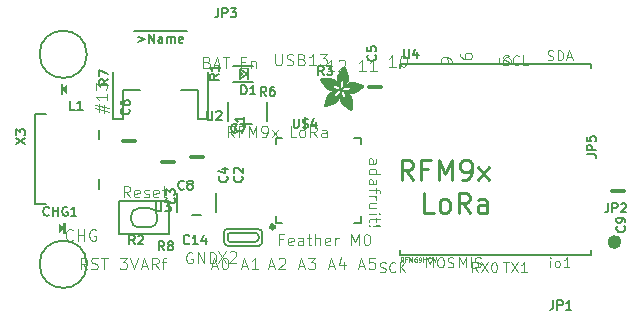
<source format=gbr>
G04 #@! TF.GenerationSoftware,KiCad,Pcbnew,5.0.2-bee76a0~70~ubuntu18.04.1*
G04 #@! TF.CreationDate,2018-12-27T22:39:35-06:00*
G04 #@! TF.ProjectId,Adafruit Feather M0 RFMxx,41646166-7275-4697-9420-466561746865,rev?*
G04 #@! TF.SameCoordinates,Original*
G04 #@! TF.FileFunction,Legend,Top*
G04 #@! TF.FilePolarity,Positive*
%FSLAX46Y46*%
G04 Gerber Fmt 4.6, Leading zero omitted, Abs format (unit mm)*
G04 Created by KiCad (PCBNEW 5.0.2-bee76a0~70~ubuntu18.04.1) date Thu 27 Dec 2018 10:39:35 PM CST*
%MOMM*%
%LPD*%
G01*
G04 APERTURE LIST*
%ADD10C,0.121920*%
%ADD11C,0.106680*%
%ADD12C,0.248920*%
%ADD13C,0.304800*%
%ADD14C,0.100000*%
%ADD15C,0.127000*%
%ADD16C,0.203200*%
%ADD17C,0.406400*%
%ADD18C,0.609600*%
%ADD19C,0.150000*%
%ADD20C,0.138988*%
%ADD21C,0.146304*%
%ADD22C,0.077216*%
%ADD23C,0.038608*%
G04 APERTURE END LIST*
D10*
X143600109Y-96093038D02*
X143600109Y-96874390D01*
X143646071Y-96966314D01*
X143692033Y-97012276D01*
X143783957Y-97058238D01*
X143967804Y-97058238D01*
X144059728Y-97012276D01*
X144105690Y-96966314D01*
X144151652Y-96874390D01*
X144151652Y-96093038D01*
X144565309Y-97012276D02*
X144703195Y-97058238D01*
X144933004Y-97058238D01*
X145024928Y-97012276D01*
X145070890Y-96966314D01*
X145116852Y-96874390D01*
X145116852Y-96782466D01*
X145070890Y-96690542D01*
X145024928Y-96644580D01*
X144933004Y-96598619D01*
X144749157Y-96552657D01*
X144657233Y-96506695D01*
X144611271Y-96460733D01*
X144565309Y-96368809D01*
X144565309Y-96276885D01*
X144611271Y-96184961D01*
X144657233Y-96139000D01*
X144749157Y-96093038D01*
X144978966Y-96093038D01*
X145116852Y-96139000D01*
X145852242Y-96552657D02*
X145990128Y-96598619D01*
X146036090Y-96644580D01*
X146082052Y-96736504D01*
X146082052Y-96874390D01*
X146036090Y-96966314D01*
X145990128Y-97012276D01*
X145898204Y-97058238D01*
X145530509Y-97058238D01*
X145530509Y-96093038D01*
X145852242Y-96093038D01*
X145944166Y-96139000D01*
X145990128Y-96184961D01*
X146036090Y-96276885D01*
X146036090Y-96368809D01*
X145990128Y-96460733D01*
X145944166Y-96506695D01*
X145852242Y-96552657D01*
X145530509Y-96552657D01*
X127660375Y-114304838D02*
X127338642Y-113845219D01*
X127108832Y-114304838D02*
X127108832Y-113339638D01*
X127476528Y-113339638D01*
X127568452Y-113385600D01*
X127614413Y-113431561D01*
X127660375Y-113523485D01*
X127660375Y-113661371D01*
X127614413Y-113753295D01*
X127568452Y-113799257D01*
X127476528Y-113845219D01*
X127108832Y-113845219D01*
X128028071Y-114258876D02*
X128165956Y-114304838D01*
X128395766Y-114304838D01*
X128487690Y-114258876D01*
X128533652Y-114212914D01*
X128579613Y-114120990D01*
X128579613Y-114029066D01*
X128533652Y-113937142D01*
X128487690Y-113891180D01*
X128395766Y-113845219D01*
X128211918Y-113799257D01*
X128119994Y-113753295D01*
X128074032Y-113707333D01*
X128028071Y-113615409D01*
X128028071Y-113523485D01*
X128074032Y-113431561D01*
X128119994Y-113385600D01*
X128211918Y-113339638D01*
X128441728Y-113339638D01*
X128579613Y-113385600D01*
X128855385Y-113339638D02*
X129406928Y-113339638D01*
X129131156Y-114304838D02*
X129131156Y-113339638D01*
X132291642Y-114029066D02*
X132751261Y-114029066D01*
X132199718Y-114304838D02*
X132521452Y-113339638D01*
X132843185Y-114304838D01*
X133716461Y-114304838D02*
X133394728Y-113845219D01*
X133164918Y-114304838D02*
X133164918Y-113339638D01*
X133532613Y-113339638D01*
X133624537Y-113385600D01*
X133670499Y-113431561D01*
X133716461Y-113523485D01*
X133716461Y-113661371D01*
X133670499Y-113753295D01*
X133624537Y-113799257D01*
X133532613Y-113845219D01*
X133164918Y-113845219D01*
X133992232Y-113661371D02*
X134359928Y-113661371D01*
X134130118Y-114304838D02*
X134130118Y-113477523D01*
X134176080Y-113385600D01*
X134268004Y-113339638D01*
X134359928Y-113339638D01*
X130430185Y-113339638D02*
X131027690Y-113339638D01*
X130705956Y-113707333D01*
X130843842Y-113707333D01*
X130935766Y-113753295D01*
X130981728Y-113799257D01*
X131027690Y-113891180D01*
X131027690Y-114120990D01*
X130981728Y-114212914D01*
X130935766Y-114258876D01*
X130843842Y-114304838D01*
X130568071Y-114304838D01*
X130476147Y-114258876D01*
X130430185Y-114212914D01*
X131303461Y-113339638D02*
X131625194Y-114304838D01*
X131946928Y-113339638D01*
X150669147Y-114029066D02*
X151128766Y-114029066D01*
X150577223Y-114304838D02*
X150898956Y-113339638D01*
X151220690Y-114304838D01*
X152002042Y-113339638D02*
X151542423Y-113339638D01*
X151496461Y-113799257D01*
X151542423Y-113753295D01*
X151634347Y-113707333D01*
X151864156Y-113707333D01*
X151956080Y-113753295D01*
X152002042Y-113799257D01*
X152048004Y-113891180D01*
X152048004Y-114120990D01*
X152002042Y-114212914D01*
X151956080Y-114258876D01*
X151864156Y-114304838D01*
X151634347Y-114304838D01*
X151542423Y-114258876D01*
X151496461Y-114212914D01*
X148129147Y-114029066D02*
X148588766Y-114029066D01*
X148037223Y-114304838D02*
X148358956Y-113339638D01*
X148680690Y-114304838D01*
X149416080Y-113661371D02*
X149416080Y-114304838D01*
X149186271Y-113293676D02*
X148956461Y-113983104D01*
X149553966Y-113983104D01*
X145589147Y-114029066D02*
X146048766Y-114029066D01*
X145497223Y-114304838D02*
X145818956Y-113339638D01*
X146140690Y-114304838D01*
X146370499Y-113339638D02*
X146968004Y-113339638D01*
X146646271Y-113707333D01*
X146784156Y-113707333D01*
X146876080Y-113753295D01*
X146922042Y-113799257D01*
X146968004Y-113891180D01*
X146968004Y-114120990D01*
X146922042Y-114212914D01*
X146876080Y-114258876D01*
X146784156Y-114304838D01*
X146508385Y-114304838D01*
X146416461Y-114258876D01*
X146370499Y-114212914D01*
X143049147Y-114029066D02*
X143508766Y-114029066D01*
X142957223Y-114304838D02*
X143278956Y-113339638D01*
X143600690Y-114304838D01*
X143876461Y-113431561D02*
X143922423Y-113385600D01*
X144014347Y-113339638D01*
X144244156Y-113339638D01*
X144336080Y-113385600D01*
X144382042Y-113431561D01*
X144428004Y-113523485D01*
X144428004Y-113615409D01*
X144382042Y-113753295D01*
X143830499Y-114304838D01*
X144428004Y-114304838D01*
X140763147Y-114029066D02*
X141222766Y-114029066D01*
X140671223Y-114304838D02*
X140992956Y-113339638D01*
X141314690Y-114304838D01*
X142142004Y-114304838D02*
X141590461Y-114304838D01*
X141866232Y-114304838D02*
X141866232Y-113339638D01*
X141774309Y-113477523D01*
X141682385Y-113569447D01*
X141590461Y-113615409D01*
X138223147Y-114029066D02*
X138682766Y-114029066D01*
X138131223Y-114304838D02*
X138452956Y-113339638D01*
X138774690Y-114304838D01*
X139280271Y-113339638D02*
X139372194Y-113339638D01*
X139464118Y-113385600D01*
X139510080Y-113431561D01*
X139556042Y-113523485D01*
X139602004Y-113707333D01*
X139602004Y-113937142D01*
X139556042Y-114120990D01*
X139510080Y-114212914D01*
X139464118Y-114258876D01*
X139372194Y-114304838D01*
X139280271Y-114304838D01*
X139188347Y-114258876D01*
X139142385Y-114212914D01*
X139096423Y-114120990D01*
X139050461Y-113937142D01*
X139050461Y-113707333D01*
X139096423Y-113523485D01*
X139142385Y-113431561D01*
X139188347Y-113385600D01*
X139280271Y-113339638D01*
X147047252Y-97058238D02*
X146495709Y-97058238D01*
X146771480Y-97058238D02*
X146771480Y-96093038D01*
X146679557Y-96230923D01*
X146587633Y-96322847D01*
X146495709Y-96368809D01*
X147368985Y-96093038D02*
X147966490Y-96093038D01*
X147644757Y-96460733D01*
X147782642Y-96460733D01*
X147874566Y-96506695D01*
X147920528Y-96552657D01*
X147966490Y-96644580D01*
X147966490Y-96874390D01*
X147920528Y-96966314D01*
X147874566Y-97012276D01*
X147782642Y-97058238D01*
X147506871Y-97058238D01*
X147414947Y-97012276D01*
X147368985Y-96966314D01*
X162552138Y-96422657D02*
X162552138Y-96882276D01*
X163011757Y-96928238D01*
X162965795Y-96882276D01*
X162919833Y-96790352D01*
X162919833Y-96560543D01*
X162965795Y-96468619D01*
X163011757Y-96422657D01*
X163103680Y-96376695D01*
X163333490Y-96376695D01*
X163425414Y-96422657D01*
X163471376Y-96468619D01*
X163517338Y-96560543D01*
X163517338Y-96790352D01*
X163471376Y-96882276D01*
X163425414Y-96928238D01*
X151255766Y-97540838D02*
X150704223Y-97540838D01*
X150979994Y-97540838D02*
X150979994Y-96575638D01*
X150888071Y-96713523D01*
X150796147Y-96805447D01*
X150704223Y-96851409D01*
X152175004Y-97540838D02*
X151623461Y-97540838D01*
X151899232Y-97540838D02*
X151899232Y-96575638D01*
X151807309Y-96713523D01*
X151715385Y-96805447D01*
X151623461Y-96851409D01*
X153795766Y-97159838D02*
X153244223Y-97159838D01*
X153519994Y-97159838D02*
X153519994Y-96194638D01*
X153428071Y-96332523D01*
X153336147Y-96424447D01*
X153244223Y-96470409D01*
X154393271Y-96194638D02*
X154485194Y-96194638D01*
X154577118Y-96240600D01*
X154623080Y-96286561D01*
X154669042Y-96378485D01*
X154715004Y-96562333D01*
X154715004Y-96792142D01*
X154669042Y-96975990D01*
X154623080Y-97067914D01*
X154577118Y-97113876D01*
X154485194Y-97159838D01*
X154393271Y-97159838D01*
X154301347Y-97113876D01*
X154255385Y-97067914D01*
X154209423Y-96975990D01*
X154163461Y-96792142D01*
X154163461Y-96562333D01*
X154209423Y-96378485D01*
X154255385Y-96286561D01*
X154301347Y-96240600D01*
X154393271Y-96194638D01*
X158564338Y-96836314D02*
X158564338Y-96652467D01*
X158518376Y-96560543D01*
X158472414Y-96514581D01*
X158334528Y-96422657D01*
X158150680Y-96376695D01*
X157782985Y-96376695D01*
X157691061Y-96422657D01*
X157645100Y-96468619D01*
X157599138Y-96560543D01*
X157599138Y-96744390D01*
X157645100Y-96836314D01*
X157691061Y-96882276D01*
X157782985Y-96928238D01*
X158012795Y-96928238D01*
X158104719Y-96882276D01*
X158150680Y-96836314D01*
X158196642Y-96744390D01*
X158196642Y-96560543D01*
X158150680Y-96468619D01*
X158104719Y-96422657D01*
X158012795Y-96376695D01*
D11*
X152449191Y-114530716D02*
X152569841Y-114570933D01*
X152770924Y-114570933D01*
X152851358Y-114530716D01*
X152891574Y-114490500D01*
X152931791Y-114410066D01*
X152931791Y-114329633D01*
X152891574Y-114249200D01*
X152851358Y-114208983D01*
X152770924Y-114168766D01*
X152610058Y-114128550D01*
X152529624Y-114088333D01*
X152489408Y-114048116D01*
X152449191Y-113967683D01*
X152449191Y-113887250D01*
X152489408Y-113806816D01*
X152529624Y-113766600D01*
X152610058Y-113726383D01*
X152811141Y-113726383D01*
X152931791Y-113766600D01*
X153776341Y-114490500D02*
X153736124Y-114530716D01*
X153615474Y-114570933D01*
X153535041Y-114570933D01*
X153414391Y-114530716D01*
X153333958Y-114450283D01*
X153293741Y-114369850D01*
X153253524Y-114208983D01*
X153253524Y-114088333D01*
X153293741Y-113927466D01*
X153333958Y-113847033D01*
X153414391Y-113766600D01*
X153535041Y-113726383D01*
X153615474Y-113726383D01*
X153736124Y-113766600D01*
X153776341Y-113806816D01*
X154138291Y-114570933D02*
X154138291Y-113726383D01*
X154620891Y-114570933D02*
X154258941Y-114088333D01*
X154620891Y-113726383D02*
X154138291Y-114208983D01*
X156392033Y-114148658D02*
X156392033Y-113304108D01*
X156673550Y-113907358D01*
X156955066Y-113304108D01*
X156955066Y-114148658D01*
X157518100Y-113304108D02*
X157678966Y-113304108D01*
X157759400Y-113344325D01*
X157839833Y-113424758D01*
X157880050Y-113585625D01*
X157880050Y-113867141D01*
X157839833Y-114028008D01*
X157759400Y-114108441D01*
X157678966Y-114148658D01*
X157518100Y-114148658D01*
X157437666Y-114108441D01*
X157357233Y-114028008D01*
X157317016Y-113867141D01*
X157317016Y-113585625D01*
X157357233Y-113424758D01*
X157437666Y-113344325D01*
X157518100Y-113304108D01*
X158201783Y-114108441D02*
X158322433Y-114148658D01*
X158523516Y-114148658D01*
X158603950Y-114108441D01*
X158644166Y-114068225D01*
X158684383Y-113987791D01*
X158684383Y-113907358D01*
X158644166Y-113826925D01*
X158603950Y-113786708D01*
X158523516Y-113746491D01*
X158362650Y-113706275D01*
X158282216Y-113666058D01*
X158242000Y-113625841D01*
X158201783Y-113545408D01*
X158201783Y-113464975D01*
X158242000Y-113384541D01*
X158282216Y-113344325D01*
X158362650Y-113304108D01*
X158563733Y-113304108D01*
X158684383Y-113344325D01*
X159173333Y-114148658D02*
X159173333Y-113304108D01*
X159454850Y-113907358D01*
X159736366Y-113304108D01*
X159736366Y-114148658D01*
X160138533Y-114148658D02*
X160138533Y-113304108D01*
X160500483Y-114108441D02*
X160621133Y-114148658D01*
X160822216Y-114148658D01*
X160902650Y-114108441D01*
X160942866Y-114068225D01*
X160983083Y-113987791D01*
X160983083Y-113907358D01*
X160942866Y-113826925D01*
X160902650Y-113786708D01*
X160822216Y-113746491D01*
X160661350Y-113706275D01*
X160580916Y-113666058D01*
X160540700Y-113625841D01*
X160500483Y-113545408D01*
X160500483Y-113464975D01*
X160540700Y-113384541D01*
X160580916Y-113344325D01*
X160661350Y-113304108D01*
X160862433Y-113304108D01*
X160983083Y-113344325D01*
X162897058Y-97004716D02*
X163017708Y-97044933D01*
X163218791Y-97044933D01*
X163299224Y-97004716D01*
X163339441Y-96964500D01*
X163379658Y-96884066D01*
X163379658Y-96803633D01*
X163339441Y-96723200D01*
X163299224Y-96682983D01*
X163218791Y-96642766D01*
X163057924Y-96602550D01*
X162977491Y-96562333D01*
X162937274Y-96522116D01*
X162897058Y-96441683D01*
X162897058Y-96361250D01*
X162937274Y-96280816D01*
X162977491Y-96240600D01*
X163057924Y-96200383D01*
X163259008Y-96200383D01*
X163379658Y-96240600D01*
X164224208Y-96964500D02*
X164183991Y-97004716D01*
X164063341Y-97044933D01*
X163982908Y-97044933D01*
X163862258Y-97004716D01*
X163781824Y-96924283D01*
X163741608Y-96843850D01*
X163701391Y-96682983D01*
X163701391Y-96562333D01*
X163741608Y-96401466D01*
X163781824Y-96321033D01*
X163862258Y-96240600D01*
X163982908Y-96200383D01*
X164063341Y-96200383D01*
X164183991Y-96240600D01*
X164224208Y-96280816D01*
X164988324Y-97044933D02*
X164586158Y-97044933D01*
X164586158Y-96200383D01*
X166652575Y-96582441D02*
X166773225Y-96622658D01*
X166974308Y-96622658D01*
X167054741Y-96582441D01*
X167094958Y-96542225D01*
X167135175Y-96461791D01*
X167135175Y-96381358D01*
X167094958Y-96300925D01*
X167054741Y-96260708D01*
X166974308Y-96220491D01*
X166813441Y-96180275D01*
X166733008Y-96140058D01*
X166692791Y-96099841D01*
X166652575Y-96019408D01*
X166652575Y-95938975D01*
X166692791Y-95858541D01*
X166733008Y-95818325D01*
X166813441Y-95778108D01*
X167014525Y-95778108D01*
X167135175Y-95818325D01*
X167497125Y-96622658D02*
X167497125Y-95778108D01*
X167698208Y-95778108D01*
X167818858Y-95818325D01*
X167899291Y-95898758D01*
X167939508Y-95979191D01*
X167979725Y-96140058D01*
X167979725Y-96260708D01*
X167939508Y-96421575D01*
X167899291Y-96502008D01*
X167818858Y-96582441D01*
X167698208Y-96622658D01*
X167497125Y-96622658D01*
X168301458Y-96381358D02*
X168703625Y-96381358D01*
X168221025Y-96622658D02*
X168502541Y-95778108D01*
X168784058Y-96622658D01*
X160759224Y-114570933D02*
X160477708Y-114168766D01*
X160276624Y-114570933D02*
X160276624Y-113726383D01*
X160598358Y-113726383D01*
X160678791Y-113766600D01*
X160719008Y-113806816D01*
X160759224Y-113887250D01*
X160759224Y-114007900D01*
X160719008Y-114088333D01*
X160678791Y-114128550D01*
X160598358Y-114168766D01*
X160276624Y-114168766D01*
X161040741Y-113726383D02*
X161603774Y-114570933D01*
X161603774Y-113726383D02*
X161040741Y-114570933D01*
X162086374Y-113726383D02*
X162166808Y-113726383D01*
X162247241Y-113766600D01*
X162287458Y-113806816D01*
X162327674Y-113887250D01*
X162367891Y-114048116D01*
X162367891Y-114249200D01*
X162327674Y-114410066D01*
X162287458Y-114490500D01*
X162247241Y-114530716D01*
X162166808Y-114570933D01*
X162086374Y-114570933D01*
X162005941Y-114530716D01*
X161965724Y-114490500D01*
X161925508Y-114410066D01*
X161885291Y-114249200D01*
X161885291Y-114048116D01*
X161925508Y-113887250D01*
X161965724Y-113806816D01*
X162005941Y-113766600D01*
X162086374Y-113726383D01*
X162897058Y-113726383D02*
X163379658Y-113726383D01*
X163138358Y-114570933D02*
X163138358Y-113726383D01*
X163580741Y-113726383D02*
X164143774Y-114570933D01*
X164143774Y-113726383D02*
X163580741Y-114570933D01*
X164907891Y-114570933D02*
X164425291Y-114570933D01*
X164666591Y-114570933D02*
X164666591Y-113726383D01*
X164586158Y-113847033D01*
X164505724Y-113927466D01*
X164425291Y-113967683D01*
D10*
X137809490Y-96781257D02*
X137947375Y-96827219D01*
X137993337Y-96873180D01*
X138039299Y-96965104D01*
X138039299Y-97102990D01*
X137993337Y-97194914D01*
X137947375Y-97240876D01*
X137855452Y-97286838D01*
X137487756Y-97286838D01*
X137487756Y-96321638D01*
X137809490Y-96321638D01*
X137901413Y-96367600D01*
X137947375Y-96413561D01*
X137993337Y-96505485D01*
X137993337Y-96597409D01*
X137947375Y-96689333D01*
X137901413Y-96735295D01*
X137809490Y-96781257D01*
X137487756Y-96781257D01*
X138406994Y-97011066D02*
X138866613Y-97011066D01*
X138315071Y-97286838D02*
X138636804Y-96321638D01*
X138958537Y-97286838D01*
X139142385Y-96321638D02*
X139693928Y-96321638D01*
X139418156Y-97286838D02*
X139418156Y-96321638D01*
X148588766Y-97540838D02*
X148037223Y-97540838D01*
X148312994Y-97540838D02*
X148312994Y-96575638D01*
X148221071Y-96713523D01*
X148129147Y-96805447D01*
X148037223Y-96851409D01*
X148956461Y-96667561D02*
X149002423Y-96621600D01*
X149094347Y-96575638D01*
X149324156Y-96575638D01*
X149416080Y-96621600D01*
X149462042Y-96667561D01*
X149508004Y-96759485D01*
X149508004Y-96851409D01*
X149462042Y-96989295D01*
X148910499Y-97540838D01*
X149508004Y-97540838D01*
X159275538Y-96056752D02*
X159275538Y-96240600D01*
X159321500Y-96332523D01*
X159367461Y-96378485D01*
X159505347Y-96470409D01*
X159689195Y-96516371D01*
X160056890Y-96516371D01*
X160148814Y-96470409D01*
X160194776Y-96424447D01*
X160240738Y-96332523D01*
X160240738Y-96148676D01*
X160194776Y-96056752D01*
X160148814Y-96010790D01*
X160056890Y-95964828D01*
X159827080Y-95964828D01*
X159735157Y-96010790D01*
X159689195Y-96056752D01*
X159643233Y-96148676D01*
X159643233Y-96332523D01*
X159689195Y-96424447D01*
X159735157Y-96470409D01*
X159827080Y-96516371D01*
X136589709Y-112903000D02*
X136497785Y-112857038D01*
X136359900Y-112857038D01*
X136222014Y-112903000D01*
X136130090Y-112994923D01*
X136084128Y-113086847D01*
X136038166Y-113270695D01*
X136038166Y-113408580D01*
X136084128Y-113592428D01*
X136130090Y-113684352D01*
X136222014Y-113776276D01*
X136359900Y-113822238D01*
X136451823Y-113822238D01*
X136589709Y-113776276D01*
X136635671Y-113730314D01*
X136635671Y-113408580D01*
X136451823Y-113408580D01*
X137049328Y-113822238D02*
X137049328Y-112857038D01*
X137600871Y-113822238D01*
X137600871Y-112857038D01*
X138060490Y-113822238D02*
X138060490Y-112857038D01*
X138290300Y-112857038D01*
X138428185Y-112903000D01*
X138520109Y-112994923D01*
X138566071Y-113086847D01*
X138612033Y-113270695D01*
X138612033Y-113408580D01*
X138566071Y-113592428D01*
X138520109Y-113684352D01*
X138428185Y-113776276D01*
X138290300Y-113822238D01*
X138060490Y-113822238D01*
X128710871Y-100971676D02*
X128710871Y-100282248D01*
X128297214Y-100695905D02*
X129538185Y-100971676D01*
X129124528Y-100374171D02*
X129124528Y-101063600D01*
X129538185Y-100649943D02*
X128297214Y-100374171D01*
X129354338Y-99454933D02*
X129354338Y-100006476D01*
X129354338Y-99730705D02*
X128389138Y-99730705D01*
X128527023Y-99822628D01*
X128618947Y-99914552D01*
X128664909Y-100006476D01*
X128389138Y-99133200D02*
X128389138Y-98535695D01*
X128756833Y-98857428D01*
X128756833Y-98719543D01*
X128802795Y-98627619D01*
X128848757Y-98581657D01*
X128940680Y-98535695D01*
X129170490Y-98535695D01*
X129262414Y-98581657D01*
X129308376Y-98627619D01*
X129354338Y-98719543D01*
X129354338Y-98995314D01*
X129308376Y-99087238D01*
X129262414Y-99133200D01*
X140682109Y-96781257D02*
X141003842Y-96781257D01*
X141141728Y-97286838D02*
X140682109Y-97286838D01*
X140682109Y-96321638D01*
X141141728Y-96321638D01*
X141555385Y-96643371D02*
X141555385Y-97286838D01*
X141555385Y-96735295D02*
X141601347Y-96689333D01*
X141693271Y-96643371D01*
X141831156Y-96643371D01*
X141923080Y-96689333D01*
X141969042Y-96781257D01*
X141969042Y-97286838D01*
D11*
X166893875Y-114148658D02*
X166893875Y-113585625D01*
X166893875Y-113304108D02*
X166853658Y-113344325D01*
X166893875Y-113384541D01*
X166934091Y-113344325D01*
X166893875Y-113304108D01*
X166893875Y-113384541D01*
X167416691Y-114148658D02*
X167336258Y-114108441D01*
X167296041Y-114068225D01*
X167255825Y-113987791D01*
X167255825Y-113746491D01*
X167296041Y-113666058D01*
X167336258Y-113625841D01*
X167416691Y-113585625D01*
X167537341Y-113585625D01*
X167617775Y-113625841D01*
X167657991Y-113666058D01*
X167698208Y-113746491D01*
X167698208Y-113987791D01*
X167657991Y-114068225D01*
X167617775Y-114108441D01*
X167537341Y-114148658D01*
X167416691Y-114148658D01*
X168502541Y-114148658D02*
X168019941Y-114148658D01*
X168261241Y-114148658D02*
X168261241Y-113304108D01*
X168180808Y-113424758D01*
X168100375Y-113505191D01*
X168019941Y-113545408D01*
D10*
X131304090Y-108234238D02*
X130982357Y-107774619D01*
X130752547Y-108234238D02*
X130752547Y-107269038D01*
X131120242Y-107269038D01*
X131212166Y-107315000D01*
X131258128Y-107360961D01*
X131304090Y-107452885D01*
X131304090Y-107590771D01*
X131258128Y-107682695D01*
X131212166Y-107728657D01*
X131120242Y-107774619D01*
X130752547Y-107774619D01*
X132085442Y-108188276D02*
X131993519Y-108234238D01*
X131809671Y-108234238D01*
X131717747Y-108188276D01*
X131671785Y-108096352D01*
X131671785Y-107728657D01*
X131717747Y-107636733D01*
X131809671Y-107590771D01*
X131993519Y-107590771D01*
X132085442Y-107636733D01*
X132131404Y-107728657D01*
X132131404Y-107820580D01*
X131671785Y-107912504D01*
X132499100Y-108188276D02*
X132591023Y-108234238D01*
X132774871Y-108234238D01*
X132866795Y-108188276D01*
X132912757Y-108096352D01*
X132912757Y-108050390D01*
X132866795Y-107958466D01*
X132774871Y-107912504D01*
X132636985Y-107912504D01*
X132545061Y-107866542D01*
X132499100Y-107774619D01*
X132499100Y-107728657D01*
X132545061Y-107636733D01*
X132636985Y-107590771D01*
X132774871Y-107590771D01*
X132866795Y-107636733D01*
X133694109Y-108188276D02*
X133602185Y-108234238D01*
X133418338Y-108234238D01*
X133326414Y-108188276D01*
X133280452Y-108096352D01*
X133280452Y-107728657D01*
X133326414Y-107636733D01*
X133418338Y-107590771D01*
X133602185Y-107590771D01*
X133694109Y-107636733D01*
X133740071Y-107728657D01*
X133740071Y-107820580D01*
X133280452Y-107912504D01*
X134015842Y-107590771D02*
X134383538Y-107590771D01*
X134153728Y-107269038D02*
X134153728Y-108096352D01*
X134199690Y-108188276D01*
X134291614Y-108234238D01*
X134383538Y-108234238D01*
X126449642Y-111799914D02*
X126403680Y-111845876D01*
X126265794Y-111891838D01*
X126173871Y-111891838D01*
X126035985Y-111845876D01*
X125944061Y-111753952D01*
X125898099Y-111662028D01*
X125852137Y-111478180D01*
X125852137Y-111340295D01*
X125898099Y-111156447D01*
X125944061Y-111064523D01*
X126035985Y-110972600D01*
X126173871Y-110926638D01*
X126265794Y-110926638D01*
X126403680Y-110972600D01*
X126449642Y-111018561D01*
X126863299Y-111891838D02*
X126863299Y-110926638D01*
X126863299Y-111386257D02*
X127414842Y-111386257D01*
X127414842Y-111891838D02*
X127414842Y-110926638D01*
X128380042Y-110972600D02*
X128288118Y-110926638D01*
X128150232Y-110926638D01*
X128012347Y-110972600D01*
X127920423Y-111064523D01*
X127874461Y-111156447D01*
X127828499Y-111340295D01*
X127828499Y-111478180D01*
X127874461Y-111662028D01*
X127920423Y-111753952D01*
X128012347Y-111845876D01*
X128150232Y-111891838D01*
X128242156Y-111891838D01*
X128380042Y-111845876D01*
X128426004Y-111799914D01*
X128426004Y-111478180D01*
X128242156Y-111478180D01*
X144223014Y-111792657D02*
X143901280Y-111792657D01*
X143901280Y-112298238D02*
X143901280Y-111333038D01*
X144360900Y-111333038D01*
X145096290Y-112252276D02*
X145004366Y-112298238D01*
X144820519Y-112298238D01*
X144728595Y-112252276D01*
X144682633Y-112160352D01*
X144682633Y-111792657D01*
X144728595Y-111700733D01*
X144820519Y-111654771D01*
X145004366Y-111654771D01*
X145096290Y-111700733D01*
X145142252Y-111792657D01*
X145142252Y-111884580D01*
X144682633Y-111976504D01*
X145969566Y-112298238D02*
X145969566Y-111792657D01*
X145923604Y-111700733D01*
X145831680Y-111654771D01*
X145647833Y-111654771D01*
X145555909Y-111700733D01*
X145969566Y-112252276D02*
X145877642Y-112298238D01*
X145647833Y-112298238D01*
X145555909Y-112252276D01*
X145509947Y-112160352D01*
X145509947Y-112068428D01*
X145555909Y-111976504D01*
X145647833Y-111930542D01*
X145877642Y-111930542D01*
X145969566Y-111884580D01*
X146291300Y-111654771D02*
X146658995Y-111654771D01*
X146429185Y-111333038D02*
X146429185Y-112160352D01*
X146475147Y-112252276D01*
X146567071Y-112298238D01*
X146658995Y-112298238D01*
X146980728Y-112298238D02*
X146980728Y-111333038D01*
X147394385Y-112298238D02*
X147394385Y-111792657D01*
X147348423Y-111700733D01*
X147256500Y-111654771D01*
X147118614Y-111654771D01*
X147026690Y-111700733D01*
X146980728Y-111746695D01*
X148221700Y-112252276D02*
X148129776Y-112298238D01*
X147945928Y-112298238D01*
X147854004Y-112252276D01*
X147808042Y-112160352D01*
X147808042Y-111792657D01*
X147854004Y-111700733D01*
X147945928Y-111654771D01*
X148129776Y-111654771D01*
X148221700Y-111700733D01*
X148267661Y-111792657D01*
X148267661Y-111884580D01*
X147808042Y-111976504D01*
X148681319Y-112298238D02*
X148681319Y-111654771D01*
X148681319Y-111838619D02*
X148727280Y-111746695D01*
X148773242Y-111700733D01*
X148865166Y-111654771D01*
X148957090Y-111654771D01*
X150014214Y-112298238D02*
X150014214Y-111333038D01*
X150335947Y-112022466D01*
X150657680Y-111333038D01*
X150657680Y-112298238D01*
X151301147Y-111333038D02*
X151393071Y-111333038D01*
X151484995Y-111379000D01*
X151530957Y-111424961D01*
X151576919Y-111516885D01*
X151622880Y-111700733D01*
X151622880Y-111930542D01*
X151576919Y-112114390D01*
X151530957Y-112206314D01*
X151484995Y-112252276D01*
X151393071Y-112298238D01*
X151301147Y-112298238D01*
X151209223Y-112252276D01*
X151163261Y-112206314D01*
X151117300Y-112114390D01*
X151071338Y-111930542D01*
X151071338Y-111700733D01*
X151117300Y-111516885D01*
X151163261Y-111424961D01*
X151209223Y-111379000D01*
X151301147Y-111333038D01*
X140124518Y-103128838D02*
X139802785Y-102669219D01*
X139572975Y-103128838D02*
X139572975Y-102163638D01*
X139940671Y-102163638D01*
X140032594Y-102209600D01*
X140078556Y-102255561D01*
X140124518Y-102347485D01*
X140124518Y-102485371D01*
X140078556Y-102577295D01*
X140032594Y-102623257D01*
X139940671Y-102669219D01*
X139572975Y-102669219D01*
X140859909Y-102623257D02*
X140538175Y-102623257D01*
X140538175Y-103128838D02*
X140538175Y-102163638D01*
X140997794Y-102163638D01*
X141365490Y-103128838D02*
X141365490Y-102163638D01*
X141687223Y-102853066D01*
X142008956Y-102163638D01*
X142008956Y-103128838D01*
X142514537Y-103128838D02*
X142698385Y-103128838D01*
X142790309Y-103082876D01*
X142836271Y-103036914D01*
X142928194Y-102899028D01*
X142974156Y-102715180D01*
X142974156Y-102347485D01*
X142928194Y-102255561D01*
X142882232Y-102209600D01*
X142790309Y-102163638D01*
X142606461Y-102163638D01*
X142514537Y-102209600D01*
X142468575Y-102255561D01*
X142422613Y-102347485D01*
X142422613Y-102577295D01*
X142468575Y-102669219D01*
X142514537Y-102715180D01*
X142606461Y-102761142D01*
X142790309Y-102761142D01*
X142882232Y-102715180D01*
X142928194Y-102669219D01*
X142974156Y-102577295D01*
X143295890Y-103128838D02*
X143801471Y-102485371D01*
X143295890Y-102485371D02*
X143801471Y-103128838D01*
X145364175Y-103128838D02*
X144904556Y-103128838D01*
X144904556Y-102163638D01*
X145823794Y-103128838D02*
X145731871Y-103082876D01*
X145685909Y-103036914D01*
X145639947Y-102944990D01*
X145639947Y-102669219D01*
X145685909Y-102577295D01*
X145731871Y-102531333D01*
X145823794Y-102485371D01*
X145961680Y-102485371D01*
X146053604Y-102531333D01*
X146099566Y-102577295D01*
X146145528Y-102669219D01*
X146145528Y-102944990D01*
X146099566Y-103036914D01*
X146053604Y-103082876D01*
X145961680Y-103128838D01*
X145823794Y-103128838D01*
X147110728Y-103128838D02*
X146788994Y-102669219D01*
X146559185Y-103128838D02*
X146559185Y-102163638D01*
X146926880Y-102163638D01*
X147018804Y-102209600D01*
X147064766Y-102255561D01*
X147110728Y-102347485D01*
X147110728Y-102485371D01*
X147064766Y-102577295D01*
X147018804Y-102623257D01*
X146926880Y-102669219D01*
X146559185Y-102669219D01*
X147938042Y-103128838D02*
X147938042Y-102623257D01*
X147892080Y-102531333D01*
X147800156Y-102485371D01*
X147616309Y-102485371D01*
X147524385Y-102531333D01*
X147938042Y-103082876D02*
X147846118Y-103128838D01*
X147616309Y-103128838D01*
X147524385Y-103082876D01*
X147478423Y-102990952D01*
X147478423Y-102899028D01*
X147524385Y-102807104D01*
X147616309Y-102761142D01*
X147846118Y-102761142D01*
X147938042Y-102715180D01*
X151493461Y-105384600D02*
X151999042Y-105384600D01*
X152090966Y-105338638D01*
X152136928Y-105246714D01*
X152136928Y-105062866D01*
X152090966Y-104970942D01*
X151539423Y-105384600D02*
X151493461Y-105292676D01*
X151493461Y-105062866D01*
X151539423Y-104970942D01*
X151631347Y-104924980D01*
X151723271Y-104924980D01*
X151815195Y-104970942D01*
X151861157Y-105062866D01*
X151861157Y-105292676D01*
X151907119Y-105384600D01*
X151493461Y-106257876D02*
X152458661Y-106257876D01*
X151539423Y-106257876D02*
X151493461Y-106165952D01*
X151493461Y-105982104D01*
X151539423Y-105890180D01*
X151585385Y-105844219D01*
X151677309Y-105798257D01*
X151953080Y-105798257D01*
X152045004Y-105844219D01*
X152090966Y-105890180D01*
X152136928Y-105982104D01*
X152136928Y-106165952D01*
X152090966Y-106257876D01*
X151493461Y-107131152D02*
X151999042Y-107131152D01*
X152090966Y-107085190D01*
X152136928Y-106993266D01*
X152136928Y-106809419D01*
X152090966Y-106717495D01*
X151539423Y-107131152D02*
X151493461Y-107039228D01*
X151493461Y-106809419D01*
X151539423Y-106717495D01*
X151631347Y-106671533D01*
X151723271Y-106671533D01*
X151815195Y-106717495D01*
X151861157Y-106809419D01*
X151861157Y-107039228D01*
X151907119Y-107131152D01*
X152136928Y-107452885D02*
X152136928Y-107820580D01*
X151493461Y-107590771D02*
X152320776Y-107590771D01*
X152412700Y-107636733D01*
X152458661Y-107728657D01*
X152458661Y-107820580D01*
X151493461Y-108142314D02*
X152136928Y-108142314D01*
X151953080Y-108142314D02*
X152045004Y-108188276D01*
X152090966Y-108234238D01*
X152136928Y-108326161D01*
X152136928Y-108418085D01*
X152136928Y-109153476D02*
X151493461Y-109153476D01*
X152136928Y-108739819D02*
X151631347Y-108739819D01*
X151539423Y-108785780D01*
X151493461Y-108877704D01*
X151493461Y-109015590D01*
X151539423Y-109107514D01*
X151585385Y-109153476D01*
X151493461Y-109613095D02*
X152136928Y-109613095D01*
X152458661Y-109613095D02*
X152412700Y-109567133D01*
X152366738Y-109613095D01*
X152412700Y-109659057D01*
X152458661Y-109613095D01*
X152366738Y-109613095D01*
X152136928Y-109934828D02*
X152136928Y-110302523D01*
X152458661Y-110072714D02*
X151631347Y-110072714D01*
X151539423Y-110118676D01*
X151493461Y-110210600D01*
X151493461Y-110302523D01*
X151585385Y-110624257D02*
X151539423Y-110670219D01*
X151493461Y-110624257D01*
X151539423Y-110578295D01*
X151585385Y-110624257D01*
X151493461Y-110624257D01*
X151861157Y-110624257D02*
X152412700Y-110578295D01*
X152458661Y-110624257D01*
X152412700Y-110670219D01*
X151861157Y-110624257D01*
X152458661Y-110624257D01*
D12*
X155252335Y-106739266D02*
X154689302Y-105934933D01*
X154287135Y-106739266D02*
X154287135Y-105050166D01*
X154930602Y-105050166D01*
X155091468Y-105130600D01*
X155171902Y-105211033D01*
X155252335Y-105371900D01*
X155252335Y-105613200D01*
X155171902Y-105774066D01*
X155091468Y-105854500D01*
X154930602Y-105934933D01*
X154287135Y-105934933D01*
X156539268Y-105854500D02*
X155976235Y-105854500D01*
X155976235Y-106739266D02*
X155976235Y-105050166D01*
X156780568Y-105050166D01*
X157424035Y-106739266D02*
X157424035Y-105050166D01*
X157987068Y-106256666D01*
X158550102Y-105050166D01*
X158550102Y-106739266D01*
X159434868Y-106739266D02*
X159756602Y-106739266D01*
X159917468Y-106658833D01*
X159997902Y-106578400D01*
X160158768Y-106337100D01*
X160239202Y-106015366D01*
X160239202Y-105371900D01*
X160158768Y-105211033D01*
X160078335Y-105130600D01*
X159917468Y-105050166D01*
X159595735Y-105050166D01*
X159434868Y-105130600D01*
X159354435Y-105211033D01*
X159274002Y-105371900D01*
X159274002Y-105774066D01*
X159354435Y-105934933D01*
X159434868Y-106015366D01*
X159595735Y-106095800D01*
X159917468Y-106095800D01*
X160078335Y-106015366D01*
X160158768Y-105934933D01*
X160239202Y-105774066D01*
X160802235Y-106739266D02*
X161687002Y-105613200D01*
X160802235Y-105613200D02*
X161687002Y-106739266D01*
X157021868Y-109521836D02*
X156217535Y-109521836D01*
X156217535Y-107832736D01*
X157826202Y-109521836D02*
X157665335Y-109441403D01*
X157584902Y-109360970D01*
X157504468Y-109200103D01*
X157504468Y-108717503D01*
X157584902Y-108556636D01*
X157665335Y-108476203D01*
X157826202Y-108395770D01*
X158067502Y-108395770D01*
X158228368Y-108476203D01*
X158308802Y-108556636D01*
X158389235Y-108717503D01*
X158389235Y-109200103D01*
X158308802Y-109360970D01*
X158228368Y-109441403D01*
X158067502Y-109521836D01*
X157826202Y-109521836D01*
X160078335Y-109521836D02*
X159515302Y-108717503D01*
X159113135Y-109521836D02*
X159113135Y-107832736D01*
X159756602Y-107832736D01*
X159917468Y-107913170D01*
X159997902Y-107993603D01*
X160078335Y-108154470D01*
X160078335Y-108395770D01*
X159997902Y-108556636D01*
X159917468Y-108637070D01*
X159756602Y-108717503D01*
X159113135Y-108717503D01*
X161526135Y-109521836D02*
X161526135Y-108637070D01*
X161445702Y-108476203D01*
X161284835Y-108395770D01*
X160963102Y-108395770D01*
X160802235Y-108476203D01*
X161526135Y-109441403D02*
X161365268Y-109521836D01*
X160963102Y-109521836D01*
X160802235Y-109441403D01*
X160721802Y-109280536D01*
X160721802Y-109119670D01*
X160802235Y-108958803D01*
X160963102Y-108878370D01*
X161365268Y-108878370D01*
X161526135Y-108797936D01*
D10*
D13*
G04 #@! TO.C,C6*
X130681100Y-103474600D02*
X131697100Y-103474600D01*
G04 #@! TO.C,C8*
X137467100Y-104809600D02*
X136451100Y-104809600D01*
D14*
G04 #@! TO.C,L1*
G36*
X125492100Y-99074600D02*
X126000100Y-99455600D01*
X126000100Y-98693600D01*
X125492100Y-99074600D01*
G37*
G36*
X125605600Y-99519100D02*
X125605600Y-98630100D01*
X125415100Y-98630100D01*
X125415100Y-99519100D01*
X125605600Y-99519100D01*
G37*
D15*
G04 #@! TO.C,SW1*
X131999100Y-109156600D02*
X132999100Y-109156600D01*
X131999102Y-109156600D02*
G75*
G03X131399100Y-109756600I-1J-600001D01*
G01*
X131399100Y-110156600D02*
X131399100Y-109756600D01*
X131399100Y-110156598D02*
G75*
G03X131999100Y-110756600I600001J-1D01*
G01*
X132999100Y-110756600D02*
X131999100Y-110756600D01*
X132999098Y-110756600D02*
G75*
G03X133599100Y-110156600I1J600001D01*
G01*
X133599100Y-109756600D02*
X133599100Y-110156600D01*
X133599100Y-109756602D02*
G75*
G03X132999100Y-109156600I-600001J1D01*
G01*
X134599100Y-108556600D02*
X134599100Y-111356600D01*
X130399100Y-108556600D02*
X134599100Y-108556600D01*
X130399100Y-111356600D02*
X130399100Y-108556600D01*
X134599100Y-111356600D02*
X130399100Y-111356600D01*
D16*
G04 #@! TO.C,U$31*
X127641100Y-96113600D02*
G75*
G03X127641100Y-96113600I-2000000J0D01*
G01*
G04 #@! TO.C,U$32*
X127641100Y-113893600D02*
G75*
G03X127641100Y-113893600I-2000000J0D01*
G01*
D15*
G04 #@! TO.C,X3*
X123246100Y-108803600D02*
X124146100Y-108803600D01*
X123246100Y-101203600D02*
X123246100Y-108803600D01*
X124146100Y-101203600D02*
X123246100Y-101203600D01*
X128646100Y-106703600D02*
X128646100Y-107503600D01*
X128646100Y-102503600D02*
X128646100Y-103303600D01*
D16*
G04 #@! TO.C,U2*
X141662100Y-101989600D02*
X140862100Y-101989600D01*
X139612100Y-101739600D02*
X139612100Y-100139600D01*
X142912100Y-101739600D02*
X142912100Y-100139600D01*
D14*
G04 #@! TO.C,D1*
G36*
X140981100Y-97764600D02*
X140681100Y-97964600D01*
X140681100Y-97564600D01*
X140981100Y-97764600D01*
G37*
G36*
X141381100Y-97264600D02*
X141181100Y-97264600D01*
X141181100Y-98264600D01*
X141381100Y-98264600D01*
X141381100Y-97264600D01*
G37*
D16*
X140581100Y-97364600D02*
X141181100Y-97764600D01*
X140581100Y-98164600D02*
X140581100Y-97364600D01*
X141181100Y-97764600D02*
X140581100Y-98164600D01*
X140008100Y-97064600D02*
X141754100Y-97064600D01*
X141754100Y-98464600D02*
X140008100Y-98464600D01*
D14*
G04 #@! TO.C,U$7*
G36*
X149431400Y-97151800D02*
X149494900Y-97151800D01*
X149494900Y-97145500D01*
X149431400Y-97145500D01*
X149431400Y-97151800D01*
G37*
G36*
X149412300Y-97158200D02*
X149513900Y-97158200D01*
X149513900Y-97151800D01*
X149412300Y-97151800D01*
X149412300Y-97158200D01*
G37*
G36*
X149399600Y-97164500D02*
X149533000Y-97164500D01*
X149533000Y-97158200D01*
X149399600Y-97158200D01*
X149399600Y-97164500D01*
G37*
G36*
X149393300Y-97170900D02*
X149545700Y-97170900D01*
X149545700Y-97164500D01*
X149393300Y-97164500D01*
X149393300Y-97170900D01*
G37*
G36*
X149380600Y-97177200D02*
X149552000Y-97177200D01*
X149552000Y-97170900D01*
X149380600Y-97170900D01*
X149380600Y-97177200D01*
G37*
G36*
X149374200Y-97183600D02*
X149558400Y-97183600D01*
X149558400Y-97177200D01*
X149374200Y-97177200D01*
X149374200Y-97183600D01*
G37*
G36*
X149367900Y-97189900D02*
X149564700Y-97189900D01*
X149564700Y-97183600D01*
X149367900Y-97183600D01*
X149367900Y-97189900D01*
G37*
G36*
X149361500Y-97196300D02*
X149571100Y-97196300D01*
X149571100Y-97189900D01*
X149361500Y-97189900D01*
X149361500Y-97196300D01*
G37*
G36*
X149355200Y-97202600D02*
X149577400Y-97202600D01*
X149577400Y-97196300D01*
X149355200Y-97196300D01*
X149355200Y-97202600D01*
G37*
G36*
X149355200Y-97209000D02*
X149577400Y-97209000D01*
X149577400Y-97202600D01*
X149355200Y-97202600D01*
X149355200Y-97209000D01*
G37*
G36*
X149348800Y-97215300D02*
X149583800Y-97215300D01*
X149583800Y-97209000D01*
X149348800Y-97209000D01*
X149348800Y-97215300D01*
G37*
G36*
X149342500Y-97221700D02*
X149583800Y-97221700D01*
X149583800Y-97215300D01*
X149342500Y-97215300D01*
X149342500Y-97221700D01*
G37*
G36*
X149336100Y-97228000D02*
X149590100Y-97228000D01*
X149590100Y-97221700D01*
X149336100Y-97221700D01*
X149336100Y-97228000D01*
G37*
G36*
X149329800Y-97234400D02*
X149590100Y-97234400D01*
X149590100Y-97228000D01*
X149329800Y-97228000D01*
X149329800Y-97234400D01*
G37*
G36*
X149329800Y-97240700D02*
X149596500Y-97240700D01*
X149596500Y-97234400D01*
X149329800Y-97234400D01*
X149329800Y-97240700D01*
G37*
G36*
X149323400Y-97247100D02*
X149596500Y-97247100D01*
X149596500Y-97240700D01*
X149323400Y-97240700D01*
X149323400Y-97247100D01*
G37*
G36*
X149317100Y-97253400D02*
X149602800Y-97253400D01*
X149602800Y-97247100D01*
X149317100Y-97247100D01*
X149317100Y-97253400D01*
G37*
G36*
X149310700Y-97259800D02*
X149602800Y-97259800D01*
X149602800Y-97253400D01*
X149310700Y-97253400D01*
X149310700Y-97259800D01*
G37*
G36*
X149310700Y-97266100D02*
X149602800Y-97266100D01*
X149602800Y-97259800D01*
X149310700Y-97259800D01*
X149310700Y-97266100D01*
G37*
G36*
X149304400Y-97272500D02*
X149609200Y-97272500D01*
X149609200Y-97266100D01*
X149304400Y-97266100D01*
X149304400Y-97272500D01*
G37*
G36*
X149298000Y-97278800D02*
X149609200Y-97278800D01*
X149609200Y-97272500D01*
X149298000Y-97272500D01*
X149298000Y-97278800D01*
G37*
G36*
X149298000Y-97285200D02*
X149609200Y-97285200D01*
X149609200Y-97278800D01*
X149298000Y-97278800D01*
X149298000Y-97285200D01*
G37*
G36*
X149291700Y-97291500D02*
X149615500Y-97291500D01*
X149615500Y-97285200D01*
X149291700Y-97285200D01*
X149291700Y-97291500D01*
G37*
G36*
X149285300Y-97297900D02*
X149615500Y-97297900D01*
X149615500Y-97291500D01*
X149285300Y-97291500D01*
X149285300Y-97297900D01*
G37*
G36*
X149279000Y-97304200D02*
X149615500Y-97304200D01*
X149615500Y-97297900D01*
X149279000Y-97297900D01*
X149279000Y-97304200D01*
G37*
G36*
X149279000Y-97310600D02*
X149621900Y-97310600D01*
X149621900Y-97304200D01*
X149279000Y-97304200D01*
X149279000Y-97310600D01*
G37*
G36*
X149272600Y-97316900D02*
X149621900Y-97316900D01*
X149621900Y-97310600D01*
X149272600Y-97310600D01*
X149272600Y-97316900D01*
G37*
G36*
X149266300Y-97323300D02*
X149621900Y-97323300D01*
X149621900Y-97316900D01*
X149266300Y-97316900D01*
X149266300Y-97323300D01*
G37*
G36*
X149259900Y-97329600D02*
X149628200Y-97329600D01*
X149628200Y-97323300D01*
X149259900Y-97323300D01*
X149259900Y-97329600D01*
G37*
G36*
X149259900Y-97336000D02*
X149628200Y-97336000D01*
X149628200Y-97329600D01*
X149259900Y-97329600D01*
X149259900Y-97336000D01*
G37*
G36*
X149253600Y-97342300D02*
X149628200Y-97342300D01*
X149628200Y-97336000D01*
X149253600Y-97336000D01*
X149253600Y-97342300D01*
G37*
G36*
X149247200Y-97348700D02*
X149634600Y-97348700D01*
X149634600Y-97342300D01*
X149247200Y-97342300D01*
X149247200Y-97348700D01*
G37*
G36*
X149247200Y-97355000D02*
X149634600Y-97355000D01*
X149634600Y-97348700D01*
X149247200Y-97348700D01*
X149247200Y-97355000D01*
G37*
G36*
X149240900Y-97361400D02*
X149634600Y-97361400D01*
X149634600Y-97355000D01*
X149240900Y-97355000D01*
X149240900Y-97361400D01*
G37*
G36*
X149234500Y-97367700D02*
X149640900Y-97367700D01*
X149640900Y-97361400D01*
X149234500Y-97361400D01*
X149234500Y-97367700D01*
G37*
G36*
X149228200Y-97374100D02*
X149640900Y-97374100D01*
X149640900Y-97367700D01*
X149228200Y-97367700D01*
X149228200Y-97374100D01*
G37*
G36*
X149228200Y-97380400D02*
X149640900Y-97380400D01*
X149640900Y-97374100D01*
X149228200Y-97374100D01*
X149228200Y-97380400D01*
G37*
G36*
X149221800Y-97386800D02*
X149640900Y-97386800D01*
X149640900Y-97380400D01*
X149221800Y-97380400D01*
X149221800Y-97386800D01*
G37*
G36*
X149215500Y-97393100D02*
X149647300Y-97393100D01*
X149647300Y-97386800D01*
X149215500Y-97386800D01*
X149215500Y-97393100D01*
G37*
G36*
X149215500Y-97399500D02*
X149647300Y-97399500D01*
X149647300Y-97393100D01*
X149215500Y-97393100D01*
X149215500Y-97399500D01*
G37*
G36*
X149209100Y-97405800D02*
X149653600Y-97405800D01*
X149653600Y-97399500D01*
X149209100Y-97399500D01*
X149209100Y-97405800D01*
G37*
G36*
X149202800Y-97412200D02*
X149653600Y-97412200D01*
X149653600Y-97405800D01*
X149202800Y-97405800D01*
X149202800Y-97412200D01*
G37*
G36*
X149202800Y-97418500D02*
X149653600Y-97418500D01*
X149653600Y-97412200D01*
X149202800Y-97412200D01*
X149202800Y-97418500D01*
G37*
G36*
X149196400Y-97424900D02*
X149653600Y-97424900D01*
X149653600Y-97418500D01*
X149196400Y-97418500D01*
X149196400Y-97424900D01*
G37*
G36*
X149190100Y-97431200D02*
X149660000Y-97431200D01*
X149660000Y-97424900D01*
X149190100Y-97424900D01*
X149190100Y-97431200D01*
G37*
G36*
X149183700Y-97437600D02*
X149660000Y-97437600D01*
X149660000Y-97431200D01*
X149183700Y-97431200D01*
X149183700Y-97437600D01*
G37*
G36*
X149183700Y-97443900D02*
X149660000Y-97443900D01*
X149660000Y-97437600D01*
X149183700Y-97437600D01*
X149183700Y-97443900D01*
G37*
G36*
X149177400Y-97450300D02*
X149666300Y-97450300D01*
X149666300Y-97443900D01*
X149177400Y-97443900D01*
X149177400Y-97450300D01*
G37*
G36*
X149171000Y-97456600D02*
X149666300Y-97456600D01*
X149666300Y-97450300D01*
X149171000Y-97450300D01*
X149171000Y-97456600D01*
G37*
G36*
X149164700Y-97463000D02*
X149666300Y-97463000D01*
X149666300Y-97456600D01*
X149164700Y-97456600D01*
X149164700Y-97463000D01*
G37*
G36*
X149164700Y-97469300D02*
X149672700Y-97469300D01*
X149672700Y-97463000D01*
X149164700Y-97463000D01*
X149164700Y-97469300D01*
G37*
G36*
X149158300Y-97475700D02*
X149672700Y-97475700D01*
X149672700Y-97469300D01*
X149158300Y-97469300D01*
X149158300Y-97475700D01*
G37*
G36*
X149152000Y-97482000D02*
X149672700Y-97482000D01*
X149672700Y-97475700D01*
X149152000Y-97475700D01*
X149152000Y-97482000D01*
G37*
G36*
X149152000Y-97488400D02*
X149679000Y-97488400D01*
X149679000Y-97482000D01*
X149152000Y-97482000D01*
X149152000Y-97488400D01*
G37*
G36*
X149145600Y-97494700D02*
X149679000Y-97494700D01*
X149679000Y-97488400D01*
X149145600Y-97488400D01*
X149145600Y-97494700D01*
G37*
G36*
X149139300Y-97501100D02*
X149679000Y-97501100D01*
X149679000Y-97494700D01*
X149139300Y-97494700D01*
X149139300Y-97501100D01*
G37*
G36*
X149132900Y-97507400D02*
X149685400Y-97507400D01*
X149685400Y-97501100D01*
X149132900Y-97501100D01*
X149132900Y-97507400D01*
G37*
G36*
X149132900Y-97513800D02*
X149685400Y-97513800D01*
X149685400Y-97507400D01*
X149132900Y-97507400D01*
X149132900Y-97513800D01*
G37*
G36*
X149126600Y-97520100D02*
X149685400Y-97520100D01*
X149685400Y-97513800D01*
X149126600Y-97513800D01*
X149126600Y-97520100D01*
G37*
G36*
X149120200Y-97526500D02*
X149691700Y-97526500D01*
X149691700Y-97520100D01*
X149120200Y-97520100D01*
X149120200Y-97526500D01*
G37*
G36*
X149120200Y-97532800D02*
X149691700Y-97532800D01*
X149691700Y-97526500D01*
X149120200Y-97526500D01*
X149120200Y-97532800D01*
G37*
G36*
X149113900Y-97539200D02*
X149691700Y-97539200D01*
X149691700Y-97532800D01*
X149113900Y-97532800D01*
X149113900Y-97539200D01*
G37*
G36*
X149107500Y-97545500D02*
X149698100Y-97545500D01*
X149698100Y-97539200D01*
X149107500Y-97539200D01*
X149107500Y-97545500D01*
G37*
G36*
X149101200Y-97551900D02*
X149698100Y-97551900D01*
X149698100Y-97545500D01*
X149101200Y-97545500D01*
X149101200Y-97551900D01*
G37*
G36*
X149101200Y-97558200D02*
X149698100Y-97558200D01*
X149698100Y-97551900D01*
X149101200Y-97551900D01*
X149101200Y-97558200D01*
G37*
G36*
X149094800Y-97564600D02*
X149704400Y-97564600D01*
X149704400Y-97558200D01*
X149094800Y-97558200D01*
X149094800Y-97564600D01*
G37*
G36*
X149088500Y-97570900D02*
X149704400Y-97570900D01*
X149704400Y-97564600D01*
X149088500Y-97564600D01*
X149088500Y-97570900D01*
G37*
G36*
X149082100Y-97577300D02*
X149704400Y-97577300D01*
X149704400Y-97570900D01*
X149082100Y-97570900D01*
X149082100Y-97577300D01*
G37*
G36*
X149082100Y-97583600D02*
X149710800Y-97583600D01*
X149710800Y-97577300D01*
X149082100Y-97577300D01*
X149082100Y-97583600D01*
G37*
G36*
X149075800Y-97590000D02*
X149710800Y-97590000D01*
X149710800Y-97583600D01*
X149075800Y-97583600D01*
X149075800Y-97590000D01*
G37*
G36*
X149069400Y-97596300D02*
X149710800Y-97596300D01*
X149710800Y-97590000D01*
X149069400Y-97590000D01*
X149069400Y-97596300D01*
G37*
G36*
X149069400Y-97602700D02*
X149710800Y-97602700D01*
X149710800Y-97596300D01*
X149069400Y-97596300D01*
X149069400Y-97602700D01*
G37*
G36*
X149063100Y-97609000D02*
X149717100Y-97609000D01*
X149717100Y-97602700D01*
X149063100Y-97602700D01*
X149063100Y-97609000D01*
G37*
G36*
X149056700Y-97615400D02*
X149717100Y-97615400D01*
X149717100Y-97609000D01*
X149056700Y-97609000D01*
X149056700Y-97615400D01*
G37*
G36*
X149050400Y-97621700D02*
X149717100Y-97621700D01*
X149717100Y-97615400D01*
X149050400Y-97615400D01*
X149050400Y-97621700D01*
G37*
G36*
X149050400Y-97628100D02*
X149723500Y-97628100D01*
X149723500Y-97621700D01*
X149050400Y-97621700D01*
X149050400Y-97628100D01*
G37*
G36*
X149044000Y-97634400D02*
X149723500Y-97634400D01*
X149723500Y-97628100D01*
X149044000Y-97628100D01*
X149044000Y-97634400D01*
G37*
G36*
X149037700Y-97640800D02*
X149723500Y-97640800D01*
X149723500Y-97634400D01*
X149037700Y-97634400D01*
X149037700Y-97640800D01*
G37*
G36*
X149037700Y-97647100D02*
X149729800Y-97647100D01*
X149729800Y-97640800D01*
X149037700Y-97640800D01*
X149037700Y-97647100D01*
G37*
G36*
X149031300Y-97653500D02*
X149729800Y-97653500D01*
X149729800Y-97647100D01*
X149031300Y-97647100D01*
X149031300Y-97653500D01*
G37*
G36*
X149025000Y-97659800D02*
X149729800Y-97659800D01*
X149729800Y-97653500D01*
X149025000Y-97653500D01*
X149025000Y-97659800D01*
G37*
G36*
X149025000Y-97666200D02*
X149736200Y-97666200D01*
X149736200Y-97659800D01*
X149025000Y-97659800D01*
X149025000Y-97666200D01*
G37*
G36*
X149018600Y-97672500D02*
X149736200Y-97672500D01*
X149736200Y-97666200D01*
X149018600Y-97666200D01*
X149018600Y-97672500D01*
G37*
G36*
X149012300Y-97678900D02*
X149736200Y-97678900D01*
X149736200Y-97672500D01*
X149012300Y-97672500D01*
X149012300Y-97678900D01*
G37*
G36*
X149005900Y-97685200D02*
X149742500Y-97685200D01*
X149742500Y-97678900D01*
X149005900Y-97678900D01*
X149005900Y-97685200D01*
G37*
G36*
X149005900Y-97691600D02*
X149742500Y-97691600D01*
X149742500Y-97685200D01*
X149005900Y-97685200D01*
X149005900Y-97691600D01*
G37*
G36*
X148999600Y-97697900D02*
X149742500Y-97697900D01*
X149742500Y-97691600D01*
X148999600Y-97691600D01*
X148999600Y-97697900D01*
G37*
G36*
X148993200Y-97704300D02*
X149748900Y-97704300D01*
X149748900Y-97697900D01*
X148993200Y-97697900D01*
X148993200Y-97704300D01*
G37*
G36*
X148986900Y-97710600D02*
X149748900Y-97710600D01*
X149748900Y-97704300D01*
X148986900Y-97704300D01*
X148986900Y-97710600D01*
G37*
G36*
X148986900Y-97717000D02*
X149748900Y-97717000D01*
X149748900Y-97710600D01*
X148986900Y-97710600D01*
X148986900Y-97717000D01*
G37*
G36*
X148980500Y-97723300D02*
X149748900Y-97723300D01*
X149748900Y-97717000D01*
X148980500Y-97717000D01*
X148980500Y-97723300D01*
G37*
G36*
X148974200Y-97729700D02*
X149755200Y-97729700D01*
X149755200Y-97723300D01*
X148974200Y-97723300D01*
X148974200Y-97729700D01*
G37*
G36*
X148974200Y-97736000D02*
X149755200Y-97736000D01*
X149755200Y-97729700D01*
X148974200Y-97729700D01*
X148974200Y-97736000D01*
G37*
G36*
X148967800Y-97742400D02*
X149761600Y-97742400D01*
X149761600Y-97736000D01*
X148967800Y-97736000D01*
X148967800Y-97742400D01*
G37*
G36*
X148961500Y-97748700D02*
X149761600Y-97748700D01*
X149761600Y-97742400D01*
X148961500Y-97742400D01*
X148961500Y-97748700D01*
G37*
G36*
X148955100Y-97755100D02*
X149761600Y-97755100D01*
X149761600Y-97748700D01*
X148955100Y-97748700D01*
X148955100Y-97755100D01*
G37*
G36*
X148955100Y-97761400D02*
X149761600Y-97761400D01*
X149761600Y-97755100D01*
X148955100Y-97755100D01*
X148955100Y-97761400D01*
G37*
G36*
X148948800Y-97767800D02*
X149767900Y-97767800D01*
X149767900Y-97761400D01*
X148948800Y-97761400D01*
X148948800Y-97767800D01*
G37*
G36*
X148942400Y-97774100D02*
X149767900Y-97774100D01*
X149767900Y-97767800D01*
X148942400Y-97767800D01*
X148942400Y-97774100D01*
G37*
G36*
X148936100Y-97780500D02*
X149767900Y-97780500D01*
X149767900Y-97774100D01*
X148936100Y-97774100D01*
X148936100Y-97780500D01*
G37*
G36*
X148936100Y-97786800D02*
X149774300Y-97786800D01*
X149774300Y-97780500D01*
X148936100Y-97780500D01*
X148936100Y-97786800D01*
G37*
G36*
X148929700Y-97793200D02*
X149774300Y-97793200D01*
X149774300Y-97786800D01*
X148929700Y-97786800D01*
X148929700Y-97793200D01*
G37*
G36*
X148923400Y-97799500D02*
X149774300Y-97799500D01*
X149774300Y-97793200D01*
X148923400Y-97793200D01*
X148923400Y-97799500D01*
G37*
G36*
X148923400Y-97805900D02*
X149780600Y-97805900D01*
X149780600Y-97799500D01*
X148923400Y-97799500D01*
X148923400Y-97805900D01*
G37*
G36*
X148917000Y-97812200D02*
X149780600Y-97812200D01*
X149780600Y-97805900D01*
X148917000Y-97805900D01*
X148917000Y-97812200D01*
G37*
G36*
X148917000Y-97818600D02*
X149780600Y-97818600D01*
X149780600Y-97812200D01*
X148917000Y-97812200D01*
X148917000Y-97818600D01*
G37*
G36*
X148910700Y-97824900D02*
X149787000Y-97824900D01*
X149787000Y-97818600D01*
X148910700Y-97818600D01*
X148910700Y-97824900D01*
G37*
G36*
X148904300Y-97831300D02*
X149787000Y-97831300D01*
X149787000Y-97824900D01*
X148904300Y-97824900D01*
X148904300Y-97831300D01*
G37*
G36*
X148904300Y-97837600D02*
X149787000Y-97837600D01*
X149787000Y-97831300D01*
X148904300Y-97831300D01*
X148904300Y-97837600D01*
G37*
G36*
X148898000Y-97844000D02*
X149793300Y-97844000D01*
X149793300Y-97837600D01*
X148898000Y-97837600D01*
X148898000Y-97844000D01*
G37*
G36*
X148891600Y-97850300D02*
X149793300Y-97850300D01*
X149793300Y-97844000D01*
X148891600Y-97844000D01*
X148891600Y-97850300D01*
G37*
G36*
X148891600Y-97856700D02*
X149793300Y-97856700D01*
X149793300Y-97850300D01*
X148891600Y-97850300D01*
X148891600Y-97856700D01*
G37*
G36*
X148885300Y-97863000D02*
X149799700Y-97863000D01*
X149799700Y-97856700D01*
X148885300Y-97856700D01*
X148885300Y-97863000D01*
G37*
G36*
X148885300Y-97869400D02*
X149799700Y-97869400D01*
X149799700Y-97863000D01*
X148885300Y-97863000D01*
X148885300Y-97869400D01*
G37*
G36*
X148878900Y-97875700D02*
X149799700Y-97875700D01*
X149799700Y-97869400D01*
X148878900Y-97869400D01*
X148878900Y-97875700D01*
G37*
G36*
X148878900Y-97882100D02*
X149806000Y-97882100D01*
X149806000Y-97875700D01*
X148878900Y-97875700D01*
X148878900Y-97882100D01*
G37*
G36*
X148872600Y-97888400D02*
X149806000Y-97888400D01*
X149806000Y-97882100D01*
X148872600Y-97882100D01*
X148872600Y-97888400D01*
G37*
G36*
X148872600Y-97894800D02*
X149806000Y-97894800D01*
X149806000Y-97888400D01*
X148872600Y-97888400D01*
X148872600Y-97894800D01*
G37*
G36*
X148866200Y-97901100D02*
X149806000Y-97901100D01*
X149806000Y-97894800D01*
X148866200Y-97894800D01*
X148866200Y-97901100D01*
G37*
G36*
X148866200Y-97907500D02*
X149812400Y-97907500D01*
X149812400Y-97901100D01*
X148866200Y-97901100D01*
X148866200Y-97907500D01*
G37*
G36*
X148859900Y-97913800D02*
X149812400Y-97913800D01*
X149812400Y-97907500D01*
X148859900Y-97907500D01*
X148859900Y-97913800D01*
G37*
G36*
X148859900Y-97920200D02*
X149818700Y-97920200D01*
X149818700Y-97913800D01*
X148859900Y-97913800D01*
X148859900Y-97920200D01*
G37*
G36*
X148853500Y-97926500D02*
X149818700Y-97926500D01*
X149818700Y-97920200D01*
X148853500Y-97920200D01*
X148853500Y-97926500D01*
G37*
G36*
X148853500Y-97932900D02*
X149818700Y-97932900D01*
X149818700Y-97926500D01*
X148853500Y-97926500D01*
X148853500Y-97932900D01*
G37*
G36*
X148847200Y-97939200D02*
X149818700Y-97939200D01*
X149818700Y-97932900D01*
X148847200Y-97932900D01*
X148847200Y-97939200D01*
G37*
G36*
X148847200Y-97945600D02*
X149825100Y-97945600D01*
X149825100Y-97939200D01*
X148847200Y-97939200D01*
X148847200Y-97945600D01*
G37*
G36*
X148847200Y-97951900D02*
X149825100Y-97951900D01*
X149825100Y-97945600D01*
X148847200Y-97945600D01*
X148847200Y-97951900D01*
G37*
G36*
X148840800Y-97958300D02*
X149825100Y-97958300D01*
X149825100Y-97951900D01*
X148840800Y-97951900D01*
X148840800Y-97958300D01*
G37*
G36*
X148840800Y-97964600D02*
X149831400Y-97964600D01*
X149831400Y-97958300D01*
X148840800Y-97958300D01*
X148840800Y-97964600D01*
G37*
G36*
X148834500Y-97971000D02*
X149831400Y-97971000D01*
X149831400Y-97964600D01*
X148834500Y-97964600D01*
X148834500Y-97971000D01*
G37*
G36*
X148834500Y-97977300D02*
X149831400Y-97977300D01*
X149831400Y-97971000D01*
X148834500Y-97971000D01*
X148834500Y-97977300D01*
G37*
G36*
X148834500Y-97983700D02*
X149831400Y-97983700D01*
X149831400Y-97977300D01*
X148834500Y-97977300D01*
X148834500Y-97983700D01*
G37*
G36*
X148828100Y-97990000D02*
X149831400Y-97990000D01*
X149831400Y-97983700D01*
X148828100Y-97983700D01*
X148828100Y-97990000D01*
G37*
G36*
X148828100Y-97996400D02*
X149837800Y-97996400D01*
X149837800Y-97990000D01*
X148828100Y-97990000D01*
X148828100Y-97996400D01*
G37*
G36*
X148828100Y-98002700D02*
X149837800Y-98002700D01*
X149837800Y-97996400D01*
X148828100Y-97996400D01*
X148828100Y-98002700D01*
G37*
G36*
X148821800Y-98009100D02*
X149837800Y-98009100D01*
X149837800Y-98002700D01*
X148821800Y-98002700D01*
X148821800Y-98009100D01*
G37*
G36*
X148821800Y-98015400D02*
X149837800Y-98015400D01*
X149837800Y-98009100D01*
X148821800Y-98009100D01*
X148821800Y-98015400D01*
G37*
G36*
X148821800Y-98021800D02*
X149837800Y-98021800D01*
X149837800Y-98015400D01*
X148821800Y-98015400D01*
X148821800Y-98021800D01*
G37*
G36*
X148815400Y-98028100D02*
X149844100Y-98028100D01*
X149844100Y-98021800D01*
X148815400Y-98021800D01*
X148815400Y-98028100D01*
G37*
G36*
X148815400Y-98034500D02*
X149844100Y-98034500D01*
X149844100Y-98028100D01*
X148815400Y-98028100D01*
X148815400Y-98034500D01*
G37*
G36*
X148815400Y-98040800D02*
X149844100Y-98040800D01*
X149844100Y-98034500D01*
X148815400Y-98034500D01*
X148815400Y-98040800D01*
G37*
G36*
X148809100Y-98047200D02*
X149844100Y-98047200D01*
X149844100Y-98040800D01*
X148809100Y-98040800D01*
X148809100Y-98047200D01*
G37*
G36*
X148809100Y-98053500D02*
X149844100Y-98053500D01*
X149844100Y-98047200D01*
X148809100Y-98047200D01*
X148809100Y-98053500D01*
G37*
G36*
X148809100Y-98059900D02*
X149844100Y-98059900D01*
X149844100Y-98053500D01*
X148809100Y-98053500D01*
X148809100Y-98059900D01*
G37*
G36*
X148809100Y-98066200D02*
X149850500Y-98066200D01*
X149850500Y-98059900D01*
X148809100Y-98059900D01*
X148809100Y-98066200D01*
G37*
G36*
X148802700Y-98072600D02*
X149850500Y-98072600D01*
X149850500Y-98066200D01*
X148802700Y-98066200D01*
X148802700Y-98072600D01*
G37*
G36*
X148802700Y-98078900D02*
X149850500Y-98078900D01*
X149850500Y-98072600D01*
X148802700Y-98072600D01*
X148802700Y-98078900D01*
G37*
G36*
X148802700Y-98085300D02*
X149850500Y-98085300D01*
X149850500Y-98078900D01*
X148802700Y-98078900D01*
X148802700Y-98085300D01*
G37*
G36*
X148802700Y-98091600D02*
X149850500Y-98091600D01*
X149850500Y-98085300D01*
X148802700Y-98085300D01*
X148802700Y-98091600D01*
G37*
G36*
X148802700Y-98098000D02*
X149850500Y-98098000D01*
X149850500Y-98091600D01*
X148802700Y-98091600D01*
X148802700Y-98098000D01*
G37*
G36*
X148796400Y-98104300D02*
X149850500Y-98104300D01*
X149850500Y-98098000D01*
X148796400Y-98098000D01*
X148796400Y-98104300D01*
G37*
G36*
X148796400Y-98110700D02*
X149850500Y-98110700D01*
X149850500Y-98104300D01*
X148796400Y-98104300D01*
X148796400Y-98110700D01*
G37*
G36*
X148796400Y-98117000D02*
X149850500Y-98117000D01*
X149850500Y-98110700D01*
X148796400Y-98110700D01*
X148796400Y-98117000D01*
G37*
G36*
X148796400Y-98123400D02*
X149850500Y-98123400D01*
X149850500Y-98117000D01*
X148796400Y-98117000D01*
X148796400Y-98123400D01*
G37*
G36*
X148796400Y-98129700D02*
X149850500Y-98129700D01*
X149850500Y-98123400D01*
X148796400Y-98123400D01*
X148796400Y-98129700D01*
G37*
G36*
X148790000Y-98136100D02*
X149856800Y-98136100D01*
X149856800Y-98129700D01*
X148790000Y-98129700D01*
X148790000Y-98136100D01*
G37*
G36*
X148790000Y-98142400D02*
X149856800Y-98142400D01*
X149856800Y-98136100D01*
X148790000Y-98136100D01*
X148790000Y-98142400D01*
G37*
G36*
X148790000Y-98148800D02*
X149856800Y-98148800D01*
X149856800Y-98142400D01*
X148790000Y-98142400D01*
X148790000Y-98148800D01*
G37*
G36*
X147488300Y-98148800D02*
X148282000Y-98148800D01*
X148282000Y-98142400D01*
X147488300Y-98142400D01*
X147488300Y-98148800D01*
G37*
G36*
X148790000Y-98155100D02*
X149856800Y-98155100D01*
X149856800Y-98148800D01*
X148790000Y-98148800D01*
X148790000Y-98155100D01*
G37*
G36*
X147462900Y-98155100D02*
X148339200Y-98155100D01*
X148339200Y-98148800D01*
X147462900Y-98148800D01*
X147462900Y-98155100D01*
G37*
G36*
X148790000Y-98161500D02*
X149856800Y-98161500D01*
X149856800Y-98155100D01*
X148790000Y-98155100D01*
X148790000Y-98161500D01*
G37*
G36*
X147450200Y-98161500D02*
X148377300Y-98161500D01*
X148377300Y-98155100D01*
X147450200Y-98155100D01*
X147450200Y-98161500D01*
G37*
G36*
X148790000Y-98167800D02*
X149856800Y-98167800D01*
X149856800Y-98161500D01*
X148790000Y-98161500D01*
X148790000Y-98167800D01*
G37*
G36*
X147437500Y-98167800D02*
X148409000Y-98167800D01*
X148409000Y-98161500D01*
X147437500Y-98161500D01*
X147437500Y-98167800D01*
G37*
G36*
X148790000Y-98174200D02*
X149856800Y-98174200D01*
X149856800Y-98167800D01*
X148790000Y-98167800D01*
X148790000Y-98174200D01*
G37*
G36*
X147424800Y-98174200D02*
X148434400Y-98174200D01*
X148434400Y-98167800D01*
X147424800Y-98167800D01*
X147424800Y-98174200D01*
G37*
G36*
X148790000Y-98180500D02*
X149856800Y-98180500D01*
X149856800Y-98174200D01*
X148790000Y-98174200D01*
X148790000Y-98180500D01*
G37*
G36*
X147418400Y-98180500D02*
X148459800Y-98180500D01*
X148459800Y-98174200D01*
X147418400Y-98174200D01*
X147418400Y-98180500D01*
G37*
G36*
X148790000Y-98186900D02*
X149856800Y-98186900D01*
X149856800Y-98180500D01*
X148790000Y-98180500D01*
X148790000Y-98186900D01*
G37*
G36*
X147412100Y-98186900D02*
X148478900Y-98186900D01*
X148478900Y-98180500D01*
X147412100Y-98180500D01*
X147412100Y-98186900D01*
G37*
G36*
X148790000Y-98193200D02*
X149856800Y-98193200D01*
X149856800Y-98186900D01*
X148790000Y-98186900D01*
X148790000Y-98193200D01*
G37*
G36*
X147412100Y-98193200D02*
X148497900Y-98193200D01*
X148497900Y-98186900D01*
X147412100Y-98186900D01*
X147412100Y-98193200D01*
G37*
G36*
X148790000Y-98199600D02*
X149856800Y-98199600D01*
X149856800Y-98193200D01*
X148790000Y-98193200D01*
X148790000Y-98199600D01*
G37*
G36*
X147405700Y-98199600D02*
X148517000Y-98199600D01*
X148517000Y-98193200D01*
X147405700Y-98193200D01*
X147405700Y-98199600D01*
G37*
G36*
X148790000Y-98205900D02*
X149856800Y-98205900D01*
X149856800Y-98199600D01*
X148790000Y-98199600D01*
X148790000Y-98205900D01*
G37*
G36*
X147399400Y-98205900D02*
X148529700Y-98205900D01*
X148529700Y-98199600D01*
X147399400Y-98199600D01*
X147399400Y-98205900D01*
G37*
G36*
X148790000Y-98212300D02*
X149856800Y-98212300D01*
X149856800Y-98205900D01*
X148790000Y-98205900D01*
X148790000Y-98212300D01*
G37*
G36*
X147399400Y-98212300D02*
X148548700Y-98212300D01*
X148548700Y-98205900D01*
X147399400Y-98205900D01*
X147399400Y-98212300D01*
G37*
G36*
X148790000Y-98218600D02*
X149856800Y-98218600D01*
X149856800Y-98212300D01*
X148790000Y-98212300D01*
X148790000Y-98218600D01*
G37*
G36*
X147393000Y-98218600D02*
X148561400Y-98218600D01*
X148561400Y-98212300D01*
X147393000Y-98212300D01*
X147393000Y-98218600D01*
G37*
G36*
X148790000Y-98225000D02*
X149850500Y-98225000D01*
X149850500Y-98218600D01*
X148790000Y-98218600D01*
X148790000Y-98225000D01*
G37*
G36*
X147386700Y-98225000D02*
X148574100Y-98225000D01*
X148574100Y-98218600D01*
X147386700Y-98218600D01*
X147386700Y-98225000D01*
G37*
G36*
X148790000Y-98231300D02*
X149850500Y-98231300D01*
X149850500Y-98225000D01*
X148790000Y-98225000D01*
X148790000Y-98231300D01*
G37*
G36*
X147386700Y-98231300D02*
X148586800Y-98231300D01*
X148586800Y-98225000D01*
X147386700Y-98225000D01*
X147386700Y-98231300D01*
G37*
G36*
X148790000Y-98237700D02*
X149850500Y-98237700D01*
X149850500Y-98231300D01*
X148790000Y-98231300D01*
X148790000Y-98237700D01*
G37*
G36*
X147386700Y-98237700D02*
X148599500Y-98237700D01*
X148599500Y-98231300D01*
X147386700Y-98231300D01*
X147386700Y-98237700D01*
G37*
G36*
X148790000Y-98244000D02*
X149850500Y-98244000D01*
X149850500Y-98237700D01*
X148790000Y-98237700D01*
X148790000Y-98244000D01*
G37*
G36*
X147380300Y-98244000D02*
X148612200Y-98244000D01*
X148612200Y-98237700D01*
X147380300Y-98237700D01*
X147380300Y-98244000D01*
G37*
G36*
X148790000Y-98250400D02*
X149850500Y-98250400D01*
X149850500Y-98244000D01*
X148790000Y-98244000D01*
X148790000Y-98250400D01*
G37*
G36*
X147380300Y-98250400D02*
X148624900Y-98250400D01*
X148624900Y-98244000D01*
X147380300Y-98244000D01*
X147380300Y-98250400D01*
G37*
G36*
X148790000Y-98256700D02*
X149850500Y-98256700D01*
X149850500Y-98250400D01*
X148790000Y-98250400D01*
X148790000Y-98256700D01*
G37*
G36*
X147380300Y-98256700D02*
X148631300Y-98256700D01*
X148631300Y-98250400D01*
X147380300Y-98250400D01*
X147380300Y-98256700D01*
G37*
G36*
X148790000Y-98263100D02*
X149850500Y-98263100D01*
X149850500Y-98256700D01*
X148790000Y-98256700D01*
X148790000Y-98263100D01*
G37*
G36*
X147380300Y-98263100D02*
X148644000Y-98263100D01*
X148644000Y-98256700D01*
X147380300Y-98256700D01*
X147380300Y-98263100D01*
G37*
G36*
X148790000Y-98269400D02*
X149850500Y-98269400D01*
X149850500Y-98263100D01*
X148790000Y-98263100D01*
X148790000Y-98269400D01*
G37*
G36*
X147374000Y-98269400D02*
X148650300Y-98269400D01*
X148650300Y-98263100D01*
X147374000Y-98263100D01*
X147374000Y-98269400D01*
G37*
G36*
X148790000Y-98275800D02*
X149850500Y-98275800D01*
X149850500Y-98269400D01*
X148790000Y-98269400D01*
X148790000Y-98275800D01*
G37*
G36*
X147374000Y-98275800D02*
X148663000Y-98275800D01*
X148663000Y-98269400D01*
X147374000Y-98269400D01*
X147374000Y-98275800D01*
G37*
G36*
X148790000Y-98282100D02*
X149850500Y-98282100D01*
X149850500Y-98275800D01*
X148790000Y-98275800D01*
X148790000Y-98282100D01*
G37*
G36*
X147374000Y-98282100D02*
X148669400Y-98282100D01*
X148669400Y-98275800D01*
X147374000Y-98275800D01*
X147374000Y-98282100D01*
G37*
G36*
X148790000Y-98288500D02*
X149844100Y-98288500D01*
X149844100Y-98282100D01*
X148790000Y-98282100D01*
X148790000Y-98288500D01*
G37*
G36*
X147374000Y-98288500D02*
X148675700Y-98288500D01*
X148675700Y-98282100D01*
X147374000Y-98282100D01*
X147374000Y-98288500D01*
G37*
G36*
X148796400Y-98294800D02*
X149844100Y-98294800D01*
X149844100Y-98288500D01*
X148796400Y-98288500D01*
X148796400Y-98294800D01*
G37*
G36*
X147374000Y-98294800D02*
X148688400Y-98294800D01*
X148688400Y-98288500D01*
X147374000Y-98288500D01*
X147374000Y-98294800D01*
G37*
G36*
X148796400Y-98301200D02*
X149844100Y-98301200D01*
X149844100Y-98294800D01*
X148796400Y-98294800D01*
X148796400Y-98301200D01*
G37*
G36*
X147380300Y-98301200D02*
X148694800Y-98301200D01*
X148694800Y-98294800D01*
X147380300Y-98294800D01*
X147380300Y-98301200D01*
G37*
G36*
X148796400Y-98307500D02*
X149844100Y-98307500D01*
X149844100Y-98301200D01*
X148796400Y-98301200D01*
X148796400Y-98307500D01*
G37*
G36*
X147380300Y-98307500D02*
X148701100Y-98307500D01*
X148701100Y-98301200D01*
X147380300Y-98301200D01*
X147380300Y-98307500D01*
G37*
G36*
X148796400Y-98313900D02*
X149844100Y-98313900D01*
X149844100Y-98307500D01*
X148796400Y-98307500D01*
X148796400Y-98313900D01*
G37*
G36*
X147380300Y-98313900D02*
X148707500Y-98313900D01*
X148707500Y-98307500D01*
X147380300Y-98307500D01*
X147380300Y-98313900D01*
G37*
G36*
X148796400Y-98320200D02*
X149837800Y-98320200D01*
X149837800Y-98313900D01*
X148796400Y-98313900D01*
X148796400Y-98320200D01*
G37*
G36*
X147380300Y-98320200D02*
X148713800Y-98320200D01*
X148713800Y-98313900D01*
X147380300Y-98313900D01*
X147380300Y-98320200D01*
G37*
G36*
X148802700Y-98326600D02*
X149837800Y-98326600D01*
X149837800Y-98320200D01*
X148802700Y-98320200D01*
X148802700Y-98326600D01*
G37*
G36*
X147386700Y-98326600D02*
X148720200Y-98326600D01*
X148720200Y-98320200D01*
X147386700Y-98320200D01*
X147386700Y-98326600D01*
G37*
G36*
X148802700Y-98332900D02*
X149837800Y-98332900D01*
X149837800Y-98326600D01*
X148802700Y-98326600D01*
X148802700Y-98332900D01*
G37*
G36*
X147386700Y-98332900D02*
X148726500Y-98332900D01*
X148726500Y-98326600D01*
X147386700Y-98326600D01*
X147386700Y-98332900D01*
G37*
G36*
X148802700Y-98339300D02*
X149837800Y-98339300D01*
X149837800Y-98332900D01*
X148802700Y-98332900D01*
X148802700Y-98339300D01*
G37*
G36*
X147393000Y-98339300D02*
X148732900Y-98339300D01*
X148732900Y-98332900D01*
X147393000Y-98332900D01*
X147393000Y-98339300D01*
G37*
G36*
X148802700Y-98345600D02*
X149831400Y-98345600D01*
X149831400Y-98339300D01*
X148802700Y-98339300D01*
X148802700Y-98345600D01*
G37*
G36*
X147393000Y-98345600D02*
X148739200Y-98345600D01*
X148739200Y-98339300D01*
X147393000Y-98339300D01*
X147393000Y-98345600D01*
G37*
G36*
X148809100Y-98352000D02*
X149831400Y-98352000D01*
X149831400Y-98345600D01*
X148809100Y-98345600D01*
X148809100Y-98352000D01*
G37*
G36*
X147399400Y-98352000D02*
X148745600Y-98352000D01*
X148745600Y-98345600D01*
X147399400Y-98345600D01*
X147399400Y-98352000D01*
G37*
G36*
X148809100Y-98358300D02*
X149831400Y-98358300D01*
X149831400Y-98352000D01*
X148809100Y-98352000D01*
X148809100Y-98358300D01*
G37*
G36*
X147399400Y-98358300D02*
X148751900Y-98358300D01*
X148751900Y-98352000D01*
X147399400Y-98352000D01*
X147399400Y-98358300D01*
G37*
G36*
X148809100Y-98364700D02*
X149831400Y-98364700D01*
X149831400Y-98358300D01*
X148809100Y-98358300D01*
X148809100Y-98364700D01*
G37*
G36*
X147405700Y-98364700D02*
X148758300Y-98364700D01*
X148758300Y-98358300D01*
X147405700Y-98358300D01*
X147405700Y-98364700D01*
G37*
G36*
X148809100Y-98371000D02*
X149825100Y-98371000D01*
X149825100Y-98364700D01*
X148809100Y-98364700D01*
X148809100Y-98371000D01*
G37*
G36*
X147405700Y-98371000D02*
X148764600Y-98371000D01*
X148764600Y-98364700D01*
X147405700Y-98364700D01*
X147405700Y-98371000D01*
G37*
G36*
X148815400Y-98377400D02*
X149825100Y-98377400D01*
X149825100Y-98371000D01*
X148815400Y-98371000D01*
X148815400Y-98377400D01*
G37*
G36*
X147412100Y-98377400D02*
X148771000Y-98377400D01*
X148771000Y-98371000D01*
X147412100Y-98371000D01*
X147412100Y-98377400D01*
G37*
G36*
X148815400Y-98383700D02*
X149825100Y-98383700D01*
X149825100Y-98377400D01*
X148815400Y-98377400D01*
X148815400Y-98383700D01*
G37*
G36*
X147418400Y-98383700D02*
X148771000Y-98383700D01*
X148771000Y-98377400D01*
X147418400Y-98377400D01*
X147418400Y-98383700D01*
G37*
G36*
X148815400Y-98390100D02*
X149818700Y-98390100D01*
X149818700Y-98383700D01*
X148815400Y-98383700D01*
X148815400Y-98390100D01*
G37*
G36*
X147424800Y-98390100D02*
X148777300Y-98390100D01*
X148777300Y-98383700D01*
X147424800Y-98383700D01*
X147424800Y-98390100D01*
G37*
G36*
X148821800Y-98396400D02*
X149818700Y-98396400D01*
X149818700Y-98390100D01*
X148821800Y-98390100D01*
X148821800Y-98396400D01*
G37*
G36*
X147424800Y-98396400D02*
X148783700Y-98396400D01*
X148783700Y-98390100D01*
X147424800Y-98390100D01*
X147424800Y-98396400D01*
G37*
G36*
X148821800Y-98402800D02*
X149818700Y-98402800D01*
X149818700Y-98396400D01*
X148821800Y-98396400D01*
X148821800Y-98402800D01*
G37*
G36*
X147431100Y-98402800D02*
X148790000Y-98402800D01*
X148790000Y-98396400D01*
X147431100Y-98396400D01*
X147431100Y-98402800D01*
G37*
G36*
X148821800Y-98409100D02*
X149812400Y-98409100D01*
X149812400Y-98402800D01*
X148821800Y-98402800D01*
X148821800Y-98409100D01*
G37*
G36*
X147437500Y-98409100D02*
X148790000Y-98409100D01*
X148790000Y-98402800D01*
X147437500Y-98402800D01*
X147437500Y-98409100D01*
G37*
G36*
X149304400Y-98415500D02*
X149812400Y-98415500D01*
X149812400Y-98409100D01*
X149304400Y-98409100D01*
X149304400Y-98415500D01*
G37*
G36*
X148828100Y-98415500D02*
X149259900Y-98415500D01*
X149259900Y-98409100D01*
X148828100Y-98409100D01*
X148828100Y-98415500D01*
G37*
G36*
X147437500Y-98415500D02*
X148796400Y-98415500D01*
X148796400Y-98409100D01*
X147437500Y-98409100D01*
X147437500Y-98415500D01*
G37*
G36*
X149310700Y-98421800D02*
X149806000Y-98421800D01*
X149806000Y-98415500D01*
X149310700Y-98415500D01*
X149310700Y-98421800D01*
G37*
G36*
X148828100Y-98421800D02*
X149247200Y-98421800D01*
X149247200Y-98415500D01*
X148828100Y-98415500D01*
X148828100Y-98421800D01*
G37*
G36*
X147443800Y-98421800D02*
X148802700Y-98421800D01*
X148802700Y-98415500D01*
X147443800Y-98415500D01*
X147443800Y-98421800D01*
G37*
G36*
X149317100Y-98428200D02*
X149806000Y-98428200D01*
X149806000Y-98421800D01*
X149317100Y-98421800D01*
X149317100Y-98428200D01*
G37*
G36*
X148834500Y-98428200D02*
X149240900Y-98428200D01*
X149240900Y-98421800D01*
X148834500Y-98421800D01*
X148834500Y-98428200D01*
G37*
G36*
X147450200Y-98428200D02*
X148802700Y-98428200D01*
X148802700Y-98421800D01*
X147450200Y-98421800D01*
X147450200Y-98428200D01*
G37*
G36*
X149323400Y-98434500D02*
X149806000Y-98434500D01*
X149806000Y-98428200D01*
X149323400Y-98428200D01*
X149323400Y-98434500D01*
G37*
G36*
X148834500Y-98434500D02*
X149234500Y-98434500D01*
X149234500Y-98428200D01*
X148834500Y-98428200D01*
X148834500Y-98434500D01*
G37*
G36*
X147456500Y-98434500D02*
X148809100Y-98434500D01*
X148809100Y-98428200D01*
X147456500Y-98428200D01*
X147456500Y-98434500D01*
G37*
G36*
X149329800Y-98440900D02*
X149799700Y-98440900D01*
X149799700Y-98434500D01*
X149329800Y-98434500D01*
X149329800Y-98440900D01*
G37*
G36*
X148834500Y-98440900D02*
X149228200Y-98440900D01*
X149228200Y-98434500D01*
X148834500Y-98434500D01*
X148834500Y-98440900D01*
G37*
G36*
X147456500Y-98440900D02*
X148815400Y-98440900D01*
X148815400Y-98434500D01*
X147456500Y-98434500D01*
X147456500Y-98440900D01*
G37*
G36*
X150079100Y-98447200D02*
X150168000Y-98447200D01*
X150168000Y-98440900D01*
X150079100Y-98440900D01*
X150079100Y-98447200D01*
G37*
G36*
X149329800Y-98447200D02*
X149799700Y-98447200D01*
X149799700Y-98440900D01*
X149329800Y-98440900D01*
X149329800Y-98447200D01*
G37*
G36*
X148840800Y-98447200D02*
X149221800Y-98447200D01*
X149221800Y-98440900D01*
X148840800Y-98440900D01*
X148840800Y-98447200D01*
G37*
G36*
X147462900Y-98447200D02*
X148815400Y-98447200D01*
X148815400Y-98440900D01*
X147462900Y-98440900D01*
X147462900Y-98447200D01*
G37*
G36*
X150021900Y-98453600D02*
X150231500Y-98453600D01*
X150231500Y-98447200D01*
X150021900Y-98447200D01*
X150021900Y-98453600D01*
G37*
G36*
X149336100Y-98453600D02*
X149793300Y-98453600D01*
X149793300Y-98447200D01*
X149336100Y-98447200D01*
X149336100Y-98453600D01*
G37*
G36*
X148840800Y-98453600D02*
X149215500Y-98453600D01*
X149215500Y-98447200D01*
X148840800Y-98447200D01*
X148840800Y-98453600D01*
G37*
G36*
X147469200Y-98453600D02*
X148821800Y-98453600D01*
X148821800Y-98447200D01*
X147469200Y-98447200D01*
X147469200Y-98453600D01*
G37*
G36*
X149983800Y-98459900D02*
X150275900Y-98459900D01*
X150275900Y-98453600D01*
X149983800Y-98453600D01*
X149983800Y-98459900D01*
G37*
G36*
X149342500Y-98459900D02*
X149793300Y-98459900D01*
X149793300Y-98453600D01*
X149342500Y-98453600D01*
X149342500Y-98459900D01*
G37*
G36*
X148840800Y-98459900D02*
X149209100Y-98459900D01*
X149209100Y-98453600D01*
X148840800Y-98453600D01*
X148840800Y-98459900D01*
G37*
G36*
X147469200Y-98459900D02*
X148828100Y-98459900D01*
X148828100Y-98453600D01*
X147469200Y-98453600D01*
X147469200Y-98459900D01*
G37*
G36*
X149958400Y-98466300D02*
X150307700Y-98466300D01*
X150307700Y-98459900D01*
X149958400Y-98459900D01*
X149958400Y-98466300D01*
G37*
G36*
X149342500Y-98466300D02*
X149787000Y-98466300D01*
X149787000Y-98459900D01*
X149342500Y-98459900D01*
X149342500Y-98466300D01*
G37*
G36*
X148847200Y-98466300D02*
X149209100Y-98466300D01*
X149209100Y-98459900D01*
X148847200Y-98459900D01*
X148847200Y-98466300D01*
G37*
G36*
X147475600Y-98466300D02*
X148828100Y-98466300D01*
X148828100Y-98459900D01*
X147475600Y-98459900D01*
X147475600Y-98466300D01*
G37*
G36*
X149933000Y-98472600D02*
X150339400Y-98472600D01*
X150339400Y-98466300D01*
X149933000Y-98466300D01*
X149933000Y-98472600D01*
G37*
G36*
X149342500Y-98472600D02*
X149787000Y-98472600D01*
X149787000Y-98466300D01*
X149342500Y-98466300D01*
X149342500Y-98472600D01*
G37*
G36*
X148847200Y-98472600D02*
X149202800Y-98472600D01*
X149202800Y-98466300D01*
X148847200Y-98466300D01*
X148847200Y-98472600D01*
G37*
G36*
X147481900Y-98472600D02*
X148834500Y-98472600D01*
X148834500Y-98466300D01*
X147481900Y-98466300D01*
X147481900Y-98472600D01*
G37*
G36*
X149914000Y-98479000D02*
X150358500Y-98479000D01*
X150358500Y-98472600D01*
X149914000Y-98472600D01*
X149914000Y-98479000D01*
G37*
G36*
X149348800Y-98479000D02*
X149780600Y-98479000D01*
X149780600Y-98472600D01*
X149348800Y-98472600D01*
X149348800Y-98479000D01*
G37*
G36*
X148847200Y-98479000D02*
X149196400Y-98479000D01*
X149196400Y-98472600D01*
X148847200Y-98472600D01*
X148847200Y-98479000D01*
G37*
G36*
X147488300Y-98479000D02*
X148840800Y-98479000D01*
X148840800Y-98472600D01*
X147488300Y-98472600D01*
X147488300Y-98479000D01*
G37*
G36*
X149901300Y-98485300D02*
X150377500Y-98485300D01*
X150377500Y-98479000D01*
X149901300Y-98479000D01*
X149901300Y-98485300D01*
G37*
G36*
X149348800Y-98485300D02*
X149780600Y-98485300D01*
X149780600Y-98479000D01*
X149348800Y-98479000D01*
X149348800Y-98485300D01*
G37*
G36*
X148853500Y-98485300D02*
X149196400Y-98485300D01*
X149196400Y-98479000D01*
X148853500Y-98479000D01*
X148853500Y-98485300D01*
G37*
G36*
X147488300Y-98485300D02*
X148840800Y-98485300D01*
X148840800Y-98479000D01*
X147488300Y-98479000D01*
X147488300Y-98485300D01*
G37*
G36*
X149882200Y-98491700D02*
X150402900Y-98491700D01*
X150402900Y-98485300D01*
X149882200Y-98485300D01*
X149882200Y-98491700D01*
G37*
G36*
X149348800Y-98491700D02*
X149774300Y-98491700D01*
X149774300Y-98485300D01*
X149348800Y-98485300D01*
X149348800Y-98491700D01*
G37*
G36*
X148853500Y-98491700D02*
X149190100Y-98491700D01*
X149190100Y-98485300D01*
X148853500Y-98485300D01*
X148853500Y-98491700D01*
G37*
G36*
X147494600Y-98491700D02*
X148847200Y-98491700D01*
X148847200Y-98485300D01*
X147494600Y-98485300D01*
X147494600Y-98491700D01*
G37*
G36*
X149869500Y-98498000D02*
X150415600Y-98498000D01*
X150415600Y-98491700D01*
X149869500Y-98491700D01*
X149869500Y-98498000D01*
G37*
G36*
X149355200Y-98498000D02*
X149767900Y-98498000D01*
X149767900Y-98491700D01*
X149355200Y-98491700D01*
X149355200Y-98498000D01*
G37*
G36*
X148859900Y-98498000D02*
X149190100Y-98498000D01*
X149190100Y-98491700D01*
X148859900Y-98491700D01*
X148859900Y-98498000D01*
G37*
G36*
X147501000Y-98498000D02*
X148853500Y-98498000D01*
X148853500Y-98491700D01*
X147501000Y-98491700D01*
X147501000Y-98498000D01*
G37*
G36*
X149850500Y-98504400D02*
X150441000Y-98504400D01*
X150441000Y-98498000D01*
X149850500Y-98498000D01*
X149850500Y-98504400D01*
G37*
G36*
X149355200Y-98504400D02*
X149767900Y-98504400D01*
X149767900Y-98498000D01*
X149355200Y-98498000D01*
X149355200Y-98504400D01*
G37*
G36*
X147507300Y-98504400D02*
X149183700Y-98504400D01*
X149183700Y-98498000D01*
X147507300Y-98498000D01*
X147507300Y-98504400D01*
G37*
G36*
X149844100Y-98510700D02*
X150460100Y-98510700D01*
X150460100Y-98504400D01*
X149844100Y-98504400D01*
X149844100Y-98510700D01*
G37*
G36*
X149355200Y-98510700D02*
X149761600Y-98510700D01*
X149761600Y-98504400D01*
X149355200Y-98504400D01*
X149355200Y-98510700D01*
G37*
G36*
X147507300Y-98510700D02*
X149183700Y-98510700D01*
X149183700Y-98504400D01*
X147507300Y-98504400D01*
X147507300Y-98510700D01*
G37*
G36*
X149831400Y-98517100D02*
X150479100Y-98517100D01*
X150479100Y-98510700D01*
X149831400Y-98510700D01*
X149831400Y-98517100D01*
G37*
G36*
X149355200Y-98517100D02*
X149755200Y-98517100D01*
X149755200Y-98510700D01*
X149355200Y-98510700D01*
X149355200Y-98517100D01*
G37*
G36*
X147513700Y-98517100D02*
X149177400Y-98517100D01*
X149177400Y-98510700D01*
X147513700Y-98510700D01*
X147513700Y-98517100D01*
G37*
G36*
X149818700Y-98523400D02*
X150498200Y-98523400D01*
X150498200Y-98517100D01*
X149818700Y-98517100D01*
X149818700Y-98523400D01*
G37*
G36*
X149355200Y-98523400D02*
X149755200Y-98523400D01*
X149755200Y-98517100D01*
X149355200Y-98517100D01*
X149355200Y-98523400D01*
G37*
G36*
X147520000Y-98523400D02*
X149177400Y-98523400D01*
X149177400Y-98517100D01*
X147520000Y-98517100D01*
X147520000Y-98523400D01*
G37*
G36*
X149806000Y-98529800D02*
X150523600Y-98529800D01*
X150523600Y-98523400D01*
X149806000Y-98523400D01*
X149806000Y-98529800D01*
G37*
G36*
X149361500Y-98529800D02*
X149748900Y-98529800D01*
X149748900Y-98523400D01*
X149361500Y-98523400D01*
X149361500Y-98529800D01*
G37*
G36*
X147526400Y-98529800D02*
X149171000Y-98529800D01*
X149171000Y-98523400D01*
X147526400Y-98523400D01*
X147526400Y-98529800D01*
G37*
G36*
X149799700Y-98536100D02*
X150536300Y-98536100D01*
X150536300Y-98529800D01*
X149799700Y-98529800D01*
X149799700Y-98536100D01*
G37*
G36*
X149361500Y-98536100D02*
X149742500Y-98536100D01*
X149742500Y-98529800D01*
X149361500Y-98529800D01*
X149361500Y-98536100D01*
G37*
G36*
X147526400Y-98536100D02*
X149171000Y-98536100D01*
X149171000Y-98529800D01*
X147526400Y-98529800D01*
X147526400Y-98536100D01*
G37*
G36*
X149787000Y-98542500D02*
X150561700Y-98542500D01*
X150561700Y-98536100D01*
X149787000Y-98536100D01*
X149787000Y-98542500D01*
G37*
G36*
X149361500Y-98542500D02*
X149736200Y-98542500D01*
X149736200Y-98536100D01*
X149361500Y-98536100D01*
X149361500Y-98542500D01*
G37*
G36*
X147532700Y-98542500D02*
X149171000Y-98542500D01*
X149171000Y-98536100D01*
X147532700Y-98536100D01*
X147532700Y-98542500D01*
G37*
G36*
X149780600Y-98548800D02*
X150580700Y-98548800D01*
X150580700Y-98542500D01*
X149780600Y-98542500D01*
X149780600Y-98548800D01*
G37*
G36*
X149361500Y-98548800D02*
X149736200Y-98548800D01*
X149736200Y-98542500D01*
X149361500Y-98542500D01*
X149361500Y-98548800D01*
G37*
G36*
X147539100Y-98548800D02*
X149164700Y-98548800D01*
X149164700Y-98542500D01*
X147539100Y-98542500D01*
X147539100Y-98548800D01*
G37*
G36*
X149767900Y-98555200D02*
X150599800Y-98555200D01*
X150599800Y-98548800D01*
X149767900Y-98548800D01*
X149767900Y-98555200D01*
G37*
G36*
X149361500Y-98555200D02*
X149729800Y-98555200D01*
X149729800Y-98548800D01*
X149361500Y-98548800D01*
X149361500Y-98555200D01*
G37*
G36*
X147539100Y-98555200D02*
X149164700Y-98555200D01*
X149164700Y-98548800D01*
X147539100Y-98548800D01*
X147539100Y-98555200D01*
G37*
G36*
X149761600Y-98561500D02*
X150618800Y-98561500D01*
X150618800Y-98555200D01*
X149761600Y-98555200D01*
X149761600Y-98561500D01*
G37*
G36*
X149361500Y-98561500D02*
X149723500Y-98561500D01*
X149723500Y-98555200D01*
X149361500Y-98555200D01*
X149361500Y-98561500D01*
G37*
G36*
X147545400Y-98561500D02*
X149158300Y-98561500D01*
X149158300Y-98555200D01*
X147545400Y-98555200D01*
X147545400Y-98561500D01*
G37*
G36*
X149755200Y-98567900D02*
X150637900Y-98567900D01*
X150637900Y-98561500D01*
X149755200Y-98561500D01*
X149755200Y-98567900D01*
G37*
G36*
X149361500Y-98567900D02*
X149717100Y-98567900D01*
X149717100Y-98561500D01*
X149361500Y-98561500D01*
X149361500Y-98567900D01*
G37*
G36*
X147551800Y-98567900D02*
X149158300Y-98567900D01*
X149158300Y-98561500D01*
X147551800Y-98561500D01*
X147551800Y-98567900D01*
G37*
G36*
X149742500Y-98574200D02*
X150663300Y-98574200D01*
X150663300Y-98567900D01*
X149742500Y-98567900D01*
X149742500Y-98574200D01*
G37*
G36*
X149361500Y-98574200D02*
X149717100Y-98574200D01*
X149717100Y-98567900D01*
X149361500Y-98567900D01*
X149361500Y-98574200D01*
G37*
G36*
X147558100Y-98574200D02*
X149158300Y-98574200D01*
X149158300Y-98567900D01*
X147558100Y-98567900D01*
X147558100Y-98574200D01*
G37*
G36*
X149736200Y-98580600D02*
X150676000Y-98580600D01*
X150676000Y-98574200D01*
X149736200Y-98574200D01*
X149736200Y-98580600D01*
G37*
G36*
X149361500Y-98580600D02*
X149710800Y-98580600D01*
X149710800Y-98574200D01*
X149361500Y-98574200D01*
X149361500Y-98580600D01*
G37*
G36*
X147558100Y-98580600D02*
X149158300Y-98580600D01*
X149158300Y-98574200D01*
X147558100Y-98574200D01*
X147558100Y-98580600D01*
G37*
G36*
X149729800Y-98586900D02*
X150701400Y-98586900D01*
X150701400Y-98580600D01*
X149729800Y-98580600D01*
X149729800Y-98586900D01*
G37*
G36*
X149361500Y-98586900D02*
X149704400Y-98586900D01*
X149704400Y-98580600D01*
X149361500Y-98580600D01*
X149361500Y-98586900D01*
G37*
G36*
X147564500Y-98586900D02*
X149152000Y-98586900D01*
X149152000Y-98580600D01*
X147564500Y-98580600D01*
X147564500Y-98586900D01*
G37*
G36*
X149723500Y-98593300D02*
X150720400Y-98593300D01*
X150720400Y-98586900D01*
X149723500Y-98586900D01*
X149723500Y-98593300D01*
G37*
G36*
X149361500Y-98593300D02*
X149698100Y-98593300D01*
X149698100Y-98586900D01*
X149361500Y-98586900D01*
X149361500Y-98593300D01*
G37*
G36*
X147570800Y-98593300D02*
X149152000Y-98593300D01*
X149152000Y-98586900D01*
X147570800Y-98586900D01*
X147570800Y-98593300D01*
G37*
G36*
X149710800Y-98599600D02*
X150739500Y-98599600D01*
X150739500Y-98593300D01*
X149710800Y-98593300D01*
X149710800Y-98599600D01*
G37*
G36*
X149361500Y-98599600D02*
X149691700Y-98599600D01*
X149691700Y-98593300D01*
X149361500Y-98593300D01*
X149361500Y-98599600D01*
G37*
G36*
X147577200Y-98599600D02*
X149152000Y-98599600D01*
X149152000Y-98593300D01*
X147577200Y-98593300D01*
X147577200Y-98599600D01*
G37*
G36*
X149704400Y-98606000D02*
X150758500Y-98606000D01*
X150758500Y-98599600D01*
X149704400Y-98599600D01*
X149704400Y-98606000D01*
G37*
G36*
X149361500Y-98606000D02*
X149691700Y-98606000D01*
X149691700Y-98599600D01*
X149361500Y-98599600D01*
X149361500Y-98606000D01*
G37*
G36*
X147577200Y-98606000D02*
X149145600Y-98606000D01*
X149145600Y-98599600D01*
X147577200Y-98599600D01*
X147577200Y-98606000D01*
G37*
G36*
X149698100Y-98612300D02*
X150783900Y-98612300D01*
X150783900Y-98606000D01*
X149698100Y-98606000D01*
X149698100Y-98612300D01*
G37*
G36*
X149361500Y-98612300D02*
X149685400Y-98612300D01*
X149685400Y-98606000D01*
X149361500Y-98606000D01*
X149361500Y-98612300D01*
G37*
G36*
X147583500Y-98612300D02*
X149145600Y-98612300D01*
X149145600Y-98606000D01*
X147583500Y-98606000D01*
X147583500Y-98612300D01*
G37*
G36*
X149691700Y-98618700D02*
X150796600Y-98618700D01*
X150796600Y-98612300D01*
X149691700Y-98612300D01*
X149691700Y-98618700D01*
G37*
G36*
X149361500Y-98618700D02*
X149679000Y-98618700D01*
X149679000Y-98612300D01*
X149361500Y-98612300D01*
X149361500Y-98618700D01*
G37*
G36*
X147589900Y-98618700D02*
X149145600Y-98618700D01*
X149145600Y-98612300D01*
X147589900Y-98612300D01*
X147589900Y-98618700D01*
G37*
G36*
X149679000Y-98625000D02*
X150822000Y-98625000D01*
X150822000Y-98618700D01*
X149679000Y-98618700D01*
X149679000Y-98625000D01*
G37*
G36*
X149361500Y-98625000D02*
X149672700Y-98625000D01*
X149672700Y-98618700D01*
X149361500Y-98618700D01*
X149361500Y-98625000D01*
G37*
G36*
X147596200Y-98625000D02*
X149145600Y-98625000D01*
X149145600Y-98618700D01*
X147596200Y-98618700D01*
X147596200Y-98625000D01*
G37*
G36*
X149361500Y-98631400D02*
X150841100Y-98631400D01*
X150841100Y-98625000D01*
X149361500Y-98625000D01*
X149361500Y-98631400D01*
G37*
G36*
X147596200Y-98631400D02*
X149145600Y-98631400D01*
X149145600Y-98625000D01*
X147596200Y-98625000D01*
X147596200Y-98631400D01*
G37*
G36*
X149361500Y-98637700D02*
X150853800Y-98637700D01*
X150853800Y-98631400D01*
X149361500Y-98631400D01*
X149361500Y-98637700D01*
G37*
G36*
X147602600Y-98637700D02*
X149139300Y-98637700D01*
X149139300Y-98631400D01*
X147602600Y-98631400D01*
X147602600Y-98637700D01*
G37*
G36*
X149361500Y-98644100D02*
X150879200Y-98644100D01*
X150879200Y-98637700D01*
X149361500Y-98637700D01*
X149361500Y-98644100D01*
G37*
G36*
X147608900Y-98644100D02*
X149139300Y-98644100D01*
X149139300Y-98637700D01*
X147608900Y-98637700D01*
X147608900Y-98644100D01*
G37*
G36*
X149361500Y-98650400D02*
X150898200Y-98650400D01*
X150898200Y-98644100D01*
X149361500Y-98644100D01*
X149361500Y-98650400D01*
G37*
G36*
X147615300Y-98650400D02*
X149139300Y-98650400D01*
X149139300Y-98644100D01*
X147615300Y-98644100D01*
X147615300Y-98650400D01*
G37*
G36*
X149361500Y-98656800D02*
X150917300Y-98656800D01*
X150917300Y-98650400D01*
X149361500Y-98650400D01*
X149361500Y-98656800D01*
G37*
G36*
X147615300Y-98656800D02*
X149139300Y-98656800D01*
X149139300Y-98650400D01*
X147615300Y-98650400D01*
X147615300Y-98656800D01*
G37*
G36*
X149361500Y-98663100D02*
X150936300Y-98663100D01*
X150936300Y-98656800D01*
X149361500Y-98656800D01*
X149361500Y-98663100D01*
G37*
G36*
X147621600Y-98663100D02*
X149139300Y-98663100D01*
X149139300Y-98656800D01*
X147621600Y-98656800D01*
X147621600Y-98663100D01*
G37*
G36*
X149361500Y-98669500D02*
X150961700Y-98669500D01*
X150961700Y-98663100D01*
X149361500Y-98663100D01*
X149361500Y-98669500D01*
G37*
G36*
X147628000Y-98669500D02*
X149139300Y-98669500D01*
X149139300Y-98663100D01*
X147628000Y-98663100D01*
X147628000Y-98669500D01*
G37*
G36*
X149355200Y-98675800D02*
X150974400Y-98675800D01*
X150974400Y-98669500D01*
X149355200Y-98669500D01*
X149355200Y-98675800D01*
G37*
G36*
X147634300Y-98675800D02*
X149132900Y-98675800D01*
X149132900Y-98669500D01*
X147634300Y-98669500D01*
X147634300Y-98675800D01*
G37*
G36*
X149355200Y-98682200D02*
X150999800Y-98682200D01*
X150999800Y-98675800D01*
X149355200Y-98675800D01*
X149355200Y-98682200D01*
G37*
G36*
X147634300Y-98682200D02*
X149132900Y-98682200D01*
X149132900Y-98675800D01*
X147634300Y-98675800D01*
X147634300Y-98682200D01*
G37*
G36*
X149355200Y-98688500D02*
X151018900Y-98688500D01*
X151018900Y-98682200D01*
X149355200Y-98682200D01*
X149355200Y-98688500D01*
G37*
G36*
X147640700Y-98688500D02*
X149132900Y-98688500D01*
X149132900Y-98682200D01*
X147640700Y-98682200D01*
X147640700Y-98688500D01*
G37*
G36*
X149355200Y-98694900D02*
X151037900Y-98694900D01*
X151037900Y-98688500D01*
X149355200Y-98688500D01*
X149355200Y-98694900D01*
G37*
G36*
X147647000Y-98694900D02*
X149132900Y-98694900D01*
X149132900Y-98688500D01*
X147647000Y-98688500D01*
X147647000Y-98694900D01*
G37*
G36*
X149355200Y-98701200D02*
X151050600Y-98701200D01*
X151050600Y-98694900D01*
X149355200Y-98694900D01*
X149355200Y-98701200D01*
G37*
G36*
X147647000Y-98701200D02*
X149132900Y-98701200D01*
X149132900Y-98694900D01*
X147647000Y-98694900D01*
X147647000Y-98701200D01*
G37*
G36*
X149355200Y-98707600D02*
X151069700Y-98707600D01*
X151069700Y-98701200D01*
X149355200Y-98701200D01*
X149355200Y-98707600D01*
G37*
G36*
X147653400Y-98707600D02*
X149132900Y-98707600D01*
X149132900Y-98701200D01*
X147653400Y-98701200D01*
X147653400Y-98707600D01*
G37*
G36*
X149355200Y-98713900D02*
X151082400Y-98713900D01*
X151082400Y-98707600D01*
X149355200Y-98707600D01*
X149355200Y-98713900D01*
G37*
G36*
X147659700Y-98713900D02*
X149132900Y-98713900D01*
X149132900Y-98707600D01*
X147659700Y-98707600D01*
X147659700Y-98713900D01*
G37*
G36*
X149348800Y-98720300D02*
X151088700Y-98720300D01*
X151088700Y-98713900D01*
X149348800Y-98713900D01*
X149348800Y-98720300D01*
G37*
G36*
X147666100Y-98720300D02*
X149132900Y-98720300D01*
X149132900Y-98713900D01*
X147666100Y-98713900D01*
X147666100Y-98720300D01*
G37*
G36*
X149348800Y-98726600D02*
X151101400Y-98726600D01*
X151101400Y-98720300D01*
X149348800Y-98720300D01*
X149348800Y-98726600D01*
G37*
G36*
X147666100Y-98726600D02*
X149132900Y-98726600D01*
X149132900Y-98720300D01*
X147666100Y-98720300D01*
X147666100Y-98726600D01*
G37*
G36*
X149348800Y-98733000D02*
X151107800Y-98733000D01*
X151107800Y-98726600D01*
X149348800Y-98726600D01*
X149348800Y-98733000D01*
G37*
G36*
X147672400Y-98733000D02*
X149132900Y-98733000D01*
X149132900Y-98726600D01*
X147672400Y-98726600D01*
X147672400Y-98733000D01*
G37*
G36*
X149348800Y-98739300D02*
X151120500Y-98739300D01*
X151120500Y-98733000D01*
X149348800Y-98733000D01*
X149348800Y-98739300D01*
G37*
G36*
X147678800Y-98739300D02*
X149132900Y-98739300D01*
X149132900Y-98733000D01*
X147678800Y-98733000D01*
X147678800Y-98739300D01*
G37*
G36*
X149342500Y-98745700D02*
X151126800Y-98745700D01*
X151126800Y-98739300D01*
X149342500Y-98739300D01*
X149342500Y-98745700D01*
G37*
G36*
X147685100Y-98745700D02*
X149132900Y-98745700D01*
X149132900Y-98739300D01*
X147685100Y-98739300D01*
X147685100Y-98745700D01*
G37*
G36*
X149342500Y-98752000D02*
X151126800Y-98752000D01*
X151126800Y-98745700D01*
X149342500Y-98745700D01*
X149342500Y-98752000D01*
G37*
G36*
X147685100Y-98752000D02*
X149132900Y-98752000D01*
X149132900Y-98745700D01*
X147685100Y-98745700D01*
X147685100Y-98752000D01*
G37*
G36*
X149342500Y-98758400D02*
X151133200Y-98758400D01*
X151133200Y-98752000D01*
X149342500Y-98752000D01*
X149342500Y-98758400D01*
G37*
G36*
X147691500Y-98758400D02*
X149132900Y-98758400D01*
X149132900Y-98752000D01*
X147691500Y-98752000D01*
X147691500Y-98758400D01*
G37*
G36*
X149342500Y-98764700D02*
X151139500Y-98764700D01*
X151139500Y-98758400D01*
X149342500Y-98758400D01*
X149342500Y-98764700D01*
G37*
G36*
X148631300Y-98764700D02*
X149132900Y-98764700D01*
X149132900Y-98758400D01*
X148631300Y-98758400D01*
X148631300Y-98764700D01*
G37*
G36*
X147697800Y-98764700D02*
X148599500Y-98764700D01*
X148599500Y-98758400D01*
X147697800Y-98758400D01*
X147697800Y-98764700D01*
G37*
G36*
X149342500Y-98771100D02*
X151139500Y-98771100D01*
X151139500Y-98764700D01*
X149342500Y-98764700D01*
X149342500Y-98771100D01*
G37*
G36*
X148675700Y-98771100D02*
X149132900Y-98771100D01*
X149132900Y-98764700D01*
X148675700Y-98764700D01*
X148675700Y-98771100D01*
G37*
G36*
X147704200Y-98771100D02*
X148567800Y-98771100D01*
X148567800Y-98764700D01*
X147704200Y-98764700D01*
X147704200Y-98771100D01*
G37*
G36*
X149336100Y-98777400D02*
X151139500Y-98777400D01*
X151139500Y-98771100D01*
X149336100Y-98771100D01*
X149336100Y-98777400D01*
G37*
G36*
X148707500Y-98777400D02*
X149132900Y-98777400D01*
X149132900Y-98771100D01*
X148707500Y-98771100D01*
X148707500Y-98777400D01*
G37*
G36*
X147704200Y-98777400D02*
X148548700Y-98777400D01*
X148548700Y-98771100D01*
X147704200Y-98771100D01*
X147704200Y-98777400D01*
G37*
G36*
X149336100Y-98783800D02*
X151145900Y-98783800D01*
X151145900Y-98777400D01*
X149336100Y-98777400D01*
X149336100Y-98783800D01*
G37*
G36*
X148726500Y-98783800D02*
X149132900Y-98783800D01*
X149132900Y-98777400D01*
X148726500Y-98777400D01*
X148726500Y-98783800D01*
G37*
G36*
X147710500Y-98783800D02*
X148542400Y-98783800D01*
X148542400Y-98777400D01*
X147710500Y-98777400D01*
X147710500Y-98783800D01*
G37*
G36*
X149329800Y-98790100D02*
X151145900Y-98790100D01*
X151145900Y-98783800D01*
X149329800Y-98783800D01*
X149329800Y-98790100D01*
G37*
G36*
X148745600Y-98790100D02*
X149132900Y-98790100D01*
X149132900Y-98783800D01*
X148745600Y-98783800D01*
X148745600Y-98790100D01*
G37*
G36*
X147716900Y-98790100D02*
X148536000Y-98790100D01*
X148536000Y-98783800D01*
X147716900Y-98783800D01*
X147716900Y-98790100D01*
G37*
G36*
X149329800Y-98796500D02*
X151145900Y-98796500D01*
X151145900Y-98790100D01*
X149329800Y-98790100D01*
X149329800Y-98796500D01*
G37*
G36*
X148758300Y-98796500D02*
X149132900Y-98796500D01*
X149132900Y-98790100D01*
X148758300Y-98790100D01*
X148758300Y-98796500D01*
G37*
G36*
X147716900Y-98796500D02*
X148529700Y-98796500D01*
X148529700Y-98790100D01*
X147716900Y-98790100D01*
X147716900Y-98796500D01*
G37*
G36*
X149329800Y-98802800D02*
X151152200Y-98802800D01*
X151152200Y-98796500D01*
X149329800Y-98796500D01*
X149329800Y-98802800D01*
G37*
G36*
X148777300Y-98802800D02*
X149132900Y-98802800D01*
X149132900Y-98796500D01*
X148777300Y-98796500D01*
X148777300Y-98802800D01*
G37*
G36*
X147723200Y-98802800D02*
X148529700Y-98802800D01*
X148529700Y-98796500D01*
X147723200Y-98796500D01*
X147723200Y-98802800D01*
G37*
G36*
X149329800Y-98809200D02*
X151152200Y-98809200D01*
X151152200Y-98802800D01*
X149329800Y-98802800D01*
X149329800Y-98809200D01*
G37*
G36*
X148790000Y-98809200D02*
X149132900Y-98809200D01*
X149132900Y-98802800D01*
X148790000Y-98802800D01*
X148790000Y-98809200D01*
G37*
G36*
X147729600Y-98809200D02*
X148523300Y-98809200D01*
X148523300Y-98802800D01*
X147729600Y-98802800D01*
X147729600Y-98809200D01*
G37*
G36*
X149323400Y-98815500D02*
X151152200Y-98815500D01*
X151152200Y-98809200D01*
X149323400Y-98809200D01*
X149323400Y-98815500D01*
G37*
G36*
X148809100Y-98815500D02*
X149132900Y-98815500D01*
X149132900Y-98809200D01*
X148809100Y-98809200D01*
X148809100Y-98815500D01*
G37*
G36*
X147735900Y-98815500D02*
X148523300Y-98815500D01*
X148523300Y-98809200D01*
X147735900Y-98809200D01*
X147735900Y-98815500D01*
G37*
G36*
X149323400Y-98821900D02*
X151152200Y-98821900D01*
X151152200Y-98815500D01*
X149323400Y-98815500D01*
X149323400Y-98821900D01*
G37*
G36*
X148815400Y-98821900D02*
X149132900Y-98821900D01*
X149132900Y-98815500D01*
X148815400Y-98815500D01*
X148815400Y-98821900D01*
G37*
G36*
X147735900Y-98821900D02*
X148523300Y-98821900D01*
X148523300Y-98815500D01*
X147735900Y-98815500D01*
X147735900Y-98821900D01*
G37*
G36*
X149317100Y-98828200D02*
X151152200Y-98828200D01*
X151152200Y-98821900D01*
X149317100Y-98821900D01*
X149317100Y-98828200D01*
G37*
G36*
X148828100Y-98828200D02*
X149132900Y-98828200D01*
X149132900Y-98821900D01*
X148828100Y-98821900D01*
X148828100Y-98828200D01*
G37*
G36*
X147742300Y-98828200D02*
X148523300Y-98828200D01*
X148523300Y-98821900D01*
X147742300Y-98821900D01*
X147742300Y-98828200D01*
G37*
G36*
X149317100Y-98834600D02*
X151152200Y-98834600D01*
X151152200Y-98828200D01*
X149317100Y-98828200D01*
X149317100Y-98834600D01*
G37*
G36*
X148840800Y-98834600D02*
X149139300Y-98834600D01*
X149139300Y-98828200D01*
X148840800Y-98828200D01*
X148840800Y-98834600D01*
G37*
G36*
X147748600Y-98834600D02*
X148523300Y-98834600D01*
X148523300Y-98828200D01*
X147748600Y-98828200D01*
X147748600Y-98834600D01*
G37*
G36*
X149310700Y-98840900D02*
X151152200Y-98840900D01*
X151152200Y-98834600D01*
X149310700Y-98834600D01*
X149310700Y-98840900D01*
G37*
G36*
X148853500Y-98840900D02*
X149139300Y-98840900D01*
X149139300Y-98834600D01*
X148853500Y-98834600D01*
X148853500Y-98840900D01*
G37*
G36*
X147755000Y-98840900D02*
X148529700Y-98840900D01*
X148529700Y-98834600D01*
X147755000Y-98834600D01*
X147755000Y-98840900D01*
G37*
G36*
X149310700Y-98847300D02*
X151152200Y-98847300D01*
X151152200Y-98840900D01*
X149310700Y-98840900D01*
X149310700Y-98847300D01*
G37*
G36*
X148866200Y-98847300D02*
X149139300Y-98847300D01*
X149139300Y-98840900D01*
X148866200Y-98840900D01*
X148866200Y-98847300D01*
G37*
G36*
X147755000Y-98847300D02*
X148529700Y-98847300D01*
X148529700Y-98840900D01*
X147755000Y-98840900D01*
X147755000Y-98847300D01*
G37*
G36*
X149304400Y-98853600D02*
X151152200Y-98853600D01*
X151152200Y-98847300D01*
X149304400Y-98847300D01*
X149304400Y-98853600D01*
G37*
G36*
X148872600Y-98853600D02*
X149139300Y-98853600D01*
X149139300Y-98847300D01*
X148872600Y-98847300D01*
X148872600Y-98853600D01*
G37*
G36*
X147761300Y-98853600D02*
X148529700Y-98853600D01*
X148529700Y-98847300D01*
X147761300Y-98847300D01*
X147761300Y-98853600D01*
G37*
G36*
X149304400Y-98860000D02*
X151152200Y-98860000D01*
X151152200Y-98853600D01*
X149304400Y-98853600D01*
X149304400Y-98860000D01*
G37*
G36*
X148885300Y-98860000D02*
X149145600Y-98860000D01*
X149145600Y-98853600D01*
X148885300Y-98853600D01*
X148885300Y-98860000D01*
G37*
G36*
X147767700Y-98860000D02*
X148536000Y-98860000D01*
X148536000Y-98853600D01*
X147767700Y-98853600D01*
X147767700Y-98860000D01*
G37*
G36*
X149298000Y-98866300D02*
X151152200Y-98866300D01*
X151152200Y-98860000D01*
X149298000Y-98860000D01*
X149298000Y-98866300D01*
G37*
G36*
X148891600Y-98866300D02*
X149145600Y-98866300D01*
X149145600Y-98860000D01*
X148891600Y-98860000D01*
X148891600Y-98866300D01*
G37*
G36*
X147774000Y-98866300D02*
X148536000Y-98866300D01*
X148536000Y-98860000D01*
X147774000Y-98860000D01*
X147774000Y-98866300D01*
G37*
G36*
X149298000Y-98872700D02*
X151152200Y-98872700D01*
X151152200Y-98866300D01*
X149298000Y-98866300D01*
X149298000Y-98872700D01*
G37*
G36*
X148904300Y-98872700D02*
X149145600Y-98872700D01*
X149145600Y-98866300D01*
X148904300Y-98866300D01*
X148904300Y-98872700D01*
G37*
G36*
X147774000Y-98872700D02*
X148542400Y-98872700D01*
X148542400Y-98866300D01*
X147774000Y-98866300D01*
X147774000Y-98872700D01*
G37*
G36*
X149291700Y-98879000D02*
X151145900Y-98879000D01*
X151145900Y-98872700D01*
X149291700Y-98872700D01*
X149291700Y-98879000D01*
G37*
G36*
X148910700Y-98879000D02*
X149145600Y-98879000D01*
X149145600Y-98872700D01*
X148910700Y-98872700D01*
X148910700Y-98879000D01*
G37*
G36*
X147780400Y-98879000D02*
X148548700Y-98879000D01*
X148548700Y-98872700D01*
X147780400Y-98872700D01*
X147780400Y-98879000D01*
G37*
G36*
X149291700Y-98885400D02*
X151145900Y-98885400D01*
X151145900Y-98879000D01*
X149291700Y-98879000D01*
X149291700Y-98885400D01*
G37*
G36*
X148917000Y-98885400D02*
X149152000Y-98885400D01*
X149152000Y-98879000D01*
X148917000Y-98879000D01*
X148917000Y-98885400D01*
G37*
G36*
X147786700Y-98885400D02*
X148548700Y-98885400D01*
X148548700Y-98879000D01*
X147786700Y-98879000D01*
X147786700Y-98885400D01*
G37*
G36*
X149285300Y-98891700D02*
X151139500Y-98891700D01*
X151139500Y-98885400D01*
X149285300Y-98885400D01*
X149285300Y-98891700D01*
G37*
G36*
X148929700Y-98891700D02*
X149152000Y-98891700D01*
X149152000Y-98885400D01*
X148929700Y-98885400D01*
X148929700Y-98891700D01*
G37*
G36*
X147786700Y-98891700D02*
X148555100Y-98891700D01*
X148555100Y-98885400D01*
X147786700Y-98885400D01*
X147786700Y-98891700D01*
G37*
G36*
X149279000Y-98898100D02*
X151139500Y-98898100D01*
X151139500Y-98891700D01*
X149279000Y-98891700D01*
X149279000Y-98898100D01*
G37*
G36*
X148936100Y-98898100D02*
X149158300Y-98898100D01*
X149158300Y-98891700D01*
X148936100Y-98891700D01*
X148936100Y-98898100D01*
G37*
G36*
X147793100Y-98898100D02*
X148561400Y-98898100D01*
X148561400Y-98891700D01*
X147793100Y-98891700D01*
X147793100Y-98898100D01*
G37*
G36*
X149272600Y-98904400D02*
X151133200Y-98904400D01*
X151133200Y-98898100D01*
X149272600Y-98898100D01*
X149272600Y-98904400D01*
G37*
G36*
X148942400Y-98904400D02*
X149158300Y-98904400D01*
X149158300Y-98898100D01*
X148942400Y-98898100D01*
X148942400Y-98904400D01*
G37*
G36*
X147799400Y-98904400D02*
X148567800Y-98904400D01*
X148567800Y-98898100D01*
X147799400Y-98898100D01*
X147799400Y-98904400D01*
G37*
G36*
X149272600Y-98910800D02*
X151133200Y-98910800D01*
X151133200Y-98904400D01*
X149272600Y-98904400D01*
X149272600Y-98910800D01*
G37*
G36*
X148948800Y-98910800D02*
X149164700Y-98910800D01*
X149164700Y-98904400D01*
X148948800Y-98904400D01*
X148948800Y-98910800D01*
G37*
G36*
X147805800Y-98910800D02*
X148567800Y-98910800D01*
X148567800Y-98904400D01*
X147805800Y-98904400D01*
X147805800Y-98910800D01*
G37*
G36*
X149259900Y-98917100D02*
X151126800Y-98917100D01*
X151126800Y-98910800D01*
X149259900Y-98910800D01*
X149259900Y-98917100D01*
G37*
G36*
X148955100Y-98917100D02*
X149164700Y-98917100D01*
X149164700Y-98910800D01*
X148955100Y-98910800D01*
X148955100Y-98917100D01*
G37*
G36*
X147805800Y-98917100D02*
X148580500Y-98917100D01*
X148580500Y-98910800D01*
X147805800Y-98910800D01*
X147805800Y-98917100D01*
G37*
G36*
X149259900Y-98923500D02*
X151120500Y-98923500D01*
X151120500Y-98917100D01*
X149259900Y-98917100D01*
X149259900Y-98923500D01*
G37*
G36*
X148961500Y-98923500D02*
X149171000Y-98923500D01*
X149171000Y-98917100D01*
X148961500Y-98917100D01*
X148961500Y-98923500D01*
G37*
G36*
X147812100Y-98923500D02*
X148580500Y-98923500D01*
X148580500Y-98917100D01*
X147812100Y-98917100D01*
X147812100Y-98923500D01*
G37*
G36*
X149247200Y-98929800D02*
X151114100Y-98929800D01*
X151114100Y-98923500D01*
X149247200Y-98923500D01*
X149247200Y-98929800D01*
G37*
G36*
X148967800Y-98929800D02*
X149177400Y-98929800D01*
X149177400Y-98923500D01*
X148967800Y-98923500D01*
X148967800Y-98929800D01*
G37*
G36*
X147818500Y-98929800D02*
X148593200Y-98929800D01*
X148593200Y-98923500D01*
X147818500Y-98923500D01*
X147818500Y-98929800D01*
G37*
G36*
X149240900Y-98936200D02*
X151107800Y-98936200D01*
X151107800Y-98929800D01*
X149240900Y-98929800D01*
X149240900Y-98936200D01*
G37*
G36*
X148974200Y-98936200D02*
X149190100Y-98936200D01*
X149190100Y-98929800D01*
X148974200Y-98929800D01*
X148974200Y-98936200D01*
G37*
G36*
X147824800Y-98936200D02*
X148599500Y-98936200D01*
X148599500Y-98929800D01*
X147824800Y-98929800D01*
X147824800Y-98936200D01*
G37*
G36*
X149767900Y-98942500D02*
X151101400Y-98942500D01*
X151101400Y-98936200D01*
X149767900Y-98936200D01*
X149767900Y-98942500D01*
G37*
G36*
X149215500Y-98942500D02*
X149640900Y-98942500D01*
X149640900Y-98936200D01*
X149215500Y-98936200D01*
X149215500Y-98942500D01*
G37*
G36*
X148980500Y-98942500D02*
X149209100Y-98942500D01*
X149209100Y-98936200D01*
X148980500Y-98936200D01*
X148980500Y-98942500D01*
G37*
G36*
X147824800Y-98942500D02*
X148605900Y-98942500D01*
X148605900Y-98936200D01*
X147824800Y-98936200D01*
X147824800Y-98942500D01*
G37*
G36*
X149799700Y-98948900D02*
X151095100Y-98948900D01*
X151095100Y-98942500D01*
X149799700Y-98942500D01*
X149799700Y-98948900D01*
G37*
G36*
X148980500Y-98948900D02*
X149596500Y-98948900D01*
X149596500Y-98942500D01*
X148980500Y-98942500D01*
X148980500Y-98948900D01*
G37*
G36*
X147831200Y-98948900D02*
X148612200Y-98948900D01*
X148612200Y-98942500D01*
X147831200Y-98942500D01*
X147831200Y-98948900D01*
G37*
G36*
X149825100Y-98955200D02*
X151082400Y-98955200D01*
X151082400Y-98948900D01*
X149825100Y-98948900D01*
X149825100Y-98955200D01*
G37*
G36*
X148986900Y-98955200D02*
X149564700Y-98955200D01*
X149564700Y-98948900D01*
X148986900Y-98948900D01*
X148986900Y-98955200D01*
G37*
G36*
X147837500Y-98955200D02*
X148618600Y-98955200D01*
X148618600Y-98948900D01*
X147837500Y-98948900D01*
X147837500Y-98955200D01*
G37*
G36*
X149837800Y-98961600D02*
X151076000Y-98961600D01*
X151076000Y-98955200D01*
X149837800Y-98955200D01*
X149837800Y-98961600D01*
G37*
G36*
X148993200Y-98961600D02*
X149539300Y-98961600D01*
X149539300Y-98955200D01*
X148993200Y-98955200D01*
X148993200Y-98961600D01*
G37*
G36*
X147843900Y-98961600D02*
X148624900Y-98961600D01*
X148624900Y-98955200D01*
X147843900Y-98955200D01*
X147843900Y-98961600D01*
G37*
G36*
X149856800Y-98967900D02*
X151069700Y-98967900D01*
X151069700Y-98961600D01*
X149856800Y-98961600D01*
X149856800Y-98967900D01*
G37*
G36*
X148999600Y-98967900D02*
X149513900Y-98967900D01*
X149513900Y-98961600D01*
X148999600Y-98961600D01*
X148999600Y-98967900D01*
G37*
G36*
X147843900Y-98967900D02*
X148637600Y-98967900D01*
X148637600Y-98961600D01*
X147843900Y-98961600D01*
X147843900Y-98967900D01*
G37*
G36*
X149863200Y-98974300D02*
X151057000Y-98974300D01*
X151057000Y-98967900D01*
X149863200Y-98967900D01*
X149863200Y-98974300D01*
G37*
G36*
X148999600Y-98974300D02*
X149501200Y-98974300D01*
X149501200Y-98967900D01*
X148999600Y-98967900D01*
X148999600Y-98974300D01*
G37*
G36*
X147850200Y-98974300D02*
X148644000Y-98974300D01*
X148644000Y-98967900D01*
X147850200Y-98967900D01*
X147850200Y-98974300D01*
G37*
G36*
X149869500Y-98980600D02*
X151050600Y-98980600D01*
X151050600Y-98974300D01*
X149869500Y-98974300D01*
X149869500Y-98980600D01*
G37*
G36*
X149005900Y-98980600D02*
X149482200Y-98980600D01*
X149482200Y-98974300D01*
X149005900Y-98974300D01*
X149005900Y-98980600D01*
G37*
G36*
X147856600Y-98980600D02*
X148656700Y-98980600D01*
X148656700Y-98974300D01*
X147856600Y-98974300D01*
X147856600Y-98980600D01*
G37*
G36*
X149875900Y-98987000D02*
X151044300Y-98987000D01*
X151044300Y-98980600D01*
X149875900Y-98980600D01*
X149875900Y-98987000D01*
G37*
G36*
X149005900Y-98987000D02*
X149469500Y-98987000D01*
X149469500Y-98980600D01*
X149005900Y-98980600D01*
X149005900Y-98987000D01*
G37*
G36*
X147862900Y-98987000D02*
X148663000Y-98987000D01*
X148663000Y-98980600D01*
X147862900Y-98980600D01*
X147862900Y-98987000D01*
G37*
G36*
X149882200Y-98993300D02*
X151031600Y-98993300D01*
X151031600Y-98987000D01*
X149882200Y-98987000D01*
X149882200Y-98993300D01*
G37*
G36*
X149012300Y-98993300D02*
X149450400Y-98993300D01*
X149450400Y-98987000D01*
X149012300Y-98987000D01*
X149012300Y-98993300D01*
G37*
G36*
X147869300Y-98993300D02*
X148675700Y-98993300D01*
X148675700Y-98987000D01*
X147869300Y-98987000D01*
X147869300Y-98993300D01*
G37*
G36*
X149888600Y-98999700D02*
X151025200Y-98999700D01*
X151025200Y-98993300D01*
X149888600Y-98993300D01*
X149888600Y-98999700D01*
G37*
G36*
X149012300Y-98999700D02*
X149444100Y-98999700D01*
X149444100Y-98993300D01*
X149012300Y-98993300D01*
X149012300Y-98999700D01*
G37*
G36*
X147875600Y-98999700D02*
X148688400Y-98999700D01*
X148688400Y-98993300D01*
X147875600Y-98993300D01*
X147875600Y-98999700D01*
G37*
G36*
X149888600Y-99006000D02*
X151018900Y-99006000D01*
X151018900Y-98999700D01*
X149888600Y-98999700D01*
X149888600Y-99006000D01*
G37*
G36*
X149012300Y-99006000D02*
X149431400Y-99006000D01*
X149431400Y-98999700D01*
X149012300Y-98999700D01*
X149012300Y-99006000D01*
G37*
G36*
X147882000Y-99006000D02*
X148694800Y-99006000D01*
X148694800Y-98999700D01*
X147882000Y-98999700D01*
X147882000Y-99006000D01*
G37*
G36*
X149894900Y-99012400D02*
X151006200Y-99012400D01*
X151006200Y-99006000D01*
X149894900Y-99006000D01*
X149894900Y-99012400D01*
G37*
G36*
X149012300Y-99012400D02*
X149418700Y-99012400D01*
X149418700Y-99006000D01*
X149012300Y-99006000D01*
X149012300Y-99012400D01*
G37*
G36*
X147888300Y-99012400D02*
X148707500Y-99012400D01*
X148707500Y-99006000D01*
X147888300Y-99006000D01*
X147888300Y-99012400D01*
G37*
G36*
X149894900Y-99018700D02*
X150999800Y-99018700D01*
X150999800Y-99012400D01*
X149894900Y-99012400D01*
X149894900Y-99018700D01*
G37*
G36*
X149012300Y-99018700D02*
X149412300Y-99018700D01*
X149412300Y-99012400D01*
X149012300Y-99012400D01*
X149012300Y-99018700D01*
G37*
G36*
X147894700Y-99018700D02*
X148720200Y-99018700D01*
X148720200Y-99012400D01*
X147894700Y-99012400D01*
X147894700Y-99018700D01*
G37*
G36*
X149894900Y-99025100D02*
X150987100Y-99025100D01*
X150987100Y-99018700D01*
X149894900Y-99018700D01*
X149894900Y-99025100D01*
G37*
G36*
X149012300Y-99025100D02*
X149399600Y-99025100D01*
X149399600Y-99018700D01*
X149012300Y-99018700D01*
X149012300Y-99025100D01*
G37*
G36*
X147901000Y-99025100D02*
X148732900Y-99025100D01*
X148732900Y-99018700D01*
X147901000Y-99018700D01*
X147901000Y-99025100D01*
G37*
G36*
X149888600Y-99031400D02*
X150980800Y-99031400D01*
X150980800Y-99025100D01*
X149888600Y-99025100D01*
X149888600Y-99031400D01*
G37*
G36*
X149012300Y-99031400D02*
X149393300Y-99031400D01*
X149393300Y-99025100D01*
X149012300Y-99025100D01*
X149012300Y-99031400D01*
G37*
G36*
X147901000Y-99031400D02*
X148745600Y-99031400D01*
X148745600Y-99025100D01*
X147901000Y-99025100D01*
X147901000Y-99031400D01*
G37*
G36*
X149888600Y-99037800D02*
X150974400Y-99037800D01*
X150974400Y-99031400D01*
X149888600Y-99031400D01*
X149888600Y-99037800D01*
G37*
G36*
X149012300Y-99037800D02*
X149386900Y-99037800D01*
X149386900Y-99031400D01*
X149012300Y-99031400D01*
X149012300Y-99037800D01*
G37*
G36*
X147913700Y-99037800D02*
X148758300Y-99037800D01*
X148758300Y-99031400D01*
X147913700Y-99031400D01*
X147913700Y-99037800D01*
G37*
G36*
X149888600Y-99044100D02*
X150961700Y-99044100D01*
X150961700Y-99037800D01*
X149888600Y-99037800D01*
X149888600Y-99044100D01*
G37*
G36*
X149005900Y-99044100D02*
X149380600Y-99044100D01*
X149380600Y-99037800D01*
X149005900Y-99037800D01*
X149005900Y-99044100D01*
G37*
G36*
X147920100Y-99044100D02*
X148777300Y-99044100D01*
X148777300Y-99037800D01*
X147920100Y-99037800D01*
X147920100Y-99044100D01*
G37*
G36*
X149882200Y-99050500D02*
X150955400Y-99050500D01*
X150955400Y-99044100D01*
X149882200Y-99044100D01*
X149882200Y-99050500D01*
G37*
G36*
X149005900Y-99050500D02*
X149374200Y-99050500D01*
X149374200Y-99044100D01*
X149005900Y-99044100D01*
X149005900Y-99050500D01*
G37*
G36*
X147926400Y-99050500D02*
X148790000Y-99050500D01*
X148790000Y-99044100D01*
X147926400Y-99044100D01*
X147926400Y-99050500D01*
G37*
G36*
X149875900Y-99056800D02*
X150949000Y-99056800D01*
X150949000Y-99050500D01*
X149875900Y-99050500D01*
X149875900Y-99056800D01*
G37*
G36*
X148999600Y-99056800D02*
X149374200Y-99056800D01*
X149374200Y-99050500D01*
X148999600Y-99050500D01*
X148999600Y-99056800D01*
G37*
G36*
X147932800Y-99056800D02*
X148809100Y-99056800D01*
X148809100Y-99050500D01*
X147932800Y-99050500D01*
X147932800Y-99056800D01*
G37*
G36*
X149875900Y-99063200D02*
X150936300Y-99063200D01*
X150936300Y-99056800D01*
X149875900Y-99056800D01*
X149875900Y-99063200D01*
G37*
G36*
X148993200Y-99063200D02*
X149367900Y-99063200D01*
X149367900Y-99056800D01*
X148993200Y-99056800D01*
X148993200Y-99063200D01*
G37*
G36*
X147939100Y-99063200D02*
X148828100Y-99063200D01*
X148828100Y-99056800D01*
X147939100Y-99056800D01*
X147939100Y-99063200D01*
G37*
G36*
X149869500Y-99069500D02*
X150930000Y-99069500D01*
X150930000Y-99063200D01*
X149869500Y-99063200D01*
X149869500Y-99069500D01*
G37*
G36*
X148974200Y-99069500D02*
X149367900Y-99069500D01*
X149367900Y-99063200D01*
X148974200Y-99063200D01*
X148974200Y-99069500D01*
G37*
G36*
X147945500Y-99069500D02*
X148859900Y-99069500D01*
X148859900Y-99063200D01*
X147945500Y-99063200D01*
X147945500Y-99069500D01*
G37*
G36*
X149863200Y-99075900D02*
X150917300Y-99075900D01*
X150917300Y-99069500D01*
X149863200Y-99069500D01*
X149863200Y-99075900D01*
G37*
G36*
X148955100Y-99075900D02*
X149361500Y-99075900D01*
X149361500Y-99069500D01*
X148955100Y-99069500D01*
X148955100Y-99075900D01*
G37*
G36*
X147951800Y-99075900D02*
X148891600Y-99075900D01*
X148891600Y-99069500D01*
X147951800Y-99069500D01*
X147951800Y-99075900D01*
G37*
G36*
X149856800Y-99082200D02*
X150910900Y-99082200D01*
X150910900Y-99075900D01*
X149856800Y-99075900D01*
X149856800Y-99082200D01*
G37*
G36*
X147958200Y-99082200D02*
X149361500Y-99082200D01*
X149361500Y-99075900D01*
X147958200Y-99075900D01*
X147958200Y-99082200D01*
G37*
G36*
X149844100Y-99088600D02*
X150904600Y-99088600D01*
X150904600Y-99082200D01*
X149844100Y-99082200D01*
X149844100Y-99088600D01*
G37*
G36*
X147964500Y-99088600D02*
X149361500Y-99088600D01*
X149361500Y-99082200D01*
X147964500Y-99082200D01*
X147964500Y-99088600D01*
G37*
G36*
X149837800Y-99094900D02*
X150891900Y-99094900D01*
X150891900Y-99088600D01*
X149837800Y-99088600D01*
X149837800Y-99094900D01*
G37*
G36*
X147977200Y-99094900D02*
X149361500Y-99094900D01*
X149361500Y-99088600D01*
X147977200Y-99088600D01*
X147977200Y-99094900D01*
G37*
G36*
X149825100Y-99101300D02*
X150885500Y-99101300D01*
X150885500Y-99094900D01*
X149825100Y-99094900D01*
X149825100Y-99101300D01*
G37*
G36*
X147983600Y-99101300D02*
X149361500Y-99101300D01*
X149361500Y-99094900D01*
X147983600Y-99094900D01*
X147983600Y-99101300D01*
G37*
G36*
X149818700Y-99107600D02*
X150872800Y-99107600D01*
X150872800Y-99101300D01*
X149818700Y-99101300D01*
X149818700Y-99107600D01*
G37*
G36*
X147989900Y-99107600D02*
X149361500Y-99107600D01*
X149361500Y-99101300D01*
X147989900Y-99101300D01*
X147989900Y-99107600D01*
G37*
G36*
X149806000Y-99114000D02*
X150866500Y-99114000D01*
X150866500Y-99107600D01*
X149806000Y-99107600D01*
X149806000Y-99114000D01*
G37*
G36*
X147996300Y-99114000D02*
X149367900Y-99114000D01*
X149367900Y-99107600D01*
X147996300Y-99107600D01*
X147996300Y-99114000D01*
G37*
G36*
X149793300Y-99120300D02*
X150853800Y-99120300D01*
X150853800Y-99114000D01*
X149793300Y-99114000D01*
X149793300Y-99120300D01*
G37*
G36*
X148009000Y-99120300D02*
X149367900Y-99120300D01*
X149367900Y-99114000D01*
X148009000Y-99114000D01*
X148009000Y-99120300D01*
G37*
G36*
X149780600Y-99126700D02*
X150847400Y-99126700D01*
X150847400Y-99120300D01*
X149780600Y-99120300D01*
X149780600Y-99126700D01*
G37*
G36*
X148015300Y-99126700D02*
X149374200Y-99126700D01*
X149374200Y-99120300D01*
X148015300Y-99120300D01*
X148015300Y-99126700D01*
G37*
G36*
X149761600Y-99133000D02*
X150841100Y-99133000D01*
X150841100Y-99126700D01*
X149761600Y-99126700D01*
X149761600Y-99133000D01*
G37*
G36*
X148028000Y-99133000D02*
X149380600Y-99133000D01*
X149380600Y-99126700D01*
X148028000Y-99126700D01*
X148028000Y-99133000D01*
G37*
G36*
X149742500Y-99139400D02*
X150828400Y-99139400D01*
X150828400Y-99133000D01*
X149742500Y-99133000D01*
X149742500Y-99139400D01*
G37*
G36*
X148034400Y-99139400D02*
X149393300Y-99139400D01*
X149393300Y-99133000D01*
X148034400Y-99133000D01*
X148034400Y-99139400D01*
G37*
G36*
X149723500Y-99145700D02*
X150822000Y-99145700D01*
X150822000Y-99139400D01*
X149723500Y-99139400D01*
X149723500Y-99145700D01*
G37*
G36*
X148047100Y-99145700D02*
X149399600Y-99145700D01*
X149399600Y-99139400D01*
X148047100Y-99139400D01*
X148047100Y-99145700D01*
G37*
G36*
X149698100Y-99152100D02*
X150815700Y-99152100D01*
X150815700Y-99145700D01*
X149698100Y-99145700D01*
X149698100Y-99152100D01*
G37*
G36*
X148053400Y-99152100D02*
X149418700Y-99152100D01*
X149418700Y-99145700D01*
X148053400Y-99145700D01*
X148053400Y-99152100D01*
G37*
G36*
X149679000Y-99158400D02*
X150803000Y-99158400D01*
X150803000Y-99152100D01*
X149679000Y-99152100D01*
X149679000Y-99158400D01*
G37*
G36*
X148066100Y-99158400D02*
X149431400Y-99158400D01*
X149431400Y-99152100D01*
X148066100Y-99152100D01*
X148066100Y-99158400D01*
G37*
G36*
X149640900Y-99164800D02*
X150796600Y-99164800D01*
X150796600Y-99158400D01*
X149640900Y-99158400D01*
X149640900Y-99164800D01*
G37*
G36*
X148078800Y-99164800D02*
X149463100Y-99164800D01*
X149463100Y-99158400D01*
X148078800Y-99158400D01*
X148078800Y-99164800D01*
G37*
G36*
X149590100Y-99171100D02*
X150790300Y-99171100D01*
X150790300Y-99164800D01*
X149590100Y-99164800D01*
X149590100Y-99171100D01*
G37*
G36*
X148085200Y-99171100D02*
X149507600Y-99171100D01*
X149507600Y-99164800D01*
X148085200Y-99164800D01*
X148085200Y-99171100D01*
G37*
G36*
X148104200Y-99177500D02*
X150777600Y-99177500D01*
X150777600Y-99171100D01*
X148104200Y-99171100D01*
X148104200Y-99177500D01*
G37*
G36*
X148110600Y-99183800D02*
X150771200Y-99183800D01*
X150771200Y-99177500D01*
X148110600Y-99177500D01*
X148110600Y-99183800D01*
G37*
G36*
X148129600Y-99190200D02*
X150758500Y-99190200D01*
X150758500Y-99183800D01*
X148129600Y-99183800D01*
X148129600Y-99190200D01*
G37*
G36*
X148142300Y-99196500D02*
X150752200Y-99196500D01*
X150752200Y-99190200D01*
X148142300Y-99190200D01*
X148142300Y-99196500D01*
G37*
G36*
X148155000Y-99202900D02*
X150739500Y-99202900D01*
X150739500Y-99196500D01*
X148155000Y-99196500D01*
X148155000Y-99202900D01*
G37*
G36*
X148174100Y-99209200D02*
X150733100Y-99209200D01*
X150733100Y-99202900D01*
X148174100Y-99202900D01*
X148174100Y-99209200D01*
G37*
G36*
X148193100Y-99215600D02*
X150726800Y-99215600D01*
X150726800Y-99209200D01*
X148193100Y-99209200D01*
X148193100Y-99215600D01*
G37*
G36*
X148212200Y-99221900D02*
X150714100Y-99221900D01*
X150714100Y-99215600D01*
X148212200Y-99215600D01*
X148212200Y-99221900D01*
G37*
G36*
X148237600Y-99228300D02*
X150707700Y-99228300D01*
X150707700Y-99221900D01*
X148237600Y-99221900D01*
X148237600Y-99228300D01*
G37*
G36*
X148275700Y-99234600D02*
X150701400Y-99234600D01*
X150701400Y-99228300D01*
X148275700Y-99228300D01*
X148275700Y-99234600D01*
G37*
G36*
X148478900Y-99241000D02*
X150688700Y-99241000D01*
X150688700Y-99234600D01*
X148478900Y-99234600D01*
X148478900Y-99241000D01*
G37*
G36*
X149025000Y-99247300D02*
X150682300Y-99247300D01*
X150682300Y-99241000D01*
X149025000Y-99241000D01*
X149025000Y-99247300D01*
G37*
G36*
X148453500Y-99247300D02*
X148974200Y-99247300D01*
X148974200Y-99241000D01*
X148453500Y-99241000D01*
X148453500Y-99247300D01*
G37*
G36*
X149037700Y-99253700D02*
X150676000Y-99253700D01*
X150676000Y-99247300D01*
X149037700Y-99247300D01*
X149037700Y-99253700D01*
G37*
G36*
X148434400Y-99253700D02*
X148948800Y-99253700D01*
X148948800Y-99247300D01*
X148434400Y-99247300D01*
X148434400Y-99253700D01*
G37*
G36*
X149044000Y-99260000D02*
X150663300Y-99260000D01*
X150663300Y-99253700D01*
X149044000Y-99253700D01*
X149044000Y-99260000D01*
G37*
G36*
X148409000Y-99260000D02*
X148929700Y-99260000D01*
X148929700Y-99253700D01*
X148409000Y-99253700D01*
X148409000Y-99260000D01*
G37*
G36*
X149050400Y-99266400D02*
X150656900Y-99266400D01*
X150656900Y-99260000D01*
X149050400Y-99260000D01*
X149050400Y-99266400D01*
G37*
G36*
X148390000Y-99266400D02*
X148923400Y-99266400D01*
X148923400Y-99260000D01*
X148390000Y-99260000D01*
X148390000Y-99266400D01*
G37*
G36*
X149050400Y-99272700D02*
X150644200Y-99272700D01*
X150644200Y-99266400D01*
X149050400Y-99266400D01*
X149050400Y-99272700D01*
G37*
G36*
X148370900Y-99272700D02*
X148904300Y-99272700D01*
X148904300Y-99266400D01*
X148370900Y-99266400D01*
X148370900Y-99272700D01*
G37*
G36*
X149056700Y-99279100D02*
X150637900Y-99279100D01*
X150637900Y-99272700D01*
X149056700Y-99272700D01*
X149056700Y-99279100D01*
G37*
G36*
X148345500Y-99279100D02*
X148898000Y-99279100D01*
X148898000Y-99272700D01*
X148345500Y-99272700D01*
X148345500Y-99279100D01*
G37*
G36*
X149056700Y-99285400D02*
X150625200Y-99285400D01*
X150625200Y-99279100D01*
X149056700Y-99279100D01*
X149056700Y-99285400D01*
G37*
G36*
X148332800Y-99285400D02*
X148885300Y-99285400D01*
X148885300Y-99279100D01*
X148332800Y-99279100D01*
X148332800Y-99285400D01*
G37*
G36*
X149304400Y-99291800D02*
X150618800Y-99291800D01*
X150618800Y-99285400D01*
X149304400Y-99285400D01*
X149304400Y-99291800D01*
G37*
G36*
X149056700Y-99291800D02*
X149266300Y-99291800D01*
X149266300Y-99285400D01*
X149056700Y-99285400D01*
X149056700Y-99291800D01*
G37*
G36*
X148313800Y-99291800D02*
X148872600Y-99291800D01*
X148872600Y-99285400D01*
X148313800Y-99285400D01*
X148313800Y-99291800D01*
G37*
G36*
X149323400Y-99298100D02*
X150612500Y-99298100D01*
X150612500Y-99291800D01*
X149323400Y-99291800D01*
X149323400Y-99298100D01*
G37*
G36*
X149056700Y-99298100D02*
X149253600Y-99298100D01*
X149253600Y-99291800D01*
X149056700Y-99291800D01*
X149056700Y-99298100D01*
G37*
G36*
X148301100Y-99298100D02*
X148866200Y-99298100D01*
X148866200Y-99291800D01*
X148301100Y-99291800D01*
X148301100Y-99298100D01*
G37*
G36*
X149336100Y-99304500D02*
X150599800Y-99304500D01*
X150599800Y-99298100D01*
X149336100Y-99298100D01*
X149336100Y-99304500D01*
G37*
G36*
X149063100Y-99304500D02*
X149247200Y-99304500D01*
X149247200Y-99298100D01*
X149063100Y-99298100D01*
X149063100Y-99304500D01*
G37*
G36*
X148288400Y-99304500D02*
X148853500Y-99304500D01*
X148853500Y-99298100D01*
X148288400Y-99298100D01*
X148288400Y-99304500D01*
G37*
G36*
X149342500Y-99310800D02*
X150593400Y-99310800D01*
X150593400Y-99304500D01*
X149342500Y-99304500D01*
X149342500Y-99310800D01*
G37*
G36*
X149056700Y-99310800D02*
X149240900Y-99310800D01*
X149240900Y-99304500D01*
X149056700Y-99304500D01*
X149056700Y-99310800D01*
G37*
G36*
X148275700Y-99310800D02*
X148847200Y-99310800D01*
X148847200Y-99304500D01*
X148275700Y-99304500D01*
X148275700Y-99310800D01*
G37*
G36*
X149355200Y-99317200D02*
X150587100Y-99317200D01*
X150587100Y-99310800D01*
X149355200Y-99310800D01*
X149355200Y-99317200D01*
G37*
G36*
X149056700Y-99317200D02*
X149240900Y-99317200D01*
X149240900Y-99310800D01*
X149056700Y-99310800D01*
X149056700Y-99317200D01*
G37*
G36*
X148263000Y-99317200D02*
X148840800Y-99317200D01*
X148840800Y-99310800D01*
X148263000Y-99310800D01*
X148263000Y-99317200D01*
G37*
G36*
X149361500Y-99323500D02*
X150574400Y-99323500D01*
X150574400Y-99317200D01*
X149361500Y-99317200D01*
X149361500Y-99323500D01*
G37*
G36*
X149056700Y-99323500D02*
X149234500Y-99323500D01*
X149234500Y-99317200D01*
X149056700Y-99317200D01*
X149056700Y-99323500D01*
G37*
G36*
X148250300Y-99323500D02*
X148828100Y-99323500D01*
X148828100Y-99317200D01*
X148250300Y-99317200D01*
X148250300Y-99323500D01*
G37*
G36*
X149367900Y-99329900D02*
X150568000Y-99329900D01*
X150568000Y-99323500D01*
X149367900Y-99323500D01*
X149367900Y-99329900D01*
G37*
G36*
X149056700Y-99329900D02*
X149234500Y-99329900D01*
X149234500Y-99323500D01*
X149056700Y-99323500D01*
X149056700Y-99329900D01*
G37*
G36*
X148243900Y-99329900D02*
X148821800Y-99329900D01*
X148821800Y-99323500D01*
X148243900Y-99323500D01*
X148243900Y-99329900D01*
G37*
G36*
X149374200Y-99336200D02*
X150561700Y-99336200D01*
X150561700Y-99329900D01*
X149374200Y-99329900D01*
X149374200Y-99336200D01*
G37*
G36*
X149056700Y-99336200D02*
X149228200Y-99336200D01*
X149228200Y-99329900D01*
X149056700Y-99329900D01*
X149056700Y-99336200D01*
G37*
G36*
X148231200Y-99336200D02*
X148815400Y-99336200D01*
X148815400Y-99329900D01*
X148231200Y-99329900D01*
X148231200Y-99336200D01*
G37*
G36*
X149380600Y-99342600D02*
X150549000Y-99342600D01*
X150549000Y-99336200D01*
X149380600Y-99336200D01*
X149380600Y-99342600D01*
G37*
G36*
X149050400Y-99342600D02*
X149228200Y-99342600D01*
X149228200Y-99336200D01*
X149050400Y-99336200D01*
X149050400Y-99342600D01*
G37*
G36*
X148224900Y-99342600D02*
X148809100Y-99342600D01*
X148809100Y-99336200D01*
X148224900Y-99336200D01*
X148224900Y-99342600D01*
G37*
G36*
X149386900Y-99348900D02*
X150542600Y-99348900D01*
X150542600Y-99342600D01*
X149386900Y-99342600D01*
X149386900Y-99348900D01*
G37*
G36*
X149050400Y-99348900D02*
X149228200Y-99348900D01*
X149228200Y-99342600D01*
X149050400Y-99342600D01*
X149050400Y-99348900D01*
G37*
G36*
X148212200Y-99348900D02*
X148802700Y-99348900D01*
X148802700Y-99342600D01*
X148212200Y-99342600D01*
X148212200Y-99348900D01*
G37*
G36*
X149393300Y-99355300D02*
X150529900Y-99355300D01*
X150529900Y-99348900D01*
X149393300Y-99348900D01*
X149393300Y-99355300D01*
G37*
G36*
X149050400Y-99355300D02*
X149228200Y-99355300D01*
X149228200Y-99348900D01*
X149050400Y-99348900D01*
X149050400Y-99355300D01*
G37*
G36*
X148205800Y-99355300D02*
X148790000Y-99355300D01*
X148790000Y-99348900D01*
X148205800Y-99348900D01*
X148205800Y-99355300D01*
G37*
G36*
X149399600Y-99361600D02*
X150523600Y-99361600D01*
X150523600Y-99355300D01*
X149399600Y-99355300D01*
X149399600Y-99361600D01*
G37*
G36*
X149050400Y-99361600D02*
X149228200Y-99361600D01*
X149228200Y-99355300D01*
X149050400Y-99355300D01*
X149050400Y-99361600D01*
G37*
G36*
X148199500Y-99361600D02*
X148790000Y-99361600D01*
X148790000Y-99355300D01*
X148199500Y-99355300D01*
X148199500Y-99361600D01*
G37*
G36*
X149406000Y-99368000D02*
X150510900Y-99368000D01*
X150510900Y-99361600D01*
X149406000Y-99361600D01*
X149406000Y-99368000D01*
G37*
G36*
X149044000Y-99368000D02*
X149228200Y-99368000D01*
X149228200Y-99361600D01*
X149044000Y-99361600D01*
X149044000Y-99368000D01*
G37*
G36*
X148186800Y-99368000D02*
X148777300Y-99368000D01*
X148777300Y-99361600D01*
X148186800Y-99361600D01*
X148186800Y-99368000D01*
G37*
G36*
X149412300Y-99374300D02*
X150504500Y-99374300D01*
X150504500Y-99368000D01*
X149412300Y-99368000D01*
X149412300Y-99374300D01*
G37*
G36*
X149044000Y-99374300D02*
X149228200Y-99374300D01*
X149228200Y-99368000D01*
X149044000Y-99368000D01*
X149044000Y-99374300D01*
G37*
G36*
X148180400Y-99374300D02*
X148777300Y-99374300D01*
X148777300Y-99368000D01*
X148180400Y-99368000D01*
X148180400Y-99374300D01*
G37*
G36*
X149418700Y-99380700D02*
X150491800Y-99380700D01*
X150491800Y-99374300D01*
X149418700Y-99374300D01*
X149418700Y-99380700D01*
G37*
G36*
X149037700Y-99380700D02*
X149228200Y-99380700D01*
X149228200Y-99374300D01*
X149037700Y-99374300D01*
X149037700Y-99380700D01*
G37*
G36*
X148174100Y-99380700D02*
X148771000Y-99380700D01*
X148771000Y-99374300D01*
X148174100Y-99374300D01*
X148174100Y-99380700D01*
G37*
G36*
X149418700Y-99387000D02*
X150485500Y-99387000D01*
X150485500Y-99380700D01*
X149418700Y-99380700D01*
X149418700Y-99387000D01*
G37*
G36*
X149037700Y-99387000D02*
X149228200Y-99387000D01*
X149228200Y-99380700D01*
X149037700Y-99380700D01*
X149037700Y-99387000D01*
G37*
G36*
X148167700Y-99387000D02*
X148764600Y-99387000D01*
X148764600Y-99380700D01*
X148167700Y-99380700D01*
X148167700Y-99387000D01*
G37*
G36*
X149425000Y-99393400D02*
X150472800Y-99393400D01*
X150472800Y-99387000D01*
X149425000Y-99387000D01*
X149425000Y-99393400D01*
G37*
G36*
X149031300Y-99393400D02*
X149228200Y-99393400D01*
X149228200Y-99387000D01*
X149031300Y-99387000D01*
X149031300Y-99393400D01*
G37*
G36*
X148161400Y-99393400D02*
X148758300Y-99393400D01*
X148758300Y-99387000D01*
X148161400Y-99387000D01*
X148161400Y-99393400D01*
G37*
G36*
X149431400Y-99399700D02*
X150466400Y-99399700D01*
X150466400Y-99393400D01*
X149431400Y-99393400D01*
X149431400Y-99399700D01*
G37*
G36*
X149031300Y-99399700D02*
X149228200Y-99399700D01*
X149228200Y-99393400D01*
X149031300Y-99393400D01*
X149031300Y-99399700D01*
G37*
G36*
X148155000Y-99399700D02*
X148751900Y-99399700D01*
X148751900Y-99393400D01*
X148155000Y-99393400D01*
X148155000Y-99399700D01*
G37*
G36*
X149437700Y-99406100D02*
X150453700Y-99406100D01*
X150453700Y-99399700D01*
X149437700Y-99399700D01*
X149437700Y-99406100D01*
G37*
G36*
X149025000Y-99406100D02*
X149228200Y-99406100D01*
X149228200Y-99399700D01*
X149025000Y-99399700D01*
X149025000Y-99406100D01*
G37*
G36*
X148148700Y-99406100D02*
X148745600Y-99406100D01*
X148745600Y-99399700D01*
X148148700Y-99399700D01*
X148148700Y-99406100D01*
G37*
G36*
X149437700Y-99412400D02*
X150441000Y-99412400D01*
X150441000Y-99406100D01*
X149437700Y-99406100D01*
X149437700Y-99412400D01*
G37*
G36*
X149025000Y-99412400D02*
X149228200Y-99412400D01*
X149228200Y-99406100D01*
X149025000Y-99406100D01*
X149025000Y-99412400D01*
G37*
G36*
X148142300Y-99412400D02*
X148739200Y-99412400D01*
X148739200Y-99406100D01*
X148142300Y-99406100D01*
X148142300Y-99412400D01*
G37*
G36*
X149444100Y-99418800D02*
X150428300Y-99418800D01*
X150428300Y-99412400D01*
X149444100Y-99412400D01*
X149444100Y-99418800D01*
G37*
G36*
X149018600Y-99418800D02*
X149228200Y-99418800D01*
X149228200Y-99412400D01*
X149018600Y-99412400D01*
X149018600Y-99418800D01*
G37*
G36*
X148136000Y-99418800D02*
X148732900Y-99418800D01*
X148732900Y-99412400D01*
X148136000Y-99412400D01*
X148136000Y-99418800D01*
G37*
G36*
X149450400Y-99425100D02*
X150415600Y-99425100D01*
X150415600Y-99418800D01*
X149450400Y-99418800D01*
X149450400Y-99425100D01*
G37*
G36*
X149012300Y-99425100D02*
X149228200Y-99425100D01*
X149228200Y-99418800D01*
X149012300Y-99418800D01*
X149012300Y-99425100D01*
G37*
G36*
X148129600Y-99425100D02*
X148726500Y-99425100D01*
X148726500Y-99418800D01*
X148129600Y-99418800D01*
X148129600Y-99425100D01*
G37*
G36*
X149450400Y-99431500D02*
X150409300Y-99431500D01*
X150409300Y-99425100D01*
X149450400Y-99425100D01*
X149450400Y-99431500D01*
G37*
G36*
X149012300Y-99431500D02*
X149228200Y-99431500D01*
X149228200Y-99425100D01*
X149012300Y-99425100D01*
X149012300Y-99431500D01*
G37*
G36*
X148123300Y-99431500D02*
X148726500Y-99431500D01*
X148726500Y-99425100D01*
X148123300Y-99425100D01*
X148123300Y-99431500D01*
G37*
G36*
X149456800Y-99437800D02*
X150390200Y-99437800D01*
X150390200Y-99431500D01*
X149456800Y-99431500D01*
X149456800Y-99437800D01*
G37*
G36*
X149005900Y-99437800D02*
X149234500Y-99437800D01*
X149234500Y-99431500D01*
X149005900Y-99431500D01*
X149005900Y-99437800D01*
G37*
G36*
X148116900Y-99437800D02*
X148720200Y-99437800D01*
X148720200Y-99431500D01*
X148116900Y-99431500D01*
X148116900Y-99437800D01*
G37*
G36*
X149456800Y-99444200D02*
X150377500Y-99444200D01*
X150377500Y-99437800D01*
X149456800Y-99437800D01*
X149456800Y-99444200D01*
G37*
G36*
X148999600Y-99444200D02*
X149234500Y-99444200D01*
X149234500Y-99437800D01*
X148999600Y-99437800D01*
X148999600Y-99444200D01*
G37*
G36*
X148110600Y-99444200D02*
X148713800Y-99444200D01*
X148713800Y-99437800D01*
X148110600Y-99437800D01*
X148110600Y-99444200D01*
G37*
G36*
X149825100Y-99450500D02*
X150364800Y-99450500D01*
X150364800Y-99444200D01*
X149825100Y-99444200D01*
X149825100Y-99450500D01*
G37*
G36*
X149463100Y-99450500D02*
X149806000Y-99450500D01*
X149806000Y-99444200D01*
X149463100Y-99444200D01*
X149463100Y-99450500D01*
G37*
G36*
X148999600Y-99450500D02*
X149234500Y-99450500D01*
X149234500Y-99444200D01*
X148999600Y-99444200D01*
X148999600Y-99450500D01*
G37*
G36*
X148104200Y-99450500D02*
X148707500Y-99450500D01*
X148707500Y-99444200D01*
X148104200Y-99444200D01*
X148104200Y-99450500D01*
G37*
G36*
X149837800Y-99456900D02*
X150352100Y-99456900D01*
X150352100Y-99450500D01*
X149837800Y-99450500D01*
X149837800Y-99456900D01*
G37*
G36*
X149469500Y-99456900D02*
X149812400Y-99456900D01*
X149812400Y-99450500D01*
X149469500Y-99450500D01*
X149469500Y-99456900D01*
G37*
G36*
X148993200Y-99456900D02*
X149234500Y-99456900D01*
X149234500Y-99450500D01*
X148993200Y-99450500D01*
X148993200Y-99456900D01*
G37*
G36*
X148097900Y-99456900D02*
X148707500Y-99456900D01*
X148707500Y-99450500D01*
X148097900Y-99450500D01*
X148097900Y-99456900D01*
G37*
G36*
X149850500Y-99463200D02*
X150333100Y-99463200D01*
X150333100Y-99456900D01*
X149850500Y-99456900D01*
X149850500Y-99463200D01*
G37*
G36*
X149469500Y-99463200D02*
X149825100Y-99463200D01*
X149825100Y-99456900D01*
X149469500Y-99456900D01*
X149469500Y-99463200D01*
G37*
G36*
X148986900Y-99463200D02*
X149240900Y-99463200D01*
X149240900Y-99456900D01*
X148986900Y-99456900D01*
X148986900Y-99463200D01*
G37*
G36*
X148091500Y-99463200D02*
X148701100Y-99463200D01*
X148701100Y-99456900D01*
X148091500Y-99456900D01*
X148091500Y-99463200D01*
G37*
G36*
X149869500Y-99469600D02*
X150320400Y-99469600D01*
X150320400Y-99463200D01*
X149869500Y-99463200D01*
X149869500Y-99469600D01*
G37*
G36*
X149475800Y-99469600D02*
X149837800Y-99469600D01*
X149837800Y-99463200D01*
X149475800Y-99463200D01*
X149475800Y-99469600D01*
G37*
G36*
X148980500Y-99469600D02*
X149240900Y-99469600D01*
X149240900Y-99463200D01*
X148980500Y-99463200D01*
X148980500Y-99469600D01*
G37*
G36*
X148091500Y-99469600D02*
X148694800Y-99469600D01*
X148694800Y-99463200D01*
X148091500Y-99463200D01*
X148091500Y-99469600D01*
G37*
G36*
X149888600Y-99475900D02*
X150301300Y-99475900D01*
X150301300Y-99469600D01*
X149888600Y-99469600D01*
X149888600Y-99475900D01*
G37*
G36*
X149475800Y-99475900D02*
X149844100Y-99475900D01*
X149844100Y-99469600D01*
X149475800Y-99469600D01*
X149475800Y-99475900D01*
G37*
G36*
X148980500Y-99475900D02*
X149240900Y-99475900D01*
X149240900Y-99469600D01*
X148980500Y-99469600D01*
X148980500Y-99475900D01*
G37*
G36*
X148085200Y-99475900D02*
X148694800Y-99475900D01*
X148694800Y-99469600D01*
X148085200Y-99469600D01*
X148085200Y-99475900D01*
G37*
G36*
X149907600Y-99482300D02*
X150282300Y-99482300D01*
X150282300Y-99475900D01*
X149907600Y-99475900D01*
X149907600Y-99482300D01*
G37*
G36*
X149482200Y-99482300D02*
X149856800Y-99482300D01*
X149856800Y-99475900D01*
X149482200Y-99475900D01*
X149482200Y-99482300D01*
G37*
G36*
X148974200Y-99482300D02*
X149240900Y-99482300D01*
X149240900Y-99475900D01*
X148974200Y-99475900D01*
X148974200Y-99482300D01*
G37*
G36*
X148078800Y-99482300D02*
X148688400Y-99482300D01*
X148688400Y-99475900D01*
X148078800Y-99475900D01*
X148078800Y-99482300D01*
G37*
G36*
X149926700Y-99488600D02*
X150263200Y-99488600D01*
X150263200Y-99482300D01*
X149926700Y-99482300D01*
X149926700Y-99488600D01*
G37*
G36*
X149482200Y-99488600D02*
X149863200Y-99488600D01*
X149863200Y-99482300D01*
X149482200Y-99482300D01*
X149482200Y-99488600D01*
G37*
G36*
X148967800Y-99488600D02*
X149247200Y-99488600D01*
X149247200Y-99482300D01*
X148967800Y-99482300D01*
X148967800Y-99488600D01*
G37*
G36*
X148072500Y-99488600D02*
X148688400Y-99488600D01*
X148688400Y-99482300D01*
X148072500Y-99482300D01*
X148072500Y-99488600D01*
G37*
G36*
X149945700Y-99495000D02*
X150237800Y-99495000D01*
X150237800Y-99488600D01*
X149945700Y-99488600D01*
X149945700Y-99495000D01*
G37*
G36*
X149488500Y-99495000D02*
X149875900Y-99495000D01*
X149875900Y-99488600D01*
X149488500Y-99488600D01*
X149488500Y-99495000D01*
G37*
G36*
X148961500Y-99495000D02*
X149247200Y-99495000D01*
X149247200Y-99488600D01*
X148961500Y-99488600D01*
X148961500Y-99495000D01*
G37*
G36*
X148066100Y-99495000D02*
X148682100Y-99495000D01*
X148682100Y-99488600D01*
X148066100Y-99488600D01*
X148066100Y-99495000D01*
G37*
G36*
X149971100Y-99501300D02*
X150206100Y-99501300D01*
X150206100Y-99495000D01*
X149971100Y-99495000D01*
X149971100Y-99501300D01*
G37*
G36*
X149488500Y-99501300D02*
X149882200Y-99501300D01*
X149882200Y-99495000D01*
X149488500Y-99495000D01*
X149488500Y-99501300D01*
G37*
G36*
X148955100Y-99501300D02*
X149247200Y-99501300D01*
X149247200Y-99495000D01*
X148955100Y-99495000D01*
X148955100Y-99501300D01*
G37*
G36*
X148066100Y-99501300D02*
X148675700Y-99501300D01*
X148675700Y-99495000D01*
X148066100Y-99495000D01*
X148066100Y-99501300D01*
G37*
G36*
X150009200Y-99507700D02*
X150168000Y-99507700D01*
X150168000Y-99501300D01*
X150009200Y-99501300D01*
X150009200Y-99507700D01*
G37*
G36*
X149494900Y-99507700D02*
X149888600Y-99507700D01*
X149888600Y-99501300D01*
X149494900Y-99501300D01*
X149494900Y-99507700D01*
G37*
G36*
X148948800Y-99507700D02*
X149253600Y-99507700D01*
X149253600Y-99501300D01*
X148948800Y-99501300D01*
X148948800Y-99507700D01*
G37*
G36*
X148059800Y-99507700D02*
X148675700Y-99507700D01*
X148675700Y-99501300D01*
X148059800Y-99501300D01*
X148059800Y-99507700D01*
G37*
G36*
X149494900Y-99514000D02*
X149901300Y-99514000D01*
X149901300Y-99507700D01*
X149494900Y-99507700D01*
X149494900Y-99514000D01*
G37*
G36*
X148942400Y-99514000D02*
X149253600Y-99514000D01*
X149253600Y-99507700D01*
X148942400Y-99507700D01*
X148942400Y-99514000D01*
G37*
G36*
X148053400Y-99514000D02*
X148669400Y-99514000D01*
X148669400Y-99507700D01*
X148053400Y-99507700D01*
X148053400Y-99514000D01*
G37*
G36*
X149501200Y-99520400D02*
X149907600Y-99520400D01*
X149907600Y-99514000D01*
X149501200Y-99514000D01*
X149501200Y-99520400D01*
G37*
G36*
X148942400Y-99520400D02*
X149253600Y-99520400D01*
X149253600Y-99514000D01*
X148942400Y-99514000D01*
X148942400Y-99520400D01*
G37*
G36*
X148053400Y-99520400D02*
X148669400Y-99520400D01*
X148669400Y-99514000D01*
X148053400Y-99514000D01*
X148053400Y-99520400D01*
G37*
G36*
X149501200Y-99526700D02*
X149920300Y-99526700D01*
X149920300Y-99520400D01*
X149501200Y-99520400D01*
X149501200Y-99526700D01*
G37*
G36*
X148929700Y-99526700D02*
X149259900Y-99526700D01*
X149259900Y-99520400D01*
X148929700Y-99520400D01*
X148929700Y-99526700D01*
G37*
G36*
X148047100Y-99526700D02*
X148663000Y-99526700D01*
X148663000Y-99520400D01*
X148047100Y-99520400D01*
X148047100Y-99526700D01*
G37*
G36*
X149507600Y-99533100D02*
X149926700Y-99533100D01*
X149926700Y-99526700D01*
X149507600Y-99526700D01*
X149507600Y-99533100D01*
G37*
G36*
X148929700Y-99533100D02*
X149259900Y-99533100D01*
X149259900Y-99526700D01*
X148929700Y-99526700D01*
X148929700Y-99533100D01*
G37*
G36*
X148040700Y-99533100D02*
X148663000Y-99533100D01*
X148663000Y-99526700D01*
X148040700Y-99526700D01*
X148040700Y-99533100D01*
G37*
G36*
X149507600Y-99539400D02*
X149933000Y-99539400D01*
X149933000Y-99533100D01*
X149507600Y-99533100D01*
X149507600Y-99539400D01*
G37*
G36*
X148917000Y-99539400D02*
X149266300Y-99539400D01*
X149266300Y-99533100D01*
X148917000Y-99533100D01*
X148917000Y-99539400D01*
G37*
G36*
X148040700Y-99539400D02*
X148663000Y-99539400D01*
X148663000Y-99533100D01*
X148040700Y-99533100D01*
X148040700Y-99539400D01*
G37*
G36*
X149507600Y-99545800D02*
X149939400Y-99545800D01*
X149939400Y-99539400D01*
X149507600Y-99539400D01*
X149507600Y-99545800D01*
G37*
G36*
X148910700Y-99545800D02*
X149266300Y-99545800D01*
X149266300Y-99539400D01*
X148910700Y-99539400D01*
X148910700Y-99545800D01*
G37*
G36*
X148034400Y-99545800D02*
X148656700Y-99545800D01*
X148656700Y-99539400D01*
X148034400Y-99539400D01*
X148034400Y-99545800D01*
G37*
G36*
X149513900Y-99552100D02*
X149952100Y-99552100D01*
X149952100Y-99545800D01*
X149513900Y-99545800D01*
X149513900Y-99552100D01*
G37*
G36*
X148904300Y-99552100D02*
X149272600Y-99552100D01*
X149272600Y-99545800D01*
X148904300Y-99545800D01*
X148904300Y-99552100D01*
G37*
G36*
X148034400Y-99552100D02*
X148656700Y-99552100D01*
X148656700Y-99545800D01*
X148034400Y-99545800D01*
X148034400Y-99552100D01*
G37*
G36*
X149513900Y-99558500D02*
X149958400Y-99558500D01*
X149958400Y-99552100D01*
X149513900Y-99552100D01*
X149513900Y-99558500D01*
G37*
G36*
X148898000Y-99558500D02*
X149272600Y-99558500D01*
X149272600Y-99552100D01*
X148898000Y-99552100D01*
X148898000Y-99558500D01*
G37*
G36*
X148028000Y-99558500D02*
X148656700Y-99558500D01*
X148656700Y-99552100D01*
X148028000Y-99552100D01*
X148028000Y-99558500D01*
G37*
G36*
X149513900Y-99564800D02*
X149964800Y-99564800D01*
X149964800Y-99558500D01*
X149513900Y-99558500D01*
X149513900Y-99564800D01*
G37*
G36*
X148891600Y-99564800D02*
X149279000Y-99564800D01*
X149279000Y-99558500D01*
X148891600Y-99558500D01*
X148891600Y-99564800D01*
G37*
G36*
X148021700Y-99564800D02*
X148650300Y-99564800D01*
X148650300Y-99558500D01*
X148021700Y-99558500D01*
X148021700Y-99564800D01*
G37*
G36*
X149520300Y-99571200D02*
X149971100Y-99571200D01*
X149971100Y-99564800D01*
X149520300Y-99564800D01*
X149520300Y-99571200D01*
G37*
G36*
X148885300Y-99571200D02*
X149279000Y-99571200D01*
X149279000Y-99564800D01*
X148885300Y-99564800D01*
X148885300Y-99571200D01*
G37*
G36*
X148021700Y-99571200D02*
X148650300Y-99571200D01*
X148650300Y-99564800D01*
X148021700Y-99564800D01*
X148021700Y-99571200D01*
G37*
G36*
X149520300Y-99577500D02*
X149977500Y-99577500D01*
X149977500Y-99571200D01*
X149520300Y-99571200D01*
X149520300Y-99577500D01*
G37*
G36*
X148872600Y-99577500D02*
X149285300Y-99577500D01*
X149285300Y-99571200D01*
X148872600Y-99571200D01*
X148872600Y-99577500D01*
G37*
G36*
X148015300Y-99577500D02*
X148650300Y-99577500D01*
X148650300Y-99571200D01*
X148015300Y-99571200D01*
X148015300Y-99577500D01*
G37*
G36*
X149520300Y-99583900D02*
X149983800Y-99583900D01*
X149983800Y-99577500D01*
X149520300Y-99577500D01*
X149520300Y-99583900D01*
G37*
G36*
X148866200Y-99583900D02*
X149285300Y-99583900D01*
X149285300Y-99577500D01*
X148866200Y-99577500D01*
X148866200Y-99583900D01*
G37*
G36*
X148015300Y-99583900D02*
X148650300Y-99583900D01*
X148650300Y-99577500D01*
X148015300Y-99577500D01*
X148015300Y-99583900D01*
G37*
G36*
X149526600Y-99590200D02*
X149990200Y-99590200D01*
X149990200Y-99583900D01*
X149526600Y-99583900D01*
X149526600Y-99590200D01*
G37*
G36*
X148859900Y-99590200D02*
X149291700Y-99590200D01*
X149291700Y-99583900D01*
X148859900Y-99583900D01*
X148859900Y-99590200D01*
G37*
G36*
X148009000Y-99590200D02*
X148650300Y-99590200D01*
X148650300Y-99583900D01*
X148009000Y-99583900D01*
X148009000Y-99590200D01*
G37*
G36*
X149526600Y-99596600D02*
X149996500Y-99596600D01*
X149996500Y-99590200D01*
X149526600Y-99590200D01*
X149526600Y-99596600D01*
G37*
G36*
X148847200Y-99596600D02*
X149291700Y-99596600D01*
X149291700Y-99590200D01*
X148847200Y-99590200D01*
X148847200Y-99596600D01*
G37*
G36*
X148009000Y-99596600D02*
X148650300Y-99596600D01*
X148650300Y-99590200D01*
X148009000Y-99590200D01*
X148009000Y-99596600D01*
G37*
G36*
X149526600Y-99602900D02*
X149996500Y-99602900D01*
X149996500Y-99596600D01*
X149526600Y-99596600D01*
X149526600Y-99602900D01*
G37*
G36*
X148840800Y-99602900D02*
X149298000Y-99602900D01*
X149298000Y-99596600D01*
X148840800Y-99596600D01*
X148840800Y-99602900D01*
G37*
G36*
X148002600Y-99602900D02*
X148650300Y-99602900D01*
X148650300Y-99596600D01*
X148002600Y-99596600D01*
X148002600Y-99602900D01*
G37*
G36*
X149526600Y-99609300D02*
X150002900Y-99609300D01*
X150002900Y-99602900D01*
X149526600Y-99602900D01*
X149526600Y-99609300D01*
G37*
G36*
X148828100Y-99609300D02*
X149298000Y-99609300D01*
X149298000Y-99602900D01*
X148828100Y-99602900D01*
X148828100Y-99609300D01*
G37*
G36*
X147996300Y-99609300D02*
X148650300Y-99609300D01*
X148650300Y-99602900D01*
X147996300Y-99602900D01*
X147996300Y-99609300D01*
G37*
G36*
X149533000Y-99615600D02*
X150009200Y-99615600D01*
X150009200Y-99609300D01*
X149533000Y-99609300D01*
X149533000Y-99615600D01*
G37*
G36*
X148821800Y-99615600D02*
X149304400Y-99615600D01*
X149304400Y-99609300D01*
X148821800Y-99609300D01*
X148821800Y-99615600D01*
G37*
G36*
X147996300Y-99615600D02*
X148650300Y-99615600D01*
X148650300Y-99609300D01*
X147996300Y-99609300D01*
X147996300Y-99615600D01*
G37*
G36*
X149533000Y-99622000D02*
X150015600Y-99622000D01*
X150015600Y-99615600D01*
X149533000Y-99615600D01*
X149533000Y-99622000D01*
G37*
G36*
X148809100Y-99622000D02*
X149304400Y-99622000D01*
X149304400Y-99615600D01*
X148809100Y-99615600D01*
X148809100Y-99622000D01*
G37*
G36*
X147989900Y-99622000D02*
X148650300Y-99622000D01*
X148650300Y-99615600D01*
X147989900Y-99615600D01*
X147989900Y-99622000D01*
G37*
G36*
X149533000Y-99628300D02*
X150021900Y-99628300D01*
X150021900Y-99622000D01*
X149533000Y-99622000D01*
X149533000Y-99628300D01*
G37*
G36*
X148796400Y-99628300D02*
X149310700Y-99628300D01*
X149310700Y-99622000D01*
X148796400Y-99622000D01*
X148796400Y-99628300D01*
G37*
G36*
X147989900Y-99628300D02*
X148656700Y-99628300D01*
X148656700Y-99622000D01*
X147989900Y-99622000D01*
X147989900Y-99628300D01*
G37*
G36*
X149533000Y-99634700D02*
X150021900Y-99634700D01*
X150021900Y-99628300D01*
X149533000Y-99628300D01*
X149533000Y-99634700D01*
G37*
G36*
X148783700Y-99634700D02*
X149317100Y-99634700D01*
X149317100Y-99628300D01*
X148783700Y-99628300D01*
X148783700Y-99634700D01*
G37*
G36*
X147989900Y-99634700D02*
X148663000Y-99634700D01*
X148663000Y-99628300D01*
X147989900Y-99628300D01*
X147989900Y-99634700D01*
G37*
G36*
X149533000Y-99641000D02*
X150028300Y-99641000D01*
X150028300Y-99634700D01*
X149533000Y-99634700D01*
X149533000Y-99641000D01*
G37*
G36*
X148771000Y-99641000D02*
X149317100Y-99641000D01*
X149317100Y-99634700D01*
X148771000Y-99634700D01*
X148771000Y-99641000D01*
G37*
G36*
X147983600Y-99641000D02*
X148663000Y-99641000D01*
X148663000Y-99634700D01*
X147983600Y-99634700D01*
X147983600Y-99641000D01*
G37*
G36*
X149539300Y-99647400D02*
X150034600Y-99647400D01*
X150034600Y-99641000D01*
X149539300Y-99641000D01*
X149539300Y-99647400D01*
G37*
G36*
X148751900Y-99647400D02*
X149323400Y-99647400D01*
X149323400Y-99641000D01*
X148751900Y-99641000D01*
X148751900Y-99647400D01*
G37*
G36*
X147983600Y-99647400D02*
X148675700Y-99647400D01*
X148675700Y-99641000D01*
X147983600Y-99641000D01*
X147983600Y-99647400D01*
G37*
G36*
X149539300Y-99653700D02*
X150041000Y-99653700D01*
X150041000Y-99647400D01*
X149539300Y-99647400D01*
X149539300Y-99653700D01*
G37*
G36*
X148726500Y-99653700D02*
X149329800Y-99653700D01*
X149329800Y-99647400D01*
X148726500Y-99647400D01*
X148726500Y-99653700D01*
G37*
G36*
X147977200Y-99653700D02*
X148688400Y-99653700D01*
X148688400Y-99647400D01*
X147977200Y-99647400D01*
X147977200Y-99653700D01*
G37*
G36*
X149539300Y-99660100D02*
X150041000Y-99660100D01*
X150041000Y-99653700D01*
X149539300Y-99653700D01*
X149539300Y-99660100D01*
G37*
G36*
X147977200Y-99660100D02*
X149329800Y-99660100D01*
X149329800Y-99653700D01*
X147977200Y-99653700D01*
X147977200Y-99660100D01*
G37*
G36*
X149539300Y-99666400D02*
X150047300Y-99666400D01*
X150047300Y-99660100D01*
X149539300Y-99660100D01*
X149539300Y-99666400D01*
G37*
G36*
X147970900Y-99666400D02*
X149336100Y-99666400D01*
X149336100Y-99660100D01*
X147970900Y-99660100D01*
X147970900Y-99666400D01*
G37*
G36*
X149539300Y-99672800D02*
X150047300Y-99672800D01*
X150047300Y-99666400D01*
X149539300Y-99666400D01*
X149539300Y-99672800D01*
G37*
G36*
X147970900Y-99672800D02*
X149342500Y-99672800D01*
X149342500Y-99666400D01*
X147970900Y-99666400D01*
X147970900Y-99672800D01*
G37*
G36*
X149539300Y-99679100D02*
X150053700Y-99679100D01*
X150053700Y-99672800D01*
X149539300Y-99672800D01*
X149539300Y-99679100D01*
G37*
G36*
X147964500Y-99679100D02*
X149348800Y-99679100D01*
X149348800Y-99672800D01*
X147964500Y-99672800D01*
X147964500Y-99679100D01*
G37*
G36*
X149539300Y-99685500D02*
X150060000Y-99685500D01*
X150060000Y-99679100D01*
X149539300Y-99679100D01*
X149539300Y-99685500D01*
G37*
G36*
X147964500Y-99685500D02*
X149348800Y-99685500D01*
X149348800Y-99679100D01*
X147964500Y-99679100D01*
X147964500Y-99685500D01*
G37*
G36*
X149539300Y-99691800D02*
X150060000Y-99691800D01*
X150060000Y-99685500D01*
X149539300Y-99685500D01*
X149539300Y-99691800D01*
G37*
G36*
X147964500Y-99691800D02*
X149355200Y-99691800D01*
X149355200Y-99685500D01*
X147964500Y-99685500D01*
X147964500Y-99691800D01*
G37*
G36*
X149539300Y-99698200D02*
X150066400Y-99698200D01*
X150066400Y-99691800D01*
X149539300Y-99691800D01*
X149539300Y-99698200D01*
G37*
G36*
X147958200Y-99698200D02*
X149361500Y-99698200D01*
X149361500Y-99691800D01*
X147958200Y-99691800D01*
X147958200Y-99698200D01*
G37*
G36*
X149539300Y-99704500D02*
X150066400Y-99704500D01*
X150066400Y-99698200D01*
X149539300Y-99698200D01*
X149539300Y-99704500D01*
G37*
G36*
X147958200Y-99704500D02*
X149367900Y-99704500D01*
X149367900Y-99698200D01*
X147958200Y-99698200D01*
X147958200Y-99704500D01*
G37*
G36*
X149539300Y-99710900D02*
X150072700Y-99710900D01*
X150072700Y-99704500D01*
X149539300Y-99704500D01*
X149539300Y-99710900D01*
G37*
G36*
X147951800Y-99710900D02*
X149374200Y-99710900D01*
X149374200Y-99704500D01*
X147951800Y-99704500D01*
X147951800Y-99710900D01*
G37*
G36*
X149539300Y-99717200D02*
X150072700Y-99717200D01*
X150072700Y-99710900D01*
X149539300Y-99710900D01*
X149539300Y-99717200D01*
G37*
G36*
X147951800Y-99717200D02*
X149380600Y-99717200D01*
X149380600Y-99710900D01*
X147951800Y-99710900D01*
X147951800Y-99717200D01*
G37*
G36*
X149539300Y-99723600D02*
X150079100Y-99723600D01*
X150079100Y-99717200D01*
X149539300Y-99717200D01*
X149539300Y-99723600D01*
G37*
G36*
X147951800Y-99723600D02*
X149386900Y-99723600D01*
X149386900Y-99717200D01*
X147951800Y-99717200D01*
X147951800Y-99723600D01*
G37*
G36*
X149533000Y-99729900D02*
X150079100Y-99729900D01*
X150079100Y-99723600D01*
X149533000Y-99723600D01*
X149533000Y-99729900D01*
G37*
G36*
X147951800Y-99729900D02*
X149393300Y-99729900D01*
X149393300Y-99723600D01*
X147951800Y-99723600D01*
X147951800Y-99729900D01*
G37*
G36*
X149533000Y-99736300D02*
X150085400Y-99736300D01*
X150085400Y-99729900D01*
X149533000Y-99729900D01*
X149533000Y-99736300D01*
G37*
G36*
X147945500Y-99736300D02*
X149399600Y-99736300D01*
X149399600Y-99729900D01*
X147945500Y-99729900D01*
X147945500Y-99736300D01*
G37*
G36*
X149533000Y-99742600D02*
X150085400Y-99742600D01*
X150085400Y-99736300D01*
X149533000Y-99736300D01*
X149533000Y-99742600D01*
G37*
G36*
X147945500Y-99742600D02*
X149406000Y-99742600D01*
X149406000Y-99736300D01*
X147945500Y-99736300D01*
X147945500Y-99742600D01*
G37*
G36*
X149526600Y-99749000D02*
X150091800Y-99749000D01*
X150091800Y-99742600D01*
X149526600Y-99742600D01*
X149526600Y-99749000D01*
G37*
G36*
X147939100Y-99749000D02*
X149412300Y-99749000D01*
X149412300Y-99742600D01*
X147939100Y-99742600D01*
X147939100Y-99749000D01*
G37*
G36*
X149526600Y-99755300D02*
X150091800Y-99755300D01*
X150091800Y-99749000D01*
X149526600Y-99749000D01*
X149526600Y-99755300D01*
G37*
G36*
X147939100Y-99755300D02*
X149425000Y-99755300D01*
X149425000Y-99749000D01*
X147939100Y-99749000D01*
X147939100Y-99755300D01*
G37*
G36*
X149520300Y-99761700D02*
X150098100Y-99761700D01*
X150098100Y-99755300D01*
X149520300Y-99755300D01*
X149520300Y-99761700D01*
G37*
G36*
X147939100Y-99761700D02*
X149431400Y-99761700D01*
X149431400Y-99755300D01*
X147939100Y-99755300D01*
X147939100Y-99761700D01*
G37*
G36*
X149513900Y-99768000D02*
X150098100Y-99768000D01*
X150098100Y-99761700D01*
X149513900Y-99761700D01*
X149513900Y-99768000D01*
G37*
G36*
X147939100Y-99768000D02*
X149444100Y-99768000D01*
X149444100Y-99761700D01*
X147939100Y-99761700D01*
X147939100Y-99768000D01*
G37*
G36*
X149501200Y-99774400D02*
X150098100Y-99774400D01*
X150098100Y-99768000D01*
X149501200Y-99768000D01*
X149501200Y-99774400D01*
G37*
G36*
X147932800Y-99774400D02*
X149463100Y-99774400D01*
X149463100Y-99768000D01*
X147932800Y-99768000D01*
X147932800Y-99774400D01*
G37*
G36*
X147932800Y-99780700D02*
X150104500Y-99780700D01*
X150104500Y-99774400D01*
X147932800Y-99774400D01*
X147932800Y-99780700D01*
G37*
G36*
X147932800Y-99787100D02*
X150104500Y-99787100D01*
X150104500Y-99780700D01*
X147932800Y-99780700D01*
X147932800Y-99787100D01*
G37*
G36*
X147926400Y-99793400D02*
X150110800Y-99793400D01*
X150110800Y-99787100D01*
X147926400Y-99787100D01*
X147926400Y-99793400D01*
G37*
G36*
X147926400Y-99799800D02*
X150110800Y-99799800D01*
X150110800Y-99793400D01*
X147926400Y-99793400D01*
X147926400Y-99799800D01*
G37*
G36*
X147926400Y-99806100D02*
X150110800Y-99806100D01*
X150110800Y-99799800D01*
X147926400Y-99799800D01*
X147926400Y-99806100D01*
G37*
G36*
X147920100Y-99812500D02*
X150117200Y-99812500D01*
X150117200Y-99806100D01*
X147920100Y-99806100D01*
X147920100Y-99812500D01*
G37*
G36*
X147920100Y-99818800D02*
X150117200Y-99818800D01*
X150117200Y-99812500D01*
X147920100Y-99812500D01*
X147920100Y-99818800D01*
G37*
G36*
X147920100Y-99825200D02*
X150117200Y-99825200D01*
X150117200Y-99818800D01*
X147920100Y-99818800D01*
X147920100Y-99825200D01*
G37*
G36*
X149069400Y-99831500D02*
X150123500Y-99831500D01*
X150123500Y-99825200D01*
X149069400Y-99825200D01*
X149069400Y-99831500D01*
G37*
G36*
X147913700Y-99831500D02*
X149063100Y-99831500D01*
X149063100Y-99825200D01*
X147913700Y-99825200D01*
X147913700Y-99831500D01*
G37*
G36*
X149069400Y-99837900D02*
X150123500Y-99837900D01*
X150123500Y-99831500D01*
X149069400Y-99831500D01*
X149069400Y-99837900D01*
G37*
G36*
X147913700Y-99837900D02*
X149063100Y-99837900D01*
X149063100Y-99831500D01*
X147913700Y-99831500D01*
X147913700Y-99837900D01*
G37*
G36*
X149069400Y-99844200D02*
X150123500Y-99844200D01*
X150123500Y-99837900D01*
X149069400Y-99837900D01*
X149069400Y-99844200D01*
G37*
G36*
X147913700Y-99844200D02*
X149056700Y-99844200D01*
X149056700Y-99837900D01*
X147913700Y-99837900D01*
X147913700Y-99844200D01*
G37*
G36*
X149069400Y-99850600D02*
X150123500Y-99850600D01*
X150123500Y-99844200D01*
X149069400Y-99844200D01*
X149069400Y-99850600D01*
G37*
G36*
X147907400Y-99850600D02*
X149056700Y-99850600D01*
X149056700Y-99844200D01*
X147907400Y-99844200D01*
X147907400Y-99850600D01*
G37*
G36*
X149069400Y-99856900D02*
X150129900Y-99856900D01*
X150129900Y-99850600D01*
X149069400Y-99850600D01*
X149069400Y-99856900D01*
G37*
G36*
X147907400Y-99856900D02*
X149056700Y-99856900D01*
X149056700Y-99850600D01*
X147907400Y-99850600D01*
X147907400Y-99856900D01*
G37*
G36*
X149069400Y-99863300D02*
X150129900Y-99863300D01*
X150129900Y-99856900D01*
X149069400Y-99856900D01*
X149069400Y-99863300D01*
G37*
G36*
X147907400Y-99863300D02*
X149050400Y-99863300D01*
X149050400Y-99856900D01*
X147907400Y-99856900D01*
X147907400Y-99863300D01*
G37*
G36*
X149069400Y-99869600D02*
X150129900Y-99869600D01*
X150129900Y-99863300D01*
X149069400Y-99863300D01*
X149069400Y-99869600D01*
G37*
G36*
X147901000Y-99869600D02*
X149050400Y-99869600D01*
X149050400Y-99863300D01*
X147901000Y-99863300D01*
X147901000Y-99869600D01*
G37*
G36*
X149069400Y-99876000D02*
X150136200Y-99876000D01*
X150136200Y-99869600D01*
X149069400Y-99869600D01*
X149069400Y-99876000D01*
G37*
G36*
X147901000Y-99876000D02*
X149050400Y-99876000D01*
X149050400Y-99869600D01*
X147901000Y-99869600D01*
X147901000Y-99876000D01*
G37*
G36*
X149069400Y-99882300D02*
X150136200Y-99882300D01*
X150136200Y-99876000D01*
X149069400Y-99876000D01*
X149069400Y-99882300D01*
G37*
G36*
X147901000Y-99882300D02*
X149050400Y-99882300D01*
X149050400Y-99876000D01*
X147901000Y-99876000D01*
X147901000Y-99882300D01*
G37*
G36*
X149069400Y-99888700D02*
X150136200Y-99888700D01*
X150136200Y-99882300D01*
X149069400Y-99882300D01*
X149069400Y-99888700D01*
G37*
G36*
X147894700Y-99888700D02*
X149044000Y-99888700D01*
X149044000Y-99882300D01*
X147894700Y-99882300D01*
X147894700Y-99888700D01*
G37*
G36*
X149063100Y-99895000D02*
X150136200Y-99895000D01*
X150136200Y-99888700D01*
X149063100Y-99888700D01*
X149063100Y-99895000D01*
G37*
G36*
X147894700Y-99895000D02*
X149044000Y-99895000D01*
X149044000Y-99888700D01*
X147894700Y-99888700D01*
X147894700Y-99895000D01*
G37*
G36*
X149063100Y-99901400D02*
X150136200Y-99901400D01*
X150136200Y-99895000D01*
X149063100Y-99895000D01*
X149063100Y-99901400D01*
G37*
G36*
X147894700Y-99901400D02*
X149044000Y-99901400D01*
X149044000Y-99895000D01*
X147894700Y-99895000D01*
X147894700Y-99901400D01*
G37*
G36*
X149063100Y-99907700D02*
X150142600Y-99907700D01*
X150142600Y-99901400D01*
X149063100Y-99901400D01*
X149063100Y-99907700D01*
G37*
G36*
X147888300Y-99907700D02*
X149037700Y-99907700D01*
X149037700Y-99901400D01*
X147888300Y-99901400D01*
X147888300Y-99907700D01*
G37*
G36*
X149063100Y-99914100D02*
X150142600Y-99914100D01*
X150142600Y-99907700D01*
X149063100Y-99907700D01*
X149063100Y-99914100D01*
G37*
G36*
X147888300Y-99914100D02*
X149037700Y-99914100D01*
X149037700Y-99907700D01*
X147888300Y-99907700D01*
X147888300Y-99914100D01*
G37*
G36*
X149063100Y-99920400D02*
X150142600Y-99920400D01*
X150142600Y-99914100D01*
X149063100Y-99914100D01*
X149063100Y-99920400D01*
G37*
G36*
X147888300Y-99920400D02*
X149037700Y-99920400D01*
X149037700Y-99914100D01*
X147888300Y-99914100D01*
X147888300Y-99920400D01*
G37*
G36*
X149063100Y-99926800D02*
X150142600Y-99926800D01*
X150142600Y-99920400D01*
X149063100Y-99920400D01*
X149063100Y-99926800D01*
G37*
G36*
X147882000Y-99926800D02*
X149037700Y-99926800D01*
X149037700Y-99920400D01*
X147882000Y-99920400D01*
X147882000Y-99926800D01*
G37*
G36*
X149063100Y-99933100D02*
X150142600Y-99933100D01*
X150142600Y-99926800D01*
X149063100Y-99926800D01*
X149063100Y-99933100D01*
G37*
G36*
X147882000Y-99933100D02*
X149031300Y-99933100D01*
X149031300Y-99926800D01*
X147882000Y-99926800D01*
X147882000Y-99933100D01*
G37*
G36*
X149063100Y-99939500D02*
X150148900Y-99939500D01*
X150148900Y-99933100D01*
X149063100Y-99933100D01*
X149063100Y-99939500D01*
G37*
G36*
X147882000Y-99939500D02*
X149031300Y-99939500D01*
X149031300Y-99933100D01*
X147882000Y-99933100D01*
X147882000Y-99939500D01*
G37*
G36*
X149063100Y-99945800D02*
X150148900Y-99945800D01*
X150148900Y-99939500D01*
X149063100Y-99939500D01*
X149063100Y-99945800D01*
G37*
G36*
X147875600Y-99945800D02*
X149031300Y-99945800D01*
X149031300Y-99939500D01*
X147875600Y-99939500D01*
X147875600Y-99945800D01*
G37*
G36*
X149063100Y-99952200D02*
X150148900Y-99952200D01*
X150148900Y-99945800D01*
X149063100Y-99945800D01*
X149063100Y-99952200D01*
G37*
G36*
X147875600Y-99952200D02*
X149025000Y-99952200D01*
X149025000Y-99945800D01*
X147875600Y-99945800D01*
X147875600Y-99952200D01*
G37*
G36*
X149063100Y-99958500D02*
X150148900Y-99958500D01*
X150148900Y-99952200D01*
X149063100Y-99952200D01*
X149063100Y-99958500D01*
G37*
G36*
X147875600Y-99958500D02*
X149025000Y-99958500D01*
X149025000Y-99952200D01*
X147875600Y-99952200D01*
X147875600Y-99958500D01*
G37*
G36*
X149063100Y-99964900D02*
X150148900Y-99964900D01*
X150148900Y-99958500D01*
X149063100Y-99958500D01*
X149063100Y-99964900D01*
G37*
G36*
X147869300Y-99964900D02*
X149025000Y-99964900D01*
X149025000Y-99958500D01*
X147869300Y-99958500D01*
X147869300Y-99964900D01*
G37*
G36*
X149063100Y-99971200D02*
X150148900Y-99971200D01*
X150148900Y-99964900D01*
X149063100Y-99964900D01*
X149063100Y-99971200D01*
G37*
G36*
X147869300Y-99971200D02*
X149018600Y-99971200D01*
X149018600Y-99964900D01*
X147869300Y-99964900D01*
X147869300Y-99971200D01*
G37*
G36*
X149063100Y-99977600D02*
X150148900Y-99977600D01*
X150148900Y-99971200D01*
X149063100Y-99971200D01*
X149063100Y-99977600D01*
G37*
G36*
X147869300Y-99977600D02*
X149018600Y-99977600D01*
X149018600Y-99971200D01*
X147869300Y-99971200D01*
X147869300Y-99977600D01*
G37*
G36*
X149063100Y-99983900D02*
X150148900Y-99983900D01*
X150148900Y-99977600D01*
X149063100Y-99977600D01*
X149063100Y-99983900D01*
G37*
G36*
X147862900Y-99983900D02*
X149012300Y-99983900D01*
X149012300Y-99977600D01*
X147862900Y-99977600D01*
X147862900Y-99983900D01*
G37*
G36*
X149069400Y-99990300D02*
X150155300Y-99990300D01*
X150155300Y-99983900D01*
X149069400Y-99983900D01*
X149069400Y-99990300D01*
G37*
G36*
X147862900Y-99990300D02*
X149012300Y-99990300D01*
X149012300Y-99983900D01*
X147862900Y-99983900D01*
X147862900Y-99990300D01*
G37*
G36*
X149069400Y-99996600D02*
X150155300Y-99996600D01*
X150155300Y-99990300D01*
X149069400Y-99990300D01*
X149069400Y-99996600D01*
G37*
G36*
X147862900Y-99996600D02*
X149012300Y-99996600D01*
X149012300Y-99990300D01*
X147862900Y-99990300D01*
X147862900Y-99996600D01*
G37*
G36*
X149069400Y-100003000D02*
X150155300Y-100003000D01*
X150155300Y-99996600D01*
X149069400Y-99996600D01*
X149069400Y-100003000D01*
G37*
G36*
X147856600Y-100003000D02*
X149005900Y-100003000D01*
X149005900Y-99996600D01*
X147856600Y-99996600D01*
X147856600Y-100003000D01*
G37*
G36*
X149069400Y-100009300D02*
X150155300Y-100009300D01*
X150155300Y-100003000D01*
X149069400Y-100003000D01*
X149069400Y-100009300D01*
G37*
G36*
X147856600Y-100009300D02*
X149005900Y-100009300D01*
X149005900Y-100003000D01*
X147856600Y-100003000D01*
X147856600Y-100009300D01*
G37*
G36*
X149069400Y-100015700D02*
X150155300Y-100015700D01*
X150155300Y-100009300D01*
X149069400Y-100009300D01*
X149069400Y-100015700D01*
G37*
G36*
X147856600Y-100015700D02*
X148999600Y-100015700D01*
X148999600Y-100009300D01*
X147856600Y-100009300D01*
X147856600Y-100015700D01*
G37*
G36*
X149069400Y-100022000D02*
X150155300Y-100022000D01*
X150155300Y-100015700D01*
X149069400Y-100015700D01*
X149069400Y-100022000D01*
G37*
G36*
X147850200Y-100022000D02*
X148999600Y-100022000D01*
X148999600Y-100015700D01*
X147850200Y-100015700D01*
X147850200Y-100022000D01*
G37*
G36*
X149069400Y-100028400D02*
X150155300Y-100028400D01*
X150155300Y-100022000D01*
X149069400Y-100022000D01*
X149069400Y-100028400D01*
G37*
G36*
X147850200Y-100028400D02*
X148993200Y-100028400D01*
X148993200Y-100022000D01*
X147850200Y-100022000D01*
X147850200Y-100028400D01*
G37*
G36*
X149069400Y-100034700D02*
X150155300Y-100034700D01*
X150155300Y-100028400D01*
X149069400Y-100028400D01*
X149069400Y-100034700D01*
G37*
G36*
X147850200Y-100034700D02*
X148993200Y-100034700D01*
X148993200Y-100028400D01*
X147850200Y-100028400D01*
X147850200Y-100034700D01*
G37*
G36*
X149069400Y-100041100D02*
X150155300Y-100041100D01*
X150155300Y-100034700D01*
X149069400Y-100034700D01*
X149069400Y-100041100D01*
G37*
G36*
X147843900Y-100041100D02*
X148986900Y-100041100D01*
X148986900Y-100034700D01*
X147843900Y-100034700D01*
X147843900Y-100041100D01*
G37*
G36*
X149075800Y-100047400D02*
X150155300Y-100047400D01*
X150155300Y-100041100D01*
X149075800Y-100041100D01*
X149075800Y-100047400D01*
G37*
G36*
X147843900Y-100047400D02*
X148980500Y-100047400D01*
X148980500Y-100041100D01*
X147843900Y-100041100D01*
X147843900Y-100047400D01*
G37*
G36*
X149075800Y-100053800D02*
X150155300Y-100053800D01*
X150155300Y-100047400D01*
X149075800Y-100047400D01*
X149075800Y-100053800D01*
G37*
G36*
X147843900Y-100053800D02*
X148980500Y-100053800D01*
X148980500Y-100047400D01*
X147843900Y-100047400D01*
X147843900Y-100053800D01*
G37*
G36*
X149075800Y-100060100D02*
X150161600Y-100060100D01*
X150161600Y-100053800D01*
X149075800Y-100053800D01*
X149075800Y-100060100D01*
G37*
G36*
X147837500Y-100060100D02*
X148974200Y-100060100D01*
X148974200Y-100053800D01*
X147837500Y-100053800D01*
X147837500Y-100060100D01*
G37*
G36*
X149075800Y-100066500D02*
X150161600Y-100066500D01*
X150161600Y-100060100D01*
X149075800Y-100060100D01*
X149075800Y-100066500D01*
G37*
G36*
X147837500Y-100066500D02*
X148974200Y-100066500D01*
X148974200Y-100060100D01*
X147837500Y-100060100D01*
X147837500Y-100066500D01*
G37*
G36*
X149082100Y-100072800D02*
X150161600Y-100072800D01*
X150161600Y-100066500D01*
X149082100Y-100066500D01*
X149082100Y-100072800D01*
G37*
G36*
X147837500Y-100072800D02*
X148967800Y-100072800D01*
X148967800Y-100066500D01*
X147837500Y-100066500D01*
X147837500Y-100072800D01*
G37*
G36*
X149082100Y-100079200D02*
X150161600Y-100079200D01*
X150161600Y-100072800D01*
X149082100Y-100072800D01*
X149082100Y-100079200D01*
G37*
G36*
X147831200Y-100079200D02*
X148961500Y-100079200D01*
X148961500Y-100072800D01*
X147831200Y-100072800D01*
X147831200Y-100079200D01*
G37*
G36*
X149082100Y-100085500D02*
X150161600Y-100085500D01*
X150161600Y-100079200D01*
X149082100Y-100079200D01*
X149082100Y-100085500D01*
G37*
G36*
X147831200Y-100085500D02*
X148961500Y-100085500D01*
X148961500Y-100079200D01*
X147831200Y-100079200D01*
X147831200Y-100085500D01*
G37*
G36*
X149082100Y-100091900D02*
X150161600Y-100091900D01*
X150161600Y-100085500D01*
X149082100Y-100085500D01*
X149082100Y-100091900D01*
G37*
G36*
X147831200Y-100091900D02*
X148955100Y-100091900D01*
X148955100Y-100085500D01*
X147831200Y-100085500D01*
X147831200Y-100091900D01*
G37*
G36*
X149082100Y-100098200D02*
X150161600Y-100098200D01*
X150161600Y-100091900D01*
X149082100Y-100091900D01*
X149082100Y-100098200D01*
G37*
G36*
X147824800Y-100098200D02*
X148948800Y-100098200D01*
X148948800Y-100091900D01*
X147824800Y-100091900D01*
X147824800Y-100098200D01*
G37*
G36*
X149088500Y-100104600D02*
X150161600Y-100104600D01*
X150161600Y-100098200D01*
X149088500Y-100098200D01*
X149088500Y-100104600D01*
G37*
G36*
X147824800Y-100104600D02*
X148942400Y-100104600D01*
X148942400Y-100098200D01*
X147824800Y-100098200D01*
X147824800Y-100104600D01*
G37*
G36*
X149088500Y-100110900D02*
X150161600Y-100110900D01*
X150161600Y-100104600D01*
X149088500Y-100104600D01*
X149088500Y-100110900D01*
G37*
G36*
X147824800Y-100110900D02*
X148942400Y-100110900D01*
X148942400Y-100104600D01*
X147824800Y-100104600D01*
X147824800Y-100110900D01*
G37*
G36*
X149094800Y-100117300D02*
X150161600Y-100117300D01*
X150161600Y-100110900D01*
X149094800Y-100110900D01*
X149094800Y-100117300D01*
G37*
G36*
X147818500Y-100117300D02*
X148936100Y-100117300D01*
X148936100Y-100110900D01*
X147818500Y-100110900D01*
X147818500Y-100117300D01*
G37*
G36*
X149094800Y-100123600D02*
X150161600Y-100123600D01*
X150161600Y-100117300D01*
X149094800Y-100117300D01*
X149094800Y-100123600D01*
G37*
G36*
X147818500Y-100123600D02*
X148929700Y-100123600D01*
X148929700Y-100117300D01*
X147818500Y-100117300D01*
X147818500Y-100123600D01*
G37*
G36*
X149094800Y-100130000D02*
X150161600Y-100130000D01*
X150161600Y-100123600D01*
X149094800Y-100123600D01*
X149094800Y-100130000D01*
G37*
G36*
X147818500Y-100130000D02*
X148923400Y-100130000D01*
X148923400Y-100123600D01*
X147818500Y-100123600D01*
X147818500Y-100130000D01*
G37*
G36*
X149094800Y-100136300D02*
X150161600Y-100136300D01*
X150161600Y-100130000D01*
X149094800Y-100130000D01*
X149094800Y-100136300D01*
G37*
G36*
X147812100Y-100136300D02*
X148917000Y-100136300D01*
X148917000Y-100130000D01*
X147812100Y-100130000D01*
X147812100Y-100136300D01*
G37*
G36*
X149101200Y-100142700D02*
X150161600Y-100142700D01*
X150161600Y-100136300D01*
X149101200Y-100136300D01*
X149101200Y-100142700D01*
G37*
G36*
X147812100Y-100142700D02*
X148910700Y-100142700D01*
X148910700Y-100136300D01*
X147812100Y-100136300D01*
X147812100Y-100142700D01*
G37*
G36*
X149101200Y-100149000D02*
X150161600Y-100149000D01*
X150161600Y-100142700D01*
X149101200Y-100142700D01*
X149101200Y-100149000D01*
G37*
G36*
X147812100Y-100149000D02*
X148910700Y-100149000D01*
X148910700Y-100142700D01*
X147812100Y-100142700D01*
X147812100Y-100149000D01*
G37*
G36*
X149107500Y-100155400D02*
X150161600Y-100155400D01*
X150161600Y-100149000D01*
X149107500Y-100149000D01*
X149107500Y-100155400D01*
G37*
G36*
X147812100Y-100155400D02*
X148898000Y-100155400D01*
X148898000Y-100149000D01*
X147812100Y-100149000D01*
X147812100Y-100155400D01*
G37*
G36*
X149107500Y-100161700D02*
X150161600Y-100161700D01*
X150161600Y-100155400D01*
X149107500Y-100155400D01*
X149107500Y-100161700D01*
G37*
G36*
X147805800Y-100161700D02*
X148898000Y-100161700D01*
X148898000Y-100155400D01*
X147805800Y-100155400D01*
X147805800Y-100161700D01*
G37*
G36*
X149107500Y-100168100D02*
X150161600Y-100168100D01*
X150161600Y-100161700D01*
X149107500Y-100161700D01*
X149107500Y-100168100D01*
G37*
G36*
X147805800Y-100168100D02*
X148891600Y-100168100D01*
X148891600Y-100161700D01*
X147805800Y-100161700D01*
X147805800Y-100168100D01*
G37*
G36*
X149113900Y-100174400D02*
X150161600Y-100174400D01*
X150161600Y-100168100D01*
X149113900Y-100168100D01*
X149113900Y-100174400D01*
G37*
G36*
X147799400Y-100174400D02*
X148885300Y-100174400D01*
X148885300Y-100168100D01*
X147799400Y-100168100D01*
X147799400Y-100174400D01*
G37*
G36*
X149113900Y-100180800D02*
X150161600Y-100180800D01*
X150161600Y-100174400D01*
X149113900Y-100174400D01*
X149113900Y-100180800D01*
G37*
G36*
X147799400Y-100180800D02*
X148878900Y-100180800D01*
X148878900Y-100174400D01*
X147799400Y-100174400D01*
X147799400Y-100180800D01*
G37*
G36*
X149120200Y-100187100D02*
X150161600Y-100187100D01*
X150161600Y-100180800D01*
X149120200Y-100180800D01*
X149120200Y-100187100D01*
G37*
G36*
X147799400Y-100187100D02*
X148866200Y-100187100D01*
X148866200Y-100180800D01*
X147799400Y-100180800D01*
X147799400Y-100187100D01*
G37*
G36*
X149120200Y-100193500D02*
X150161600Y-100193500D01*
X150161600Y-100187100D01*
X149120200Y-100187100D01*
X149120200Y-100193500D01*
G37*
G36*
X147799400Y-100193500D02*
X148859900Y-100193500D01*
X148859900Y-100187100D01*
X147799400Y-100187100D01*
X147799400Y-100193500D01*
G37*
G36*
X149126600Y-100199800D02*
X150161600Y-100199800D01*
X150161600Y-100193500D01*
X149126600Y-100193500D01*
X149126600Y-100199800D01*
G37*
G36*
X147793100Y-100199800D02*
X148853500Y-100199800D01*
X148853500Y-100193500D01*
X147793100Y-100193500D01*
X147793100Y-100199800D01*
G37*
G36*
X149126600Y-100206200D02*
X150161600Y-100206200D01*
X150161600Y-100199800D01*
X149126600Y-100199800D01*
X149126600Y-100206200D01*
G37*
G36*
X147793100Y-100206200D02*
X148847200Y-100206200D01*
X148847200Y-100199800D01*
X147793100Y-100199800D01*
X147793100Y-100206200D01*
G37*
G36*
X149132900Y-100212500D02*
X150161600Y-100212500D01*
X150161600Y-100206200D01*
X149132900Y-100206200D01*
X149132900Y-100212500D01*
G37*
G36*
X147786700Y-100212500D02*
X148840800Y-100212500D01*
X148840800Y-100206200D01*
X147786700Y-100206200D01*
X147786700Y-100212500D01*
G37*
G36*
X149132900Y-100218900D02*
X150161600Y-100218900D01*
X150161600Y-100212500D01*
X149132900Y-100212500D01*
X149132900Y-100218900D01*
G37*
G36*
X147786700Y-100218900D02*
X148834500Y-100218900D01*
X148834500Y-100212500D01*
X147786700Y-100212500D01*
X147786700Y-100218900D01*
G37*
G36*
X149139300Y-100225200D02*
X150161600Y-100225200D01*
X150161600Y-100218900D01*
X149139300Y-100218900D01*
X149139300Y-100225200D01*
G37*
G36*
X147786700Y-100225200D02*
X148821800Y-100225200D01*
X148821800Y-100218900D01*
X147786700Y-100218900D01*
X147786700Y-100225200D01*
G37*
G36*
X149145600Y-100231600D02*
X150161600Y-100231600D01*
X150161600Y-100225200D01*
X149145600Y-100225200D01*
X149145600Y-100231600D01*
G37*
G36*
X147786700Y-100231600D02*
X148815400Y-100231600D01*
X148815400Y-100225200D01*
X147786700Y-100225200D01*
X147786700Y-100231600D01*
G37*
G36*
X149145600Y-100237900D02*
X150161600Y-100237900D01*
X150161600Y-100231600D01*
X149145600Y-100231600D01*
X149145600Y-100237900D01*
G37*
G36*
X147780400Y-100237900D02*
X148802700Y-100237900D01*
X148802700Y-100231600D01*
X147780400Y-100231600D01*
X147780400Y-100237900D01*
G37*
G36*
X149152000Y-100244300D02*
X150161600Y-100244300D01*
X150161600Y-100237900D01*
X149152000Y-100237900D01*
X149152000Y-100244300D01*
G37*
G36*
X147780400Y-100244300D02*
X148796400Y-100244300D01*
X148796400Y-100237900D01*
X147780400Y-100237900D01*
X147780400Y-100244300D01*
G37*
G36*
X149152000Y-100250600D02*
X150161600Y-100250600D01*
X150161600Y-100244300D01*
X149152000Y-100244300D01*
X149152000Y-100250600D01*
G37*
G36*
X147774000Y-100250600D02*
X148790000Y-100250600D01*
X148790000Y-100244300D01*
X147774000Y-100244300D01*
X147774000Y-100250600D01*
G37*
G36*
X149158300Y-100257000D02*
X150161600Y-100257000D01*
X150161600Y-100250600D01*
X149158300Y-100250600D01*
X149158300Y-100257000D01*
G37*
G36*
X147774000Y-100257000D02*
X148777300Y-100257000D01*
X148777300Y-100250600D01*
X147774000Y-100250600D01*
X147774000Y-100257000D01*
G37*
G36*
X149164700Y-100263300D02*
X150161600Y-100263300D01*
X150161600Y-100257000D01*
X149164700Y-100257000D01*
X149164700Y-100263300D01*
G37*
G36*
X147774000Y-100263300D02*
X148771000Y-100263300D01*
X148771000Y-100257000D01*
X147774000Y-100257000D01*
X147774000Y-100263300D01*
G37*
G36*
X149164700Y-100269700D02*
X150161600Y-100269700D01*
X150161600Y-100263300D01*
X149164700Y-100263300D01*
X149164700Y-100269700D01*
G37*
G36*
X147774000Y-100269700D02*
X148758300Y-100269700D01*
X148758300Y-100263300D01*
X147774000Y-100263300D01*
X147774000Y-100269700D01*
G37*
G36*
X149171000Y-100276000D02*
X150161600Y-100276000D01*
X150161600Y-100269700D01*
X149171000Y-100269700D01*
X149171000Y-100276000D01*
G37*
G36*
X147767700Y-100276000D02*
X148751900Y-100276000D01*
X148751900Y-100269700D01*
X147767700Y-100269700D01*
X147767700Y-100276000D01*
G37*
G36*
X149177400Y-100282400D02*
X150161600Y-100282400D01*
X150161600Y-100276000D01*
X149177400Y-100276000D01*
X149177400Y-100282400D01*
G37*
G36*
X147767700Y-100282400D02*
X148739200Y-100282400D01*
X148739200Y-100276000D01*
X147767700Y-100276000D01*
X147767700Y-100282400D01*
G37*
G36*
X149177400Y-100288700D02*
X150161600Y-100288700D01*
X150161600Y-100282400D01*
X149177400Y-100282400D01*
X149177400Y-100288700D01*
G37*
G36*
X147767700Y-100288700D02*
X148726500Y-100288700D01*
X148726500Y-100282400D01*
X147767700Y-100282400D01*
X147767700Y-100288700D01*
G37*
G36*
X149183700Y-100295100D02*
X150161600Y-100295100D01*
X150161600Y-100288700D01*
X149183700Y-100288700D01*
X149183700Y-100295100D01*
G37*
G36*
X147761300Y-100295100D02*
X148713800Y-100295100D01*
X148713800Y-100288700D01*
X147761300Y-100288700D01*
X147761300Y-100295100D01*
G37*
G36*
X149190100Y-100301400D02*
X150161600Y-100301400D01*
X150161600Y-100295100D01*
X149190100Y-100295100D01*
X149190100Y-100301400D01*
G37*
G36*
X147761300Y-100301400D02*
X148701100Y-100301400D01*
X148701100Y-100295100D01*
X147761300Y-100295100D01*
X147761300Y-100301400D01*
G37*
G36*
X149196400Y-100307800D02*
X150161600Y-100307800D01*
X150161600Y-100301400D01*
X149196400Y-100301400D01*
X149196400Y-100307800D01*
G37*
G36*
X147761300Y-100307800D02*
X148688400Y-100307800D01*
X148688400Y-100301400D01*
X147761300Y-100301400D01*
X147761300Y-100307800D01*
G37*
G36*
X149196400Y-100314100D02*
X150161600Y-100314100D01*
X150161600Y-100307800D01*
X149196400Y-100307800D01*
X149196400Y-100314100D01*
G37*
G36*
X147755000Y-100314100D02*
X148675700Y-100314100D01*
X148675700Y-100307800D01*
X147755000Y-100307800D01*
X147755000Y-100314100D01*
G37*
G36*
X149202800Y-100320500D02*
X150161600Y-100320500D01*
X150161600Y-100314100D01*
X149202800Y-100314100D01*
X149202800Y-100320500D01*
G37*
G36*
X147755000Y-100320500D02*
X148663000Y-100320500D01*
X148663000Y-100314100D01*
X147755000Y-100314100D01*
X147755000Y-100320500D01*
G37*
G36*
X149209100Y-100326800D02*
X150161600Y-100326800D01*
X150161600Y-100320500D01*
X149209100Y-100320500D01*
X149209100Y-100326800D01*
G37*
G36*
X147755000Y-100326800D02*
X148650300Y-100326800D01*
X148650300Y-100320500D01*
X147755000Y-100320500D01*
X147755000Y-100326800D01*
G37*
G36*
X149215500Y-100333200D02*
X150161600Y-100333200D01*
X150161600Y-100326800D01*
X149215500Y-100326800D01*
X149215500Y-100333200D01*
G37*
G36*
X147748600Y-100333200D02*
X148637600Y-100333200D01*
X148637600Y-100326800D01*
X147748600Y-100326800D01*
X147748600Y-100333200D01*
G37*
G36*
X149221800Y-100339500D02*
X150161600Y-100339500D01*
X150161600Y-100333200D01*
X149221800Y-100333200D01*
X149221800Y-100339500D01*
G37*
G36*
X147748600Y-100339500D02*
X148618600Y-100339500D01*
X148618600Y-100333200D01*
X147748600Y-100333200D01*
X147748600Y-100339500D01*
G37*
G36*
X149221800Y-100345900D02*
X150161600Y-100345900D01*
X150161600Y-100339500D01*
X149221800Y-100339500D01*
X149221800Y-100345900D01*
G37*
G36*
X147748600Y-100345900D02*
X148605900Y-100345900D01*
X148605900Y-100339500D01*
X147748600Y-100339500D01*
X147748600Y-100345900D01*
G37*
G36*
X149228200Y-100352200D02*
X150161600Y-100352200D01*
X150161600Y-100345900D01*
X149228200Y-100345900D01*
X149228200Y-100352200D01*
G37*
G36*
X147742300Y-100352200D02*
X148586800Y-100352200D01*
X148586800Y-100345900D01*
X147742300Y-100345900D01*
X147742300Y-100352200D01*
G37*
G36*
X149234500Y-100358600D02*
X150161600Y-100358600D01*
X150161600Y-100352200D01*
X149234500Y-100352200D01*
X149234500Y-100358600D01*
G37*
G36*
X147742300Y-100358600D02*
X148567800Y-100358600D01*
X148567800Y-100352200D01*
X147742300Y-100352200D01*
X147742300Y-100358600D01*
G37*
G36*
X149240900Y-100364900D02*
X150161600Y-100364900D01*
X150161600Y-100358600D01*
X149240900Y-100358600D01*
X149240900Y-100364900D01*
G37*
G36*
X147742300Y-100364900D02*
X148548700Y-100364900D01*
X148548700Y-100358600D01*
X147742300Y-100358600D01*
X147742300Y-100364900D01*
G37*
G36*
X149247200Y-100371300D02*
X150161600Y-100371300D01*
X150161600Y-100364900D01*
X149247200Y-100364900D01*
X149247200Y-100371300D01*
G37*
G36*
X147735900Y-100371300D02*
X148529700Y-100371300D01*
X148529700Y-100364900D01*
X147735900Y-100364900D01*
X147735900Y-100371300D01*
G37*
G36*
X149253600Y-100377600D02*
X150161600Y-100377600D01*
X150161600Y-100371300D01*
X149253600Y-100371300D01*
X149253600Y-100377600D01*
G37*
G36*
X147735900Y-100377600D02*
X148510600Y-100377600D01*
X148510600Y-100371300D01*
X147735900Y-100371300D01*
X147735900Y-100377600D01*
G37*
G36*
X149259900Y-100384000D02*
X150161600Y-100384000D01*
X150161600Y-100377600D01*
X149259900Y-100377600D01*
X149259900Y-100384000D01*
G37*
G36*
X147735900Y-100384000D02*
X148491600Y-100384000D01*
X148491600Y-100377600D01*
X147735900Y-100377600D01*
X147735900Y-100384000D01*
G37*
G36*
X149266300Y-100390300D02*
X150161600Y-100390300D01*
X150161600Y-100384000D01*
X149266300Y-100384000D01*
X149266300Y-100390300D01*
G37*
G36*
X147729600Y-100390300D02*
X148472500Y-100390300D01*
X148472500Y-100384000D01*
X147729600Y-100384000D01*
X147729600Y-100390300D01*
G37*
G36*
X149272600Y-100396700D02*
X150161600Y-100396700D01*
X150161600Y-100390300D01*
X149272600Y-100390300D01*
X149272600Y-100396700D01*
G37*
G36*
X147729600Y-100396700D02*
X148453500Y-100396700D01*
X148453500Y-100390300D01*
X147729600Y-100390300D01*
X147729600Y-100396700D01*
G37*
G36*
X149279000Y-100403000D02*
X150161600Y-100403000D01*
X150161600Y-100396700D01*
X149279000Y-100396700D01*
X149279000Y-100403000D01*
G37*
G36*
X147729600Y-100403000D02*
X148434400Y-100403000D01*
X148434400Y-100396700D01*
X147729600Y-100396700D01*
X147729600Y-100403000D01*
G37*
G36*
X149285300Y-100409400D02*
X150161600Y-100409400D01*
X150161600Y-100403000D01*
X149285300Y-100403000D01*
X149285300Y-100409400D01*
G37*
G36*
X147729600Y-100409400D02*
X148415400Y-100409400D01*
X148415400Y-100403000D01*
X147729600Y-100403000D01*
X147729600Y-100409400D01*
G37*
G36*
X149291700Y-100415700D02*
X150161600Y-100415700D01*
X150161600Y-100409400D01*
X149291700Y-100409400D01*
X149291700Y-100415700D01*
G37*
G36*
X147729600Y-100415700D02*
X148396300Y-100415700D01*
X148396300Y-100409400D01*
X147729600Y-100409400D01*
X147729600Y-100415700D01*
G37*
G36*
X149298000Y-100422100D02*
X150161600Y-100422100D01*
X150161600Y-100415700D01*
X149298000Y-100415700D01*
X149298000Y-100422100D01*
G37*
G36*
X147723200Y-100422100D02*
X148377300Y-100422100D01*
X148377300Y-100415700D01*
X147723200Y-100415700D01*
X147723200Y-100422100D01*
G37*
G36*
X149304400Y-100428400D02*
X150161600Y-100428400D01*
X150161600Y-100422100D01*
X149304400Y-100422100D01*
X149304400Y-100428400D01*
G37*
G36*
X147723200Y-100428400D02*
X148358200Y-100428400D01*
X148358200Y-100422100D01*
X147723200Y-100422100D01*
X147723200Y-100428400D01*
G37*
G36*
X149310700Y-100434800D02*
X150161600Y-100434800D01*
X150161600Y-100428400D01*
X149310700Y-100428400D01*
X149310700Y-100434800D01*
G37*
G36*
X147723200Y-100434800D02*
X148339200Y-100434800D01*
X148339200Y-100428400D01*
X147723200Y-100428400D01*
X147723200Y-100434800D01*
G37*
G36*
X149317100Y-100441100D02*
X150161600Y-100441100D01*
X150161600Y-100434800D01*
X149317100Y-100434800D01*
X149317100Y-100441100D01*
G37*
G36*
X147723200Y-100441100D02*
X148320100Y-100441100D01*
X148320100Y-100434800D01*
X147723200Y-100434800D01*
X147723200Y-100441100D01*
G37*
G36*
X149329800Y-100447500D02*
X150161600Y-100447500D01*
X150161600Y-100441100D01*
X149329800Y-100441100D01*
X149329800Y-100447500D01*
G37*
G36*
X147723200Y-100447500D02*
X148301100Y-100447500D01*
X148301100Y-100441100D01*
X147723200Y-100441100D01*
X147723200Y-100447500D01*
G37*
G36*
X149336100Y-100453800D02*
X150161600Y-100453800D01*
X150161600Y-100447500D01*
X149336100Y-100447500D01*
X149336100Y-100453800D01*
G37*
G36*
X147723200Y-100453800D02*
X148282000Y-100453800D01*
X148282000Y-100447500D01*
X147723200Y-100447500D01*
X147723200Y-100453800D01*
G37*
G36*
X149342500Y-100460200D02*
X150161600Y-100460200D01*
X150161600Y-100453800D01*
X149342500Y-100453800D01*
X149342500Y-100460200D01*
G37*
G36*
X147723200Y-100460200D02*
X148256600Y-100460200D01*
X148256600Y-100453800D01*
X147723200Y-100453800D01*
X147723200Y-100460200D01*
G37*
G36*
X149348800Y-100466500D02*
X150161600Y-100466500D01*
X150161600Y-100460200D01*
X149348800Y-100460200D01*
X149348800Y-100466500D01*
G37*
G36*
X147723200Y-100466500D02*
X148243900Y-100466500D01*
X148243900Y-100460200D01*
X147723200Y-100460200D01*
X147723200Y-100466500D01*
G37*
G36*
X149361500Y-100472900D02*
X150161600Y-100472900D01*
X150161600Y-100466500D01*
X149361500Y-100466500D01*
X149361500Y-100472900D01*
G37*
G36*
X147723200Y-100472900D02*
X148218500Y-100472900D01*
X148218500Y-100466500D01*
X147723200Y-100466500D01*
X147723200Y-100472900D01*
G37*
G36*
X149367900Y-100479200D02*
X150161600Y-100479200D01*
X150161600Y-100472900D01*
X149367900Y-100472900D01*
X149367900Y-100479200D01*
G37*
G36*
X147723200Y-100479200D02*
X148205800Y-100479200D01*
X148205800Y-100472900D01*
X147723200Y-100472900D01*
X147723200Y-100479200D01*
G37*
G36*
X149374200Y-100485600D02*
X150161600Y-100485600D01*
X150161600Y-100479200D01*
X149374200Y-100479200D01*
X149374200Y-100485600D01*
G37*
G36*
X147723200Y-100485600D02*
X148186800Y-100485600D01*
X148186800Y-100479200D01*
X147723200Y-100479200D01*
X147723200Y-100485600D01*
G37*
G36*
X149386900Y-100491900D02*
X150161600Y-100491900D01*
X150161600Y-100485600D01*
X149386900Y-100485600D01*
X149386900Y-100491900D01*
G37*
G36*
X147729600Y-100491900D02*
X148167700Y-100491900D01*
X148167700Y-100485600D01*
X147729600Y-100485600D01*
X147729600Y-100491900D01*
G37*
G36*
X149393300Y-100498300D02*
X150161600Y-100498300D01*
X150161600Y-100491900D01*
X149393300Y-100491900D01*
X149393300Y-100498300D01*
G37*
G36*
X147729600Y-100498300D02*
X148142300Y-100498300D01*
X148142300Y-100491900D01*
X147729600Y-100491900D01*
X147729600Y-100498300D01*
G37*
G36*
X149399600Y-100504600D02*
X150161600Y-100504600D01*
X150161600Y-100498300D01*
X149399600Y-100498300D01*
X149399600Y-100504600D01*
G37*
G36*
X147735900Y-100504600D02*
X148129600Y-100504600D01*
X148129600Y-100498300D01*
X147735900Y-100498300D01*
X147735900Y-100504600D01*
G37*
G36*
X149412300Y-100511000D02*
X150161600Y-100511000D01*
X150161600Y-100504600D01*
X149412300Y-100504600D01*
X149412300Y-100511000D01*
G37*
G36*
X147735900Y-100511000D02*
X148110600Y-100511000D01*
X148110600Y-100504600D01*
X147735900Y-100504600D01*
X147735900Y-100511000D01*
G37*
G36*
X149418700Y-100517300D02*
X150161600Y-100517300D01*
X150161600Y-100511000D01*
X149418700Y-100511000D01*
X149418700Y-100517300D01*
G37*
G36*
X147742300Y-100517300D02*
X148085200Y-100517300D01*
X148085200Y-100511000D01*
X147742300Y-100511000D01*
X147742300Y-100517300D01*
G37*
G36*
X149425000Y-100523700D02*
X150161600Y-100523700D01*
X150161600Y-100517300D01*
X149425000Y-100517300D01*
X149425000Y-100523700D01*
G37*
G36*
X147742300Y-100523700D02*
X148072500Y-100523700D01*
X148072500Y-100517300D01*
X147742300Y-100517300D01*
X147742300Y-100523700D01*
G37*
G36*
X149437700Y-100530000D02*
X150161600Y-100530000D01*
X150161600Y-100523700D01*
X149437700Y-100523700D01*
X149437700Y-100530000D01*
G37*
G36*
X147748600Y-100530000D02*
X148047100Y-100530000D01*
X148047100Y-100523700D01*
X147748600Y-100523700D01*
X147748600Y-100530000D01*
G37*
G36*
X149444100Y-100536400D02*
X150161600Y-100536400D01*
X150161600Y-100530000D01*
X149444100Y-100530000D01*
X149444100Y-100536400D01*
G37*
G36*
X147755000Y-100536400D02*
X148034400Y-100536400D01*
X148034400Y-100530000D01*
X147755000Y-100530000D01*
X147755000Y-100536400D01*
G37*
G36*
X149456800Y-100542700D02*
X150161600Y-100542700D01*
X150161600Y-100536400D01*
X149456800Y-100536400D01*
X149456800Y-100542700D01*
G37*
G36*
X147761300Y-100542700D02*
X148009000Y-100542700D01*
X148009000Y-100536400D01*
X147761300Y-100536400D01*
X147761300Y-100542700D01*
G37*
G36*
X149463100Y-100549100D02*
X150161600Y-100549100D01*
X150161600Y-100542700D01*
X149463100Y-100542700D01*
X149463100Y-100549100D01*
G37*
G36*
X147767700Y-100549100D02*
X147989900Y-100549100D01*
X147989900Y-100542700D01*
X147767700Y-100542700D01*
X147767700Y-100549100D01*
G37*
G36*
X149469500Y-100555400D02*
X150161600Y-100555400D01*
X150161600Y-100549100D01*
X149469500Y-100549100D01*
X149469500Y-100555400D01*
G37*
G36*
X147774000Y-100555400D02*
X147970900Y-100555400D01*
X147970900Y-100549100D01*
X147774000Y-100549100D01*
X147774000Y-100555400D01*
G37*
G36*
X149482200Y-100561800D02*
X150161600Y-100561800D01*
X150161600Y-100555400D01*
X149482200Y-100555400D01*
X149482200Y-100561800D01*
G37*
G36*
X147786700Y-100561800D02*
X147951800Y-100561800D01*
X147951800Y-100555400D01*
X147786700Y-100555400D01*
X147786700Y-100561800D01*
G37*
G36*
X149488500Y-100568100D02*
X150161600Y-100568100D01*
X150161600Y-100561800D01*
X149488500Y-100561800D01*
X149488500Y-100568100D01*
G37*
G36*
X147793100Y-100568100D02*
X147932800Y-100568100D01*
X147932800Y-100561800D01*
X147793100Y-100561800D01*
X147793100Y-100568100D01*
G37*
G36*
X149494900Y-100574500D02*
X150161600Y-100574500D01*
X150161600Y-100568100D01*
X149494900Y-100568100D01*
X149494900Y-100574500D01*
G37*
G36*
X147805800Y-100574500D02*
X147907400Y-100574500D01*
X147907400Y-100568100D01*
X147805800Y-100568100D01*
X147805800Y-100574500D01*
G37*
G36*
X149507600Y-100580800D02*
X150161600Y-100580800D01*
X150161600Y-100574500D01*
X149507600Y-100574500D01*
X149507600Y-100580800D01*
G37*
G36*
X147824800Y-100580800D02*
X147888300Y-100580800D01*
X147888300Y-100574500D01*
X147824800Y-100574500D01*
X147824800Y-100580800D01*
G37*
G36*
X149513900Y-100587200D02*
X150161600Y-100587200D01*
X150161600Y-100580800D01*
X149513900Y-100580800D01*
X149513900Y-100587200D01*
G37*
G36*
X149520300Y-100593500D02*
X150161600Y-100593500D01*
X150161600Y-100587200D01*
X149520300Y-100587200D01*
X149520300Y-100593500D01*
G37*
G36*
X149533000Y-100599900D02*
X150161600Y-100599900D01*
X150161600Y-100593500D01*
X149533000Y-100593500D01*
X149533000Y-100599900D01*
G37*
G36*
X149539300Y-100606200D02*
X150161600Y-100606200D01*
X150161600Y-100599900D01*
X149539300Y-100599900D01*
X149539300Y-100606200D01*
G37*
G36*
X149552000Y-100612600D02*
X150161600Y-100612600D01*
X150161600Y-100606200D01*
X149552000Y-100606200D01*
X149552000Y-100612600D01*
G37*
G36*
X149558400Y-100618900D02*
X150161600Y-100618900D01*
X150161600Y-100612600D01*
X149558400Y-100612600D01*
X149558400Y-100618900D01*
G37*
G36*
X149564700Y-100625300D02*
X150161600Y-100625300D01*
X150161600Y-100618900D01*
X149564700Y-100618900D01*
X149564700Y-100625300D01*
G37*
G36*
X149577400Y-100631600D02*
X150161600Y-100631600D01*
X150161600Y-100625300D01*
X149577400Y-100625300D01*
X149577400Y-100631600D01*
G37*
G36*
X149583800Y-100638000D02*
X150161600Y-100638000D01*
X150161600Y-100631600D01*
X149583800Y-100631600D01*
X149583800Y-100638000D01*
G37*
G36*
X149590100Y-100644300D02*
X150161600Y-100644300D01*
X150161600Y-100638000D01*
X149590100Y-100638000D01*
X149590100Y-100644300D01*
G37*
G36*
X149602800Y-100650700D02*
X150161600Y-100650700D01*
X150161600Y-100644300D01*
X149602800Y-100644300D01*
X149602800Y-100650700D01*
G37*
G36*
X149609200Y-100657000D02*
X150161600Y-100657000D01*
X150161600Y-100650700D01*
X149609200Y-100650700D01*
X149609200Y-100657000D01*
G37*
G36*
X149615500Y-100663400D02*
X150161600Y-100663400D01*
X150161600Y-100657000D01*
X149615500Y-100657000D01*
X149615500Y-100663400D01*
G37*
G36*
X149628200Y-100669700D02*
X150161600Y-100669700D01*
X150161600Y-100663400D01*
X149628200Y-100663400D01*
X149628200Y-100669700D01*
G37*
G36*
X149634600Y-100676100D02*
X150161600Y-100676100D01*
X150161600Y-100669700D01*
X149634600Y-100669700D01*
X149634600Y-100676100D01*
G37*
G36*
X149647300Y-100682400D02*
X150161600Y-100682400D01*
X150161600Y-100676100D01*
X149647300Y-100676100D01*
X149647300Y-100682400D01*
G37*
G36*
X149653600Y-100688800D02*
X150161600Y-100688800D01*
X150161600Y-100682400D01*
X149653600Y-100682400D01*
X149653600Y-100688800D01*
G37*
G36*
X149660000Y-100695100D02*
X150161600Y-100695100D01*
X150161600Y-100688800D01*
X149660000Y-100688800D01*
X149660000Y-100695100D01*
G37*
G36*
X149672700Y-100701500D02*
X150161600Y-100701500D01*
X150161600Y-100695100D01*
X149672700Y-100695100D01*
X149672700Y-100701500D01*
G37*
G36*
X149679000Y-100707800D02*
X150161600Y-100707800D01*
X150161600Y-100701500D01*
X149679000Y-100701500D01*
X149679000Y-100707800D01*
G37*
G36*
X149685400Y-100714200D02*
X150161600Y-100714200D01*
X150161600Y-100707800D01*
X149685400Y-100707800D01*
X149685400Y-100714200D01*
G37*
G36*
X149698100Y-100720500D02*
X150161600Y-100720500D01*
X150161600Y-100714200D01*
X149698100Y-100714200D01*
X149698100Y-100720500D01*
G37*
G36*
X149704400Y-100726900D02*
X150161600Y-100726900D01*
X150161600Y-100720500D01*
X149704400Y-100720500D01*
X149704400Y-100726900D01*
G37*
G36*
X149710800Y-100733200D02*
X150161600Y-100733200D01*
X150161600Y-100726900D01*
X149710800Y-100726900D01*
X149710800Y-100733200D01*
G37*
G36*
X149723500Y-100739600D02*
X150161600Y-100739600D01*
X150161600Y-100733200D01*
X149723500Y-100733200D01*
X149723500Y-100739600D01*
G37*
G36*
X149729800Y-100745900D02*
X150161600Y-100745900D01*
X150161600Y-100739600D01*
X149729800Y-100739600D01*
X149729800Y-100745900D01*
G37*
G36*
X149742500Y-100752300D02*
X150161600Y-100752300D01*
X150161600Y-100745900D01*
X149742500Y-100745900D01*
X149742500Y-100752300D01*
G37*
G36*
X149748900Y-100758600D02*
X150161600Y-100758600D01*
X150161600Y-100752300D01*
X149748900Y-100752300D01*
X149748900Y-100758600D01*
G37*
G36*
X149755200Y-100765000D02*
X150161600Y-100765000D01*
X150161600Y-100758600D01*
X149755200Y-100758600D01*
X149755200Y-100765000D01*
G37*
G36*
X149767900Y-100771300D02*
X150161600Y-100771300D01*
X150161600Y-100765000D01*
X149767900Y-100765000D01*
X149767900Y-100771300D01*
G37*
G36*
X149774300Y-100777700D02*
X150161600Y-100777700D01*
X150161600Y-100771300D01*
X149774300Y-100771300D01*
X149774300Y-100777700D01*
G37*
G36*
X149780600Y-100784000D02*
X150161600Y-100784000D01*
X150161600Y-100777700D01*
X149780600Y-100777700D01*
X149780600Y-100784000D01*
G37*
G36*
X149793300Y-100790400D02*
X150161600Y-100790400D01*
X150161600Y-100784000D01*
X149793300Y-100784000D01*
X149793300Y-100790400D01*
G37*
G36*
X149799700Y-100796700D02*
X150161600Y-100796700D01*
X150161600Y-100790400D01*
X149799700Y-100790400D01*
X149799700Y-100796700D01*
G37*
G36*
X149812400Y-100803100D02*
X150161600Y-100803100D01*
X150161600Y-100796700D01*
X149812400Y-100796700D01*
X149812400Y-100803100D01*
G37*
G36*
X149818700Y-100809400D02*
X150155300Y-100809400D01*
X150155300Y-100803100D01*
X149818700Y-100803100D01*
X149818700Y-100809400D01*
G37*
G36*
X149825100Y-100815800D02*
X150155300Y-100815800D01*
X150155300Y-100809400D01*
X149825100Y-100809400D01*
X149825100Y-100815800D01*
G37*
G36*
X149837800Y-100822100D02*
X150155300Y-100822100D01*
X150155300Y-100815800D01*
X149837800Y-100815800D01*
X149837800Y-100822100D01*
G37*
G36*
X149844100Y-100828500D02*
X150155300Y-100828500D01*
X150155300Y-100822100D01*
X149844100Y-100822100D01*
X149844100Y-100828500D01*
G37*
G36*
X149850500Y-100834800D02*
X150148900Y-100834800D01*
X150148900Y-100828500D01*
X149850500Y-100828500D01*
X149850500Y-100834800D01*
G37*
G36*
X149863200Y-100841200D02*
X150148900Y-100841200D01*
X150148900Y-100834800D01*
X149863200Y-100834800D01*
X149863200Y-100841200D01*
G37*
G36*
X149869500Y-100847500D02*
X150148900Y-100847500D01*
X150148900Y-100841200D01*
X149869500Y-100841200D01*
X149869500Y-100847500D01*
G37*
G36*
X149875900Y-100853900D02*
X150142600Y-100853900D01*
X150142600Y-100847500D01*
X149875900Y-100847500D01*
X149875900Y-100853900D01*
G37*
G36*
X149888600Y-100860200D02*
X150142600Y-100860200D01*
X150142600Y-100853900D01*
X149888600Y-100853900D01*
X149888600Y-100860200D01*
G37*
G36*
X149894900Y-100866600D02*
X150136200Y-100866600D01*
X150136200Y-100860200D01*
X149894900Y-100860200D01*
X149894900Y-100866600D01*
G37*
G36*
X149907600Y-100872900D02*
X150136200Y-100872900D01*
X150136200Y-100866600D01*
X149907600Y-100866600D01*
X149907600Y-100872900D01*
G37*
G36*
X149914000Y-100879300D02*
X150129900Y-100879300D01*
X150129900Y-100872900D01*
X149914000Y-100872900D01*
X149914000Y-100879300D01*
G37*
G36*
X149926700Y-100885600D02*
X150123500Y-100885600D01*
X150123500Y-100879300D01*
X149926700Y-100879300D01*
X149926700Y-100885600D01*
G37*
G36*
X149933000Y-100892000D02*
X150110800Y-100892000D01*
X150110800Y-100885600D01*
X149933000Y-100885600D01*
X149933000Y-100892000D01*
G37*
G36*
X149945700Y-100898300D02*
X150104500Y-100898300D01*
X150104500Y-100892000D01*
X149945700Y-100892000D01*
X149945700Y-100898300D01*
G37*
G36*
X149952100Y-100904700D02*
X150091800Y-100904700D01*
X150091800Y-100898300D01*
X149952100Y-100898300D01*
X149952100Y-100904700D01*
G37*
G36*
X149964800Y-100911000D02*
X150085400Y-100911000D01*
X150085400Y-100904700D01*
X149964800Y-100904700D01*
X149964800Y-100911000D01*
G37*
G36*
X149983800Y-100917400D02*
X150066400Y-100917400D01*
X150066400Y-100911000D01*
X149983800Y-100911000D01*
X149983800Y-100917400D01*
G37*
G36*
X149996500Y-100923700D02*
X150047300Y-100923700D01*
X150047300Y-100917400D01*
X149996500Y-100917400D01*
X149996500Y-100923700D01*
G37*
D16*
G04 #@! TO.C,X1*
X129896100Y-101629600D02*
X129896100Y-97629600D01*
X130746100Y-101629600D02*
X129896100Y-101629600D01*
X130746100Y-99129600D02*
X130746100Y-101629600D01*
X132146100Y-99129600D02*
X130746100Y-99129600D01*
X137046100Y-99129600D02*
X135646100Y-99129600D01*
X137046100Y-101629600D02*
X137046100Y-99129600D01*
X137896100Y-101629600D02*
X137046100Y-101629600D01*
X137896100Y-97629600D02*
X137896100Y-101629600D01*
X131646100Y-94129600D02*
X136146100Y-94129600D01*
G04 #@! TO.C,U3*
X137344100Y-109736600D02*
X136544100Y-109736600D01*
X135294100Y-109486600D02*
X135294100Y-107886600D01*
X138594100Y-109486600D02*
X138594100Y-107886600D01*
D14*
G04 #@! TO.C,CHG1*
G36*
X125768100Y-110845600D02*
X125260100Y-110464600D01*
X125260100Y-111226600D01*
X125768100Y-110845600D01*
G37*
G36*
X125654600Y-110401100D02*
X125654600Y-111290100D01*
X125845100Y-111290100D01*
X125845100Y-110401100D01*
X125654600Y-110401100D01*
G37*
D13*
G04 #@! TO.C,C3*
X135039100Y-105257600D02*
X134023100Y-105257600D01*
D15*
G04 #@! TO.C,U$4*
X150831100Y-110381600D02*
X150281100Y-110381600D01*
X150831100Y-109831600D02*
X150831100Y-110381600D01*
X143631100Y-110381600D02*
X144181100Y-110381600D01*
X143631100Y-109831600D02*
X143631100Y-110381600D01*
X150831100Y-103181600D02*
X150831100Y-103731600D01*
X150281100Y-103181600D02*
X150831100Y-103181600D01*
X143631100Y-103181600D02*
X143631100Y-103731600D01*
X144181100Y-103181600D02*
X143631100Y-103181600D01*
D17*
X143480100Y-110713600D02*
G75*
G03X143480100Y-110713600I-127000J0D01*
G01*
D15*
G04 #@! TO.C,X2*
X139781101Y-111207601D02*
G75*
G03X139581100Y-111507600I49899J-249933D01*
G01*
X139581100Y-111807600D02*
X139581100Y-111507600D01*
X139581099Y-111807599D02*
G75*
G03X139881100Y-112007600I250001J50000D01*
G01*
X141881100Y-112007600D02*
X139881100Y-112007600D01*
X141881099Y-112007599D02*
G75*
G03X142181100Y-111707600I1J300000D01*
G01*
X142181100Y-111507600D02*
X142181100Y-111707600D01*
X142181100Y-111507600D02*
G75*
G03X141881100Y-111207600I-300100J-100D01*
G01*
X139781100Y-111207600D02*
X141881100Y-111207600D01*
X142481100Y-111223800D02*
X142481100Y-112024800D01*
X142481100Y-111223800D02*
G75*
G03X142164900Y-110907600I-316200J0D01*
G01*
X139504700Y-110907600D02*
X142164900Y-110907600D01*
X139504700Y-110907600D02*
G75*
G03X139281100Y-111131200I0J-223600D01*
G01*
X139281100Y-112024800D02*
X139281100Y-111131200D01*
X139281100Y-112024800D02*
G75*
G03X139563900Y-112307600I282800J0D01*
G01*
X142198300Y-112307600D02*
X139563900Y-112307600D01*
X142198300Y-112307600D02*
G75*
G03X142481100Y-112024800I0J282800D01*
G01*
D13*
G04 #@! TO.C,C5*
X151549100Y-98907600D02*
X152565100Y-98907600D01*
G04 #@! TO.C,C9*
X173139100Y-107670600D02*
X172123100Y-107670600D01*
D18*
G04 #@! TO.C,U4*
X172617100Y-112003600D02*
G75*
G03X172617100Y-112003600I-300000J0D01*
G01*
D15*
X170317100Y-113103600D02*
X170317100Y-112703600D01*
X154117100Y-113103600D02*
X170317100Y-113103600D01*
X154117100Y-112703600D02*
X154117100Y-113103600D01*
X170317100Y-96903600D02*
X170317100Y-97303600D01*
X154117100Y-96903600D02*
X170317100Y-96903600D01*
X154117100Y-97303600D02*
X154117100Y-96903600D01*
G04 #@! TO.C,@HOLE0*
D19*
G04 #@! TO.C,@HOLE1*
G04 #@! TO.C,C6*
D20*
X131205791Y-100727175D02*
X131242560Y-100763945D01*
X131279330Y-100874253D01*
X131279330Y-100947793D01*
X131242560Y-101058101D01*
X131169021Y-101131640D01*
X131095482Y-101168410D01*
X130948404Y-101205179D01*
X130838096Y-101205179D01*
X130691018Y-101168410D01*
X130617479Y-101131640D01*
X130543940Y-101058101D01*
X130507170Y-100947793D01*
X130507170Y-100874253D01*
X130543940Y-100763945D01*
X130580709Y-100727175D01*
X130507170Y-100065324D02*
X130507170Y-100212402D01*
X130543940Y-100285941D01*
X130580709Y-100322711D01*
X130691018Y-100396250D01*
X130838096Y-100433019D01*
X131132252Y-100433019D01*
X131205791Y-100396250D01*
X131242560Y-100359480D01*
X131279330Y-100285941D01*
X131279330Y-100138863D01*
X131242560Y-100065324D01*
X131205791Y-100028554D01*
X131132252Y-99991785D01*
X130948404Y-99991785D01*
X130874865Y-100028554D01*
X130838096Y-100065324D01*
X130801326Y-100138863D01*
X130801326Y-100285941D01*
X130838096Y-100359480D01*
X130874865Y-100396250D01*
X130948404Y-100433019D01*
G04 #@! TO.C,C7*
X140343524Y-102683291D02*
X140306754Y-102720060D01*
X140196446Y-102756830D01*
X140122906Y-102756830D01*
X140012598Y-102720060D01*
X139939059Y-102646521D01*
X139902289Y-102572982D01*
X139865520Y-102425904D01*
X139865520Y-102315596D01*
X139902289Y-102168518D01*
X139939059Y-102094979D01*
X140012598Y-102021440D01*
X140122906Y-101984670D01*
X140196446Y-101984670D01*
X140306754Y-102021440D01*
X140343524Y-102058209D01*
X140600910Y-101984670D02*
X141115684Y-101984670D01*
X140784758Y-102756830D01*
G04 #@! TO.C,C8*
X135859289Y-107503451D02*
X135822519Y-107540220D01*
X135712211Y-107576990D01*
X135638672Y-107576990D01*
X135528363Y-107540220D01*
X135454824Y-107466681D01*
X135418054Y-107393142D01*
X135381285Y-107246064D01*
X135381285Y-107135756D01*
X135418054Y-106988678D01*
X135454824Y-106915139D01*
X135528363Y-106841600D01*
X135638672Y-106804830D01*
X135712211Y-106804830D01*
X135822519Y-106841600D01*
X135859289Y-106878369D01*
X136300523Y-107135756D02*
X136226984Y-107098986D01*
X136190214Y-107062217D01*
X136153445Y-106988678D01*
X136153445Y-106951908D01*
X136190214Y-106878369D01*
X136226984Y-106841600D01*
X136300523Y-106804830D01*
X136447601Y-106804830D01*
X136521140Y-106841600D01*
X136557910Y-106878369D01*
X136594679Y-106951908D01*
X136594679Y-106988678D01*
X136557910Y-107062217D01*
X136521140Y-107098986D01*
X136447601Y-107135756D01*
X136300523Y-107135756D01*
X136226984Y-107172525D01*
X136190214Y-107209295D01*
X136153445Y-107282834D01*
X136153445Y-107429912D01*
X136190214Y-107503451D01*
X136226984Y-107540220D01*
X136300523Y-107576990D01*
X136447601Y-107576990D01*
X136521140Y-107540220D01*
X136557910Y-107503451D01*
X136594679Y-107429912D01*
X136594679Y-107282834D01*
X136557910Y-107209295D01*
X136521140Y-107172525D01*
X136447601Y-107135756D01*
G04 #@! TO.C,L1*
X126624828Y-100825990D02*
X126257133Y-100825990D01*
X126257133Y-100053830D01*
X127286679Y-100825990D02*
X126845445Y-100825990D01*
X127066062Y-100825990D02*
X127066062Y-100053830D01*
X126992523Y-100164139D01*
X126918984Y-100237678D01*
X126845445Y-100274447D01*
G04 #@! TO.C,C14*
X136313324Y-112105698D02*
X136276554Y-112142467D01*
X136166246Y-112179237D01*
X136092706Y-112179237D01*
X135982398Y-112142467D01*
X135908859Y-112068928D01*
X135872089Y-111995389D01*
X135835320Y-111848311D01*
X135835320Y-111738003D01*
X135872089Y-111590925D01*
X135908859Y-111517386D01*
X135982398Y-111443847D01*
X136092706Y-111407077D01*
X136166246Y-111407077D01*
X136276554Y-111443847D01*
X136313324Y-111480616D01*
X137048714Y-112179237D02*
X136607480Y-112179237D01*
X136828097Y-112179237D02*
X136828097Y-111407077D01*
X136754558Y-111517386D01*
X136681019Y-111590925D01*
X136607480Y-111627694D01*
X137710566Y-111664464D02*
X137710566Y-112179237D01*
X137526718Y-111370307D02*
X137342870Y-111921850D01*
X137820874Y-111921850D01*
G04 #@! TO.C,R7*
X129424490Y-98229410D02*
X129056795Y-98486797D01*
X129424490Y-98670645D02*
X128652330Y-98670645D01*
X128652330Y-98376488D01*
X128689100Y-98302949D01*
X128725869Y-98266180D01*
X128799408Y-98229410D01*
X128909717Y-98229410D01*
X128983256Y-98266180D01*
X129020025Y-98302949D01*
X129056795Y-98376488D01*
X129056795Y-98670645D01*
X128652330Y-97972024D02*
X128652330Y-97457250D01*
X129424490Y-97788176D01*
G04 #@! TO.C,X3*
X121657330Y-103676414D02*
X122429490Y-103161641D01*
X121657330Y-103161641D02*
X122429490Y-103676414D01*
X121657330Y-102941024D02*
X121657330Y-102463020D01*
X121951486Y-102720406D01*
X121951486Y-102610098D01*
X121988256Y-102536559D01*
X122025025Y-102499789D01*
X122098564Y-102463020D01*
X122282412Y-102463020D01*
X122355951Y-102499789D01*
X122392720Y-102536559D01*
X122429490Y-102610098D01*
X122429490Y-102830715D01*
X122392720Y-102904254D01*
X122355951Y-102941024D01*
G04 #@! TO.C,U2*
X137833285Y-100902830D02*
X137833285Y-101527912D01*
X137870054Y-101601451D01*
X137906824Y-101638220D01*
X137980363Y-101674990D01*
X138127441Y-101674990D01*
X138200980Y-101638220D01*
X138237750Y-101601451D01*
X138274519Y-101527912D01*
X138274519Y-100902830D01*
X138605445Y-100976369D02*
X138642214Y-100939600D01*
X138715753Y-100902830D01*
X138899601Y-100902830D01*
X138973140Y-100939600D01*
X139009910Y-100976369D01*
X139046679Y-101049908D01*
X139046679Y-101123447D01*
X139009910Y-101233756D01*
X138568675Y-101674990D01*
X139046679Y-101674990D01*
G04 #@! TO.C,D1*
X140737054Y-99515990D02*
X140737054Y-98743830D01*
X140920902Y-98743830D01*
X141031211Y-98780600D01*
X141104750Y-98854139D01*
X141141519Y-98927678D01*
X141178289Y-99074756D01*
X141178289Y-99185064D01*
X141141519Y-99332142D01*
X141104750Y-99405681D01*
X141031211Y-99479220D01*
X140920902Y-99515990D01*
X140737054Y-99515990D01*
X141913679Y-99515990D02*
X141472445Y-99515990D01*
X141693062Y-99515990D02*
X141693062Y-98743830D01*
X141619523Y-98854139D01*
X141545984Y-98927678D01*
X141472445Y-98964447D01*
G04 #@! TO.C,JP1*
X167115559Y-116955630D02*
X167115559Y-117507173D01*
X167078790Y-117617481D01*
X167005251Y-117691020D01*
X166894942Y-117727790D01*
X166821403Y-117727790D01*
X167483254Y-117727790D02*
X167483254Y-116955630D01*
X167777411Y-116955630D01*
X167850950Y-116992400D01*
X167887719Y-117029169D01*
X167924489Y-117102708D01*
X167924489Y-117213017D01*
X167887719Y-117286556D01*
X167850950Y-117323325D01*
X167777411Y-117360095D01*
X167483254Y-117360095D01*
X168659879Y-117727790D02*
X168218645Y-117727790D01*
X168439262Y-117727790D02*
X168439262Y-116955630D01*
X168365723Y-117065939D01*
X168292184Y-117139478D01*
X168218645Y-117176247D01*
G04 #@! TO.C,X1*
D21*
X131952545Y-94609557D02*
X132540857Y-94830174D01*
X131952545Y-95050791D01*
X132908552Y-95124330D02*
X132908552Y-94352170D01*
X133349787Y-95124330D01*
X133349787Y-94352170D01*
X134048408Y-95124330D02*
X134048408Y-94719865D01*
X134011638Y-94646326D01*
X133938099Y-94609557D01*
X133791021Y-94609557D01*
X133717482Y-94646326D01*
X134048408Y-95087560D02*
X133974869Y-95124330D01*
X133791021Y-95124330D01*
X133717482Y-95087560D01*
X133680712Y-95014021D01*
X133680712Y-94940482D01*
X133717482Y-94866943D01*
X133791021Y-94830174D01*
X133974869Y-94830174D01*
X134048408Y-94793404D01*
X134416103Y-95124330D02*
X134416103Y-94609557D01*
X134416103Y-94683096D02*
X134452872Y-94646326D01*
X134526411Y-94609557D01*
X134636720Y-94609557D01*
X134710259Y-94646326D01*
X134747029Y-94719865D01*
X134747029Y-95124330D01*
X134747029Y-94719865D02*
X134783798Y-94646326D01*
X134857337Y-94609557D01*
X134967646Y-94609557D01*
X135041185Y-94646326D01*
X135077954Y-94719865D01*
X135077954Y-95124330D01*
X135739806Y-95087560D02*
X135666267Y-95124330D01*
X135519189Y-95124330D01*
X135445649Y-95087560D01*
X135408880Y-95014021D01*
X135408880Y-94719865D01*
X135445649Y-94646326D01*
X135519189Y-94609557D01*
X135666267Y-94609557D01*
X135739806Y-94646326D01*
X135776575Y-94719865D01*
X135776575Y-94793404D01*
X135408880Y-94866943D01*
G04 #@! TO.C,JP3*
D20*
X138759706Y-92205870D02*
X138759706Y-92757413D01*
X138722937Y-92867721D01*
X138649398Y-92941260D01*
X138539089Y-92978030D01*
X138465550Y-92978030D01*
X139127402Y-92978030D02*
X139127402Y-92205870D01*
X139421558Y-92205870D01*
X139495097Y-92242640D01*
X139531866Y-92279409D01*
X139568636Y-92352948D01*
X139568636Y-92463257D01*
X139531866Y-92536796D01*
X139495097Y-92573565D01*
X139421558Y-92610335D01*
X139127402Y-92610335D01*
X139826023Y-92205870D02*
X140304026Y-92205870D01*
X140046640Y-92500026D01*
X140156948Y-92500026D01*
X140230487Y-92536796D01*
X140267257Y-92573565D01*
X140304026Y-92647104D01*
X140304026Y-92830952D01*
X140267257Y-92904491D01*
X140230487Y-92941260D01*
X140156948Y-92978030D01*
X139936331Y-92978030D01*
X139862792Y-92941260D01*
X139826023Y-92904491D01*
G04 #@! TO.C,U3*
X133515285Y-108649830D02*
X133515285Y-109274912D01*
X133552054Y-109348451D01*
X133588824Y-109385220D01*
X133662363Y-109421990D01*
X133809441Y-109421990D01*
X133882980Y-109385220D01*
X133919750Y-109348451D01*
X133956519Y-109274912D01*
X133956519Y-108649830D01*
X134250675Y-108649830D02*
X134728679Y-108649830D01*
X134471293Y-108943986D01*
X134581601Y-108943986D01*
X134655140Y-108980756D01*
X134691910Y-109017525D01*
X134728679Y-109091064D01*
X134728679Y-109274912D
... [15702 chars truncated]
</source>
